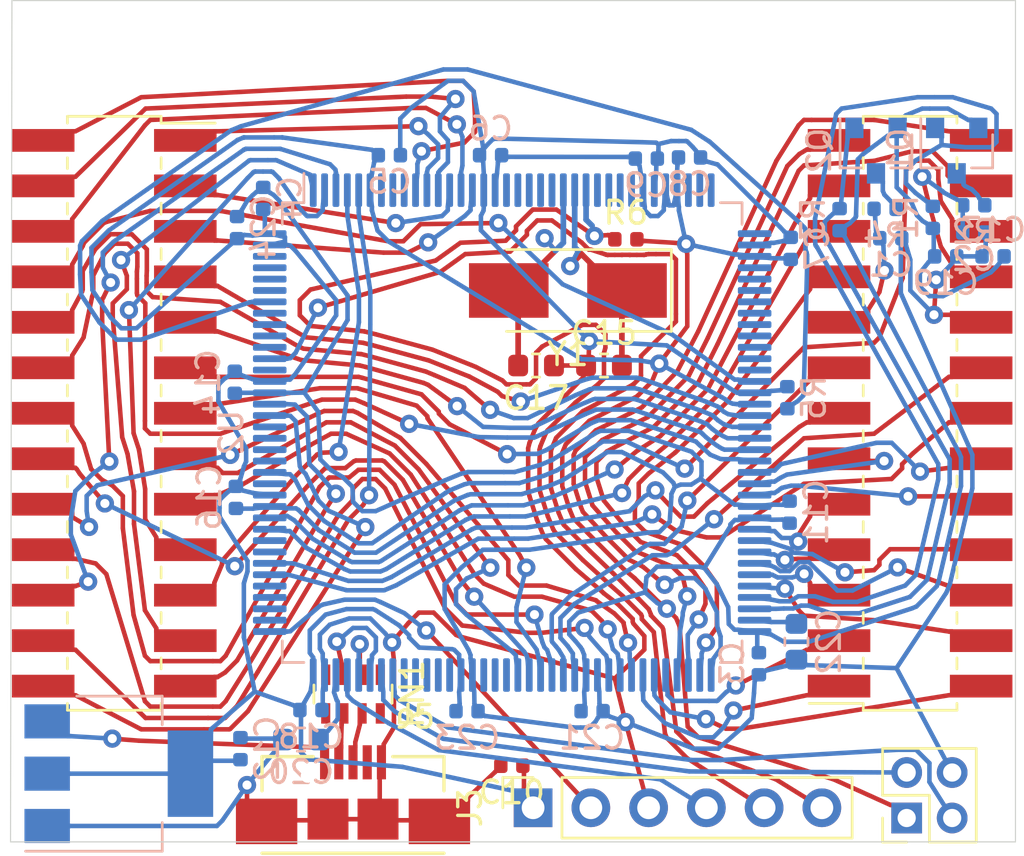
<source format=kicad_pcb>
(kicad_pcb (version 20171130) (host pcbnew "(5.1.2)-1")
  (layers (0 F.Cu signal) (31 B.Cu signal) (34 B.Paste user) (35 F.Paste user) (36 B.SilkS user hide) (37 F.SilkS user hide) (38 B.Mask user) (39 F.Mask user) (44 Edge.Cuts user))
  (net 0 "")
  (net 1 GND)
  (net 2 VCC)
  (net 3 VDD)
  (net 4 /A25)
  (net 5 /A24)
  (net 6 /A23)
  (net 7 /A22)
  (net 8 /A21)
  (net 9 /A20)
  (net 10 /A19)
  (net 11 /A18)
  (net 12 /A17)
  (net 13 /A16)
  (net 14 /A15)
  (net 15 /A14)
  (net 16 /A13)
  (net 17 /A12)
  (net 18 /A11)
  (net 19 /A10)
  (net 20 /A9)
  (net 21 /A8)
  (net 22 /A7)
  (net 23 /A6)
  (net 24 /A5)
  (net 25 /A4)
  (net 26 /A3)
  (net 27 /A2)
  (net 28 /A1)
  (net 29 /A0)
  (net 30 /~RST)
  (net 31 /~WE)
  (net 32 /~BYTE)
  (net 33 /~OE)
  (net 34 /~CS)
  (net 35 /~WP)
  (net 36 /RY~BY)
  (net 37 /D15)
  (net 38 /D14)
  (net 39 /D13)
  (net 40 /D12)
  (net 41 /D11)
  (net 42 /D10)
  (net 43 /D9)
  (net 44 /D8)
  (net 45 /D7)
  (net 46 /D6)
  (net 47 /D5)
  (net 48 /D4)
  (net 49 /D3)
  (net 50 /D2)
  (net 51 /D1)
  (net 52 /D0)
  (net 53 +3V3)
  (net 54 "Net-(C15-Pad2)")
  (net 55 "Net-(C17-Pad2)")
  (net 56 "Net-(C20-Pad2)")
  (net 57 "Net-(C22-Pad2)")
  (net 58 SWO)
  (net 59 NRST)
  (net 60 SWDIO)
  (net 61 SWCLK)
  (net 62 URX)
  (net 63 UTX)
  (net 64 "Net-(J5-Pad3)")
  (net 65 "Net-(J5-Pad2)")
  (net 66 +5V)
  (net 67 "Net-(Q1-Pad3)")
  (net 68 VDDE)
  (net 69 "Net-(Q2-Pad3)")
  (net 70 VCCE)
  (net 71 "Net-(R5-Pad1)")
  (net 72 USB_D-)
  (net 73 USB_D+)
  (module Connector_PinSocket_2.00mm:PinSocket_2x02_P2.00mm_Vertical (layer F.Cu) (at 114.85 139.45 180)
    (fp_text reference J4 (at -1 -2.5) (layer F.SilkS))
    (fp_text value UART)
    (pad 4 thru_hole oval (at -2 2 180) (size 1.35 1.35) (drill 0.8) (layers *.Cu *.Mask) (net 1 GND))
    (pad 3 thru_hole oval (at 0 2 180) (size 1.35 1.35) (drill 0.8) (layers *.Cu *.Mask) (net 62 URX))
    (pad 2 thru_hole oval (at -2 0 180) (size 1.35 1.35) (drill 0.8) (layers *.Cu *.Mask) (net 63 UTX))
    (pad 1 thru_hole rect (at 0 0 180) (size 1.35 1.35) (drill 0.8) (layers *.Cu *.Mask) (net 53 +3V3))
  )
  (module Crystal:Crystal_SMD_5032-2Pin_5.0x3.2mm_HandSoldering (layer F.Cu) (at 99.95 116.25 180)
    (fp_text reference Y1 (at 0 -2.8) (layer F.SilkS))
    (fp_text value Crystal)
    (pad 2 smd rect (at 2.6 0 180) (size 3.5 2.4) (layers F.Cu F.Paste F.Mask) (net 55 "Net-(C17-Pad2)"))
    (pad 1 smd rect (at -2.6 0 180) (size 3.5 2.4) (layers F.Cu F.Paste F.Mask) (net 54 "Net-(C15-Pad2)"))
  )
  (module Resistor_SMD:R_0402_1005Metric (layer B.Cu) (at 113.9 112.66)
    (fp_text reference R4 (at 0 1.17) (layer B.SilkS) (effects (justify mirror)))
    (fp_text value 0R)
    (pad 2 smd roundrect (at 0.485 0) (size 0.59 0.64) (layers B.Cu B.Paste B.Mask) (net 69 "Net-(Q2-Pad3)"))
    (pad 1 smd roundrect (at -0.485 0) (size 0.59 0.64) (layers B.Cu B.Paste B.Mask) (net 2 VCC))
  )
  (module Package_QFP:LQFP-144_20x20mm_P0.5mm (layer B.Cu) (at 97.5 122.5 270)
    (fp_text reference U2 (at 0 12.35 90) (layer B.SilkS) (effects (justify mirror)))
    (fp_text value STM32F429ZGTx)
    (pad 144 smd roundrect (at -8.75 10.6625 270) (size 0.3 1.475) (layers B.Cu B.Paste B.Mask) (net 53 +3V3))
    (pad 143 smd roundrect (at -8.25 10.6625 270) (size 0.3 1.475) (layers B.Cu B.Paste B.Mask) (net 53 +3V3))
    (pad 142 smd roundrect (at -7.75 10.6625 270) (size 0.3 1.475) (layers B.Cu B.Paste B.Mask))
    (pad 141 smd roundrect (at -7.25 10.6625 270) (size 0.3 1.475) (layers B.Cu B.Paste B.Mask))
    (pad 140 smd roundrect (at -6.75 10.6625 270) (size 0.3 1.475) (layers B.Cu B.Paste B.Mask))
    (pad 139 smd roundrect (at -6.25 10.6625 270) (size 0.3 1.475) (layers B.Cu B.Paste B.Mask))
    (pad 138 smd roundrect (at -5.75 10.6625 270) (size 0.3 1.475) (layers B.Cu B.Paste B.Mask) (net 71 "Net-(R5-Pad1)"))
    (pad 137 smd roundrect (at -5.25 10.6625 270) (size 0.3 1.475) (layers B.Cu B.Paste B.Mask))
    (pad 136 smd roundrect (at -4.75 10.6625 270) (size 0.3 1.475) (layers B.Cu B.Paste B.Mask))
    (pad 135 smd roundrect (at -4.25 10.6625 270) (size 0.3 1.475) (layers B.Cu B.Paste B.Mask))
    (pad 134 smd roundrect (at -3.75 10.6625 270) (size 0.3 1.475) (layers B.Cu B.Paste B.Mask))
    (pad 133 smd roundrect (at -3.25 10.6625 270) (size 0.3 1.475) (layers B.Cu B.Paste B.Mask) (net 58 SWO))
    (pad 132 smd roundrect (at -2.75 10.6625 270) (size 0.3 1.475) (layers B.Cu B.Paste B.Mask))
    (pad 131 smd roundrect (at -2.25 10.6625 270) (size 0.3 1.475) (layers B.Cu B.Paste B.Mask) (net 53 +3V3))
    (pad 130 smd roundrect (at -1.75 10.6625 270) (size 0.3 1.475) (layers B.Cu B.Paste B.Mask) (net 1 GND))
    (pad 129 smd roundrect (at -1.25 10.6625 270) (size 0.3 1.475) (layers B.Cu B.Paste B.Mask) (net 4 /A25))
    (pad 128 smd roundrect (at -0.75 10.6625 270) (size 0.3 1.475) (layers B.Cu B.Paste B.Mask) (net 5 /A24))
    (pad 127 smd roundrect (at -0.25 10.6625 270) (size 0.3 1.475) (layers B.Cu B.Paste B.Mask))
    (pad 126 smd roundrect (at 0.25 10.6625 270) (size 0.3 1.475) (layers B.Cu B.Paste B.Mask))
    (pad 125 smd roundrect (at 0.75 10.6625 270) (size 0.3 1.475) (layers B.Cu B.Paste B.Mask))
    (pad 124 smd roundrect (at 1.25 10.6625 270) (size 0.3 1.475) (layers B.Cu B.Paste B.Mask))
    (pad 123 smd roundrect (at 1.75 10.6625 270) (size 0.3 1.475) (layers B.Cu B.Paste B.Mask) (net 34 /~CS))
    (pad 122 smd roundrect (at 2.25 10.6625 270) (size 0.3 1.475) (layers B.Cu B.Paste B.Mask))
    (pad 121 smd roundrect (at 2.75 10.6625 270) (size 0.3 1.475) (layers B.Cu B.Paste B.Mask) (net 53 +3V3))
    (pad 120 smd roundrect (at 3.25 10.6625 270) (size 0.3 1.475) (layers B.Cu B.Paste B.Mask) (net 1 GND))
    (pad 119 smd roundrect (at 3.75 10.6625 270) (size 0.3 1.475) (layers B.Cu B.Paste B.Mask) (net 31 /~WE))
    (pad 118 smd roundrect (at 4.25 10.6625 270) (size 0.3 1.475) (layers B.Cu B.Paste B.Mask) (net 33 /~OE))
    (pad 117 smd roundrect (at 4.75 10.6625 270) (size 0.3 1.475) (layers B.Cu B.Paste B.Mask))
    (pad 116 smd roundrect (at 5.25 10.6625 270) (size 0.3 1.475) (layers B.Cu B.Paste B.Mask))
    (pad 115 smd roundrect (at 5.75 10.6625 270) (size 0.3 1.475) (layers B.Cu B.Paste B.Mask) (net 49 /D3))
    (pad 114 smd roundrect (at 6.25 10.6625 270) (size 0.3 1.475) (layers B.Cu B.Paste B.Mask) (net 50 /D2))
    (pad 113 smd roundrect (at 6.75 10.6625 270) (size 0.3 1.475) (layers B.Cu B.Paste B.Mask))
    (pad 112 smd roundrect (at 7.25 10.6625 270) (size 0.3 1.475) (layers B.Cu B.Paste B.Mask))
    (pad 111 smd roundrect (at 7.75 10.6625 270) (size 0.3 1.475) (layers B.Cu B.Paste B.Mask))
    (pad 110 smd roundrect (at 8.25 10.6625 270) (size 0.3 1.475) (layers B.Cu B.Paste B.Mask))
    (pad 109 smd roundrect (at 8.75 10.6625 270) (size 0.3 1.475) (layers B.Cu B.Paste B.Mask) (net 61 SWCLK))
    (pad 108 smd roundrect (at 10.6625 8.75 270) (size 1.475 0.3) (layers B.Cu B.Paste B.Mask) (net 53 +3V3))
    (pad 107 smd roundrect (at 10.6625 8.25 270) (size 1.475 0.3) (layers B.Cu B.Paste B.Mask) (net 1 GND))
    (pad 106 smd roundrect (at 10.6625 7.75 270) (size 1.475 0.3) (layers B.Cu B.Paste B.Mask) (net 56 "Net-(C20-Pad2)"))
    (pad 105 smd roundrect (at 10.6625 7.25 270) (size 1.475 0.3) (layers B.Cu B.Paste B.Mask) (net 60 SWDIO))
    (pad 104 smd roundrect (at 10.6625 6.75 270) (size 1.475 0.3) (layers B.Cu B.Paste B.Mask) (net 73 USB_D+))
    (pad 103 smd roundrect (at 10.6625 6.25 270) (size 1.475 0.3) (layers B.Cu B.Paste B.Mask) (net 72 USB_D-))
    (pad 102 smd roundrect (at 10.6625 5.75 270) (size 1.475 0.3) (layers B.Cu B.Paste B.Mask) (net 62 URX))
    (pad 101 smd roundrect (at 10.6625 5.25 270) (size 1.475 0.3) (layers B.Cu B.Paste B.Mask) (net 63 UTX))
    (pad 100 smd roundrect (at 10.6625 4.75 270) (size 1.475 0.3) (layers B.Cu B.Paste B.Mask))
    (pad 99 smd roundrect (at 10.6625 4.25 270) (size 1.475 0.3) (layers B.Cu B.Paste B.Mask))
    (pad 98 smd roundrect (at 10.6625 3.75 270) (size 1.475 0.3) (layers B.Cu B.Paste B.Mask))
    (pad 97 smd roundrect (at 10.6625 3.25 270) (size 1.475 0.3) (layers B.Cu B.Paste B.Mask))
    (pad 96 smd roundrect (at 10.6625 2.75 270) (size 1.475 0.3) (layers B.Cu B.Paste B.Mask))
    (pad 95 smd roundrect (at 10.6625 2.25 270) (size 1.475 0.3) (layers B.Cu B.Paste B.Mask) (net 53 +3V3))
    (pad 94 smd roundrect (at 10.6625 1.75 270) (size 1.475 0.3) (layers B.Cu B.Paste B.Mask) (net 1 GND))
    (pad 93 smd roundrect (at 10.6625 1.25 270) (size 1.475 0.3) (layers B.Cu B.Paste B.Mask))
    (pad 92 smd roundrect (at 10.6625 0.75 270) (size 1.475 0.3) (layers B.Cu B.Paste B.Mask))
    (pad 91 smd roundrect (at 10.6625 0.25 270) (size 1.475 0.3) (layers B.Cu B.Paste B.Mask))
    (pad 90 smd roundrect (at 10.6625 -0.25 270) (size 1.475 0.3) (layers B.Cu B.Paste B.Mask) (net 14 /A15))
    (pad 89 smd roundrect (at 10.6625 -0.75 270) (size 1.475 0.3) (layers B.Cu B.Paste B.Mask) (net 15 /A14))
    (pad 88 smd roundrect (at 10.6625 -1.25 270) (size 1.475 0.3) (layers B.Cu B.Paste B.Mask) (net 16 /A13))
    (pad 87 smd roundrect (at 10.6625 -1.75 270) (size 1.475 0.3) (layers B.Cu B.Paste B.Mask) (net 17 /A12))
    (pad 86 smd roundrect (at 10.6625 -2.25 270) (size 1.475 0.3) (layers B.Cu B.Paste B.Mask) (net 51 /D1))
    (pad 85 smd roundrect (at 10.6625 -2.75 270) (size 1.475 0.3) (layers B.Cu B.Paste B.Mask) (net 52 /D0))
    (pad 84 smd roundrect (at 10.6625 -3.25 270) (size 1.475 0.3) (layers B.Cu B.Paste B.Mask) (net 53 +3V3))
    (pad 83 smd roundrect (at 10.6625 -3.75 270) (size 1.475 0.3) (layers B.Cu B.Paste B.Mask) (net 1 GND))
    (pad 82 smd roundrect (at 10.6625 -4.25 270) (size 1.475 0.3) (layers B.Cu B.Paste B.Mask) (net 11 /A18))
    (pad 81 smd roundrect (at 10.6625 -4.75 270) (size 1.475 0.3) (layers B.Cu B.Paste B.Mask) (net 12 /A17))
    (pad 80 smd roundrect (at 10.6625 -5.25 270) (size 1.475 0.3) (layers B.Cu B.Paste B.Mask) (net 13 /A16))
    (pad 79 smd roundrect (at 10.6625 -5.75 270) (size 1.475 0.3) (layers B.Cu B.Paste B.Mask) (net 37 /D15))
    (pad 78 smd roundrect (at 10.6625 -6.25 270) (size 1.475 0.3) (layers B.Cu B.Paste B.Mask) (net 38 /D14))
    (pad 77 smd roundrect (at 10.6625 -6.75 270) (size 1.475 0.3) (layers B.Cu B.Paste B.Mask) (net 39 /D13))
    (pad 76 smd roundrect (at 10.6625 -7.25 270) (size 1.475 0.3) (layers B.Cu B.Paste B.Mask) (net 35 /~WP))
    (pad 75 smd roundrect (at 10.6625 -7.75 270) (size 1.475 0.3) (layers B.Cu B.Paste B.Mask) (net 30 /~RST))
    (pad 74 smd roundrect (at 10.6625 -8.25 270) (size 1.475 0.3) (layers B.Cu B.Paste B.Mask) (net 32 /~BYTE))
    (pad 73 smd roundrect (at 10.6625 -8.75 270) (size 1.475 0.3) (layers B.Cu B.Paste B.Mask) (net 36 /RY~BY))
    (pad 72 smd roundrect (at 8.75 -10.6625 270) (size 0.3 1.475) (layers B.Cu B.Paste B.Mask) (net 53 +3V3))
    (pad 71 smd roundrect (at 8.25 -10.6625 270) (size 0.3 1.475) (layers B.Cu B.Paste B.Mask) (net 57 "Net-(C22-Pad2)"))
    (pad 70 smd roundrect (at 7.75 -10.6625 270) (size 0.3 1.475) (layers B.Cu B.Paste B.Mask) (net 70 VCCE))
    (pad 69 smd roundrect (at 7.25 -10.6625 270) (size 0.3 1.475) (layers B.Cu B.Paste B.Mask) (net 68 VDDE))
    (pad 68 smd roundrect (at 6.75 -10.6625 270) (size 0.3 1.475) (layers B.Cu B.Paste B.Mask) (net 40 /D12))
    (pad 67 smd roundrect (at 6.25 -10.6625 270) (size 0.3 1.475) (layers B.Cu B.Paste B.Mask) (net 41 /D11))
    (pad 66 smd roundrect (at 5.75 -10.6625 270) (size 0.3 1.475) (layers B.Cu B.Paste B.Mask) (net 42 /D10))
    (pad 65 smd roundrect (at 5.25 -10.6625 270) (size 0.3 1.475) (layers B.Cu B.Paste B.Mask) (net 43 /D9))
    (pad 64 smd roundrect (at 4.75 -10.6625 270) (size 0.3 1.475) (layers B.Cu B.Paste B.Mask) (net 44 /D8))
    (pad 63 smd roundrect (at 4.25 -10.6625 270) (size 0.3 1.475) (layers B.Cu B.Paste B.Mask) (net 45 /D7))
    (pad 62 smd roundrect (at 3.75 -10.6625 270) (size 0.3 1.475) (layers B.Cu B.Paste B.Mask) (net 53 +3V3))
    (pad 61 smd roundrect (at 3.25 -10.6625 270) (size 0.3 1.475) (layers B.Cu B.Paste B.Mask) (net 1 GND))
    (pad 60 smd roundrect (at 2.75 -10.6625 270) (size 0.3 1.475) (layers B.Cu B.Paste B.Mask) (net 46 /D6))
    (pad 59 smd roundrect (at 2.25 -10.6625 270) (size 0.3 1.475) (layers B.Cu B.Paste B.Mask) (net 47 /D5))
    (pad 58 smd roundrect (at 1.75 -10.6625 270) (size 0.3 1.475) (layers B.Cu B.Paste B.Mask) (net 48 /D4))
    (pad 57 smd roundrect (at 1.25 -10.6625 270) (size 0.3 1.475) (layers B.Cu B.Paste B.Mask) (net 18 /A11))
    (pad 56 smd roundrect (at 0.75 -10.6625 270) (size 0.3 1.475) (layers B.Cu B.Paste B.Mask) (net 19 /A10))
    (pad 55 smd roundrect (at 0.25 -10.6625 270) (size 0.3 1.475) (layers B.Cu B.Paste B.Mask) (net 20 /A9))
    (pad 54 smd roundrect (at -0.25 -10.6625 270) (size 0.3 1.475) (layers B.Cu B.Paste B.Mask) (net 21 /A8))
    (pad 53 smd roundrect (at -0.75 -10.6625 270) (size 0.3 1.475) (layers B.Cu B.Paste B.Mask) (net 22 /A7))
    (pad 52 smd roundrect (at -1.25 -10.6625 270) (size 0.3 1.475) (layers B.Cu B.Paste B.Mask) (net 53 +3V3))
    (pad 51 smd roundrect (at -1.75 -10.6625 270) (size 0.3 1.475) (layers B.Cu B.Paste B.Mask) (net 1 GND))
    (pad 50 smd roundrect (at -2.25 -10.6625 270) (size 0.3 1.475) (layers B.Cu B.Paste B.Mask) (net 23 /A6))
    (pad 49 smd roundrect (at -2.75 -10.6625 270) (size 0.3 1.475) (layers B.Cu B.Paste B.Mask))
    (pad 48 smd roundrect (at -3.25 -10.6625 270) (size 0.3 1.475) (layers B.Cu B.Paste B.Mask))
    (pad 47 smd roundrect (at -3.75 -10.6625 270) (size 0.3 1.475) (layers B.Cu B.Paste B.Mask))
    (pad 46 smd roundrect (at -4.25 -10.6625 270) (size 0.3 1.475) (layers B.Cu B.Paste B.Mask))
    (pad 45 smd roundrect (at -4.75 -10.6625 270) (size 0.3 1.475) (layers B.Cu B.Paste B.Mask))
    (pad 44 smd roundrect (at -5.25 -10.6625 270) (size 0.3 1.475) (layers B.Cu B.Paste B.Mask))
    (pad 43 smd roundrect (at -5.75 -10.6625 270) (size 0.3 1.475) (layers B.Cu B.Paste B.Mask))
    (pad 42 smd roundrect (at -6.25 -10.6625 270) (size 0.3 1.475) (layers B.Cu B.Paste B.Mask))
    (pad 41 smd roundrect (at -6.75 -10.6625 270) (size 0.3 1.475) (layers B.Cu B.Paste B.Mask))
    (pad 40 smd roundrect (at -7.25 -10.6625 270) (size 0.3 1.475) (layers B.Cu B.Paste B.Mask))
    (pad 39 smd roundrect (at -7.75 -10.6625 270) (size 0.3 1.475) (layers B.Cu B.Paste B.Mask) (net 53 +3V3))
    (pad 38 smd roundrect (at -8.25 -10.6625 270) (size 0.3 1.475) (layers B.Cu B.Paste B.Mask) (net 1 GND))
    (pad 37 smd roundrect (at -8.75 -10.6625 270) (size 0.3 1.475) (layers B.Cu B.Paste B.Mask))
    (pad 36 smd roundrect (at -10.6625 -8.75 270) (size 1.475 0.3) (layers B.Cu B.Paste B.Mask))
    (pad 35 smd roundrect (at -10.6625 -8.25 270) (size 1.475 0.3) (layers B.Cu B.Paste B.Mask))
    (pad 34 smd roundrect (at -10.6625 -7.75 270) (size 1.475 0.3) (layers B.Cu B.Paste B.Mask))
    (pad 33 smd roundrect (at -10.6625 -7.25 270) (size 1.475 0.3) (layers B.Cu B.Paste B.Mask) (net 53 +3V3))
    (pad 32 smd roundrect (at -10.6625 -6.75 270) (size 1.475 0.3) (layers B.Cu B.Paste B.Mask) (net 53 +3V3))
    (pad 31 smd roundrect (at -10.6625 -6.25 270) (size 1.475 0.3) (layers B.Cu B.Paste B.Mask) (net 1 GND))
    (pad 30 smd roundrect (at -10.6625 -5.75 270) (size 1.475 0.3) (layers B.Cu B.Paste B.Mask) (net 53 +3V3))
    (pad 29 smd roundrect (at -10.6625 -5.25 270) (size 1.475 0.3) (layers B.Cu B.Paste B.Mask))
    (pad 28 smd roundrect (at -10.6625 -4.75 270) (size 1.475 0.3) (layers B.Cu B.Paste B.Mask))
    (pad 27 smd roundrect (at -10.6625 -4.25 270) (size 1.475 0.3) (layers B.Cu B.Paste B.Mask))
    (pad 26 smd roundrect (at -10.6625 -3.75 270) (size 1.475 0.3) (layers B.Cu B.Paste B.Mask))
    (pad 25 smd roundrect (at -10.6625 -3.25 270) (size 1.475 0.3) (layers B.Cu B.Paste B.Mask) (net 59 NRST))
    (pad 24 smd roundrect (at -10.6625 -2.75 270) (size 1.475 0.3) (layers B.Cu B.Paste B.Mask) (net 54 "Net-(C15-Pad2)"))
    (pad 23 smd roundrect (at -10.6625 -2.25 270) (size 1.475 0.3) (layers B.Cu B.Paste B.Mask) (net 55 "Net-(C17-Pad2)"))
    (pad 22 smd roundrect (at -10.6625 -1.75 270) (size 1.475 0.3) (layers B.Cu B.Paste B.Mask))
    (pad 21 smd roundrect (at -10.6625 -1.25 270) (size 1.475 0.3) (layers B.Cu B.Paste B.Mask))
    (pad 20 smd roundrect (at -10.6625 -0.75 270) (size 1.475 0.3) (layers B.Cu B.Paste B.Mask))
    (pad 19 smd roundrect (at -10.6625 -0.25 270) (size 1.475 0.3) (layers B.Cu B.Paste B.Mask))
    (pad 18 smd roundrect (at -10.6625 0.25 270) (size 1.475 0.3) (layers B.Cu B.Paste B.Mask))
    (pad 17 smd roundrect (at -10.6625 0.75 270) (size 1.475 0.3) (layers B.Cu B.Paste B.Mask) (net 53 +3V3))
    (pad 16 smd roundrect (at -10.6625 1.25 270) (size 1.475 0.3) (layers B.Cu B.Paste B.Mask) (net 1 GND))
    (pad 15 smd roundrect (at -10.6625 1.75 270) (size 1.475 0.3) (layers B.Cu B.Paste B.Mask) (net 24 /A5))
    (pad 14 smd roundrect (at -10.6625 2.25 270) (size 1.475 0.3) (layers B.Cu B.Paste B.Mask) (net 25 /A4))
    (pad 13 smd roundrect (at -10.6625 2.75 270) (size 1.475 0.3) (layers B.Cu B.Paste B.Mask) (net 26 /A3))
    (pad 12 smd roundrect (at -10.6625 3.25 270) (size 1.475 0.3) (layers B.Cu B.Paste B.Mask) (net 27 /A2))
    (pad 11 smd roundrect (at -10.6625 3.75 270) (size 1.475 0.3) (layers B.Cu B.Paste B.Mask) (net 28 /A1))
    (pad 10 smd roundrect (at -10.6625 4.25 270) (size 1.475 0.3) (layers B.Cu B.Paste B.Mask) (net 29 /A0))
    (pad 9 smd roundrect (at -10.6625 4.75 270) (size 1.475 0.3) (layers B.Cu B.Paste B.Mask))
    (pad 8 smd roundrect (at -10.6625 5.25 270) (size 1.475 0.3) (layers B.Cu B.Paste B.Mask))
    (pad 7 smd roundrect (at -10.6625 5.75 270) (size 1.475 0.3) (layers B.Cu B.Paste B.Mask))
    (pad 6 smd roundrect (at -10.6625 6.25 270) (size 1.475 0.3) (layers B.Cu B.Paste B.Mask) (net 53 +3V3))
    (pad 5 smd roundrect (at -10.6625 6.75 270) (size 1.475 0.3) (layers B.Cu B.Paste B.Mask) (net 7 /A22))
    (pad 4 smd roundrect (at -10.6625 7.25 270) (size 1.475 0.3) (layers B.Cu B.Paste B.Mask) (net 8 /A21))
    (pad 3 smd roundrect (at -10.6625 7.75 270) (size 1.475 0.3) (layers B.Cu B.Paste B.Mask) (net 9 /A20))
    (pad 2 smd roundrect (at -10.6625 8.25 270) (size 1.475 0.3) (layers B.Cu B.Paste B.Mask) (net 10 /A19))
    (pad 1 smd roundrect (at -10.6625 8.75 270) (size 1.475 0.3) (layers B.Cu B.Paste B.Mask) (net 6 /A23))
  )
  (module Package_TO_SOT_SMD:SOT-223-3_TabPin2 (layer B.Cu) (at 80.2 137.5)
    (fp_text reference U1 (at 0 4.5) (layer B.SilkS) (effects (justify mirror)))
    (fp_text value AMS1117-3.3)
    (pad 1 smd rect (at -3.15 2.3) (size 2 1.5) (layers B.Cu B.Paste B.Mask) (net 1 GND))
    (pad 3 smd rect (at -3.15 -2.3) (size 2 1.5) (layers B.Cu B.Paste B.Mask) (net 66 +5V))
    (pad 2 smd rect (at -3.15 0) (size 2 1.5) (layers B.Cu B.Paste B.Mask) (net 53 +3V3))
    (pad 2 smd rect (at 3.15 0) (size 2 3.8) (layers B.Cu B.Paste B.Mask) (net 53 +3V3))
  )
  (module Resistor_SMD:R_Array_Concave_4x0603 (layer F.Cu) (at 90.5 134 270)
    (fp_text reference RN1 (at 0 -2.6 90) (layer F.SilkS))
    (fp_text value 22R)
    (pad 5 smd rect (at 0.85 1.2 270) (size 0.9 0.4) (layers F.Cu F.Paste F.Mask))
    (pad 6 smd rect (at 0.85 0.4 270) (size 0.9 0.4) (layers F.Cu F.Paste F.Mask) (net 65 "Net-(J5-Pad2)"))
    (pad 7 smd rect (at 0.85 -0.4 270) (size 0.9 0.4) (layers F.Cu F.Paste F.Mask) (net 64 "Net-(J5-Pad3)"))
    (pad 8 smd rect (at 0.85 -1.2 270) (size 0.9 0.4) (layers F.Cu F.Paste F.Mask))
    (pad 4 smd rect (at -0.85 1.2 270) (size 0.9 0.4) (layers F.Cu F.Paste F.Mask))
    (pad 1 smd rect (at -0.85 -1.2 270) (size 0.9 0.4) (layers F.Cu F.Paste F.Mask))
    (pad 3 smd rect (at -0.85 0.4 270) (size 0.9 0.4) (layers F.Cu F.Paste F.Mask) (net 72 USB_D-))
    (pad 2 smd rect (at -0.85 -0.4 270) (size 0.9 0.4) (layers F.Cu F.Paste F.Mask) (net 73 USB_D+))
  )
  (module Resistor_SMD:R_0402_1005Metric (layer F.Cu) (at 102.5 114)
    (fp_text reference R6 (at 0 -1.17) (layer F.SilkS))
    (fp_text value 10K)
    (pad 2 smd roundrect (at 0.485 0) (size 0.59 0.64) (layers F.Cu F.Paste F.Mask) (net 53 +3V3))
    (pad 1 smd roundrect (at -0.485 0) (size 0.59 0.64) (layers F.Cu F.Paste F.Mask) (net 59 NRST))
  )
  (module Resistor_SMD:R_0402_1005Metric (layer B.Cu) (at 109.6 120.965 90)
    (fp_text reference R5 (at 0 1.17 90) (layer B.SilkS) (effects (justify mirror)))
    (fp_text value 10K)
    (pad 2 smd roundrect (at 0.485 0 90) (size 0.59 0.64) (layers B.Cu B.Paste B.Mask) (net 1 GND))
    (pad 1 smd roundrect (at -0.485 0 90) (size 0.59 0.64) (layers B.Cu B.Paste B.Mask) (net 71 "Net-(R5-Pad1)"))
  )
  (module Resistor_SMD:R_0402_1005Metric (layer B.Cu) (at 111.9 113.135 270)
    (fp_text reference R3 (at 0 1.17 90) (layer B.SilkS) (effects (justify mirror)))
    (fp_text value 10K)
    (pad 2 smd roundrect (at 0.485 0 270) (size 0.59 0.64) (layers B.Cu B.Paste B.Mask) (net 53 +3V3))
    (pad 1 smd roundrect (at -0.485 0 270) (size 0.59 0.64) (layers B.Cu B.Paste B.Mask) (net 70 VCCE))
  )
  (module Resistor_SMD:R_0402_1005Metric (layer B.Cu) (at 117.8 112.5)
    (fp_text reference R2 (at 0 1.17) (layer B.SilkS) (effects (justify mirror)))
    (fp_text value 0R)
    (pad 2 smd roundrect (at 0.485 0) (size 0.59 0.64) (layers B.Cu B.Paste B.Mask) (net 67 "Net-(Q1-Pad3)"))
    (pad 1 smd roundrect (at -0.485 0) (size 0.59 0.64) (layers B.Cu B.Paste B.Mask) (net 3 VDD))
  )
  (module Resistor_SMD:R_0402_1005Metric (layer B.Cu) (at 116 113.035 270)
    (fp_text reference R1 (at 0 1.17 90) (layer B.SilkS) (effects (justify mirror)))
    (fp_text value 10K)
    (pad 2 smd roundrect (at 0.485 0 270) (size 0.59 0.64) (layers B.Cu B.Paste B.Mask) (net 53 +3V3))
    (pad 1 smd roundrect (at -0.485 0 270) (size 0.59 0.64) (layers B.Cu B.Paste B.Mask) (net 68 VDDE))
  )
  (module Package_TO_SOT_SMD:SOT-23 (layer B.Cu) (at 113.5 110.1 270)
    (fp_text reference Q2 (at 0 2.5 270) (layer B.SilkS) (effects (justify mirror)))
    (fp_text value CJ2305)
    (pad 3 smd rect (at 1 0 270) (size 0.9 0.8) (layers B.Cu B.Paste B.Mask) (net 69 "Net-(Q2-Pad3)"))
    (pad 2 smd rect (at -1 -0.95 270) (size 0.9 0.8) (layers B.Cu B.Paste B.Mask) (net 53 +3V3))
    (pad 1 smd rect (at -1 0.95 270) (size 0.9 0.8) (layers B.Cu B.Paste B.Mask) (net 70 VCCE))
  )
  (module Package_TO_SOT_SMD:SOT-23 (layer B.Cu) (at 117.05 110.1 270)
    (fp_text reference Q1 (at 0 2.5 90) (layer B.SilkS) (effects (justify mirror)))
    (fp_text value CJ2305)
    (pad 3 smd rect (at 1 0 270) (size 0.9 0.8) (layers B.Cu B.Paste B.Mask) (net 67 "Net-(Q1-Pad3)"))
    (pad 2 smd rect (at -1 -0.95 270) (size 0.9 0.8) (layers B.Cu B.Paste B.Mask) (net 53 +3V3))
    (pad 1 smd rect (at -1 0.95 270) (size 0.9 0.8) (layers B.Cu B.Paste B.Mask) (net 68 VDDE))
  )
  (module parallel_eeprom_reader:MICROUSB_SIMPLE (layer F.Cu) (at 90.5 137 180)
    (fp_text reference J5 (at -2.75 2) (layer F.SilkS))
    (fp_text value USB_B_Micro)
    (pad "" np_thru_hole circle (at -2 -0.6 180) (size 0.6 0.6) (drill 0.6) (layers *.Cu *.Mask))
    (pad "" np_thru_hole circle (at 2 -0.6 180) (size 0.6 0.6) (drill 0.6) (layers *.Cu *.Mask))
    (pad 6 smd rect (at -3.8 -2.6 180) (size 2.7 2) (layers F.Cu F.Paste F.Mask) (net 1 GND))
    (pad 6 smd rect (at 3.8 -2.6 180) (size 2.7 2) (layers F.Cu F.Paste F.Mask) (net 1 GND))
    (pad 6 smd rect (at 1.1 -2.5 180) (size 1.8 1.8) (layers F.Cu F.Paste F.Mask) (net 1 GND))
    (pad 6 smd rect (at -1.1 -2.5 180) (size 1.8 1.8) (layers F.Cu F.Paste F.Mask) (net 1 GND))
    (pad 5 smd rect (at -1.25 0 180) (size 0.4 1.5) (layers F.Cu F.Paste F.Mask) (net 1 GND))
    (pad 4 smd rect (at -0.625 0 180) (size 0.4 1.5) (layers F.Cu F.Paste F.Mask))
    (pad 3 smd rect (at 0 0 180) (size 0.4 1.5) (layers F.Cu F.Paste F.Mask) (net 64 "Net-(J5-Pad3)"))
    (pad 2 smd rect (at 0.625 0 180) (size 0.4 1.5) (layers F.Cu F.Paste F.Mask) (net 65 "Net-(J5-Pad2)"))
    (pad 1 smd rect (at 1.25 0 180) (size 0.4 1.5) (layers F.Cu F.Paste F.Mask) (net 66 +5V))
  )
  (module Connector_PinSocket_2.54mm:PinSocket_1x06_P2.54mm_Vertical (layer F.Cu) (at 98.42 139 90)
    (fp_text reference J3 (at 0 -2.77 90) (layer F.SilkS))
    (fp_text value SWD)
    (pad 6 thru_hole oval (at 0 12.7 90) (size 1.7 1.7) (drill 1) (layers *.Cu *.Mask) (net 58 SWO))
    (pad 5 thru_hole oval (at 0 10.16 90) (size 1.7 1.7) (drill 1) (layers *.Cu *.Mask) (net 59 NRST))
    (pad 4 thru_hole oval (at 0 7.62 90) (size 1.7 1.7) (drill 1) (layers *.Cu *.Mask) (net 60 SWDIO))
    (pad 3 thru_hole oval (at 0 5.08 90) (size 1.7 1.7) (drill 1) (layers *.Cu *.Mask) (net 1 GND))
    (pad 2 thru_hole oval (at 0 2.54 90) (size 1.7 1.7) (drill 1) (layers *.Cu *.Mask) (net 61 SWCLK))
    (pad 1 thru_hole rect (at 0 0 90) (size 1.7 1.7) (drill 1) (layers *.Cu *.Mask) (net 53 +3V3))
  )
  (module Capacitor_SMD:C_0402_1005Metric (layer B.Cu) (at 85.4 113.485 90)
    (fp_text reference C24 (at 0 1.17 90) (layer B.SilkS) (effects (justify mirror)))
    (fp_text value 100nF)
    (pad 2 smd roundrect (at 0.485 0 90) (size 0.59 0.64) (layers B.Cu B.Paste B.Mask) (net 1 GND))
    (pad 1 smd roundrect (at -0.485 0 90) (size 0.59 0.64) (layers B.Cu B.Paste B.Mask) (net 53 +3V3))
  )
  (module Capacitor_SMD:C_0402_1005Metric (layer B.Cu) (at 95.515 134.75)
    (fp_text reference C23 (at 0 1.17) (layer B.SilkS) (effects (justify mirror)))
    (fp_text value 100nF)
    (pad 2 smd roundrect (at 0.485 0) (size 0.59 0.64) (layers B.Cu B.Paste B.Mask) (net 1 GND))
    (pad 1 smd roundrect (at -0.485 0) (size 0.59 0.64) (layers B.Cu B.Paste B.Mask) (net 53 +3V3))
  )
  (module Capacitor_SMD:C_0603_1608Metric (layer B.Cu) (at 110 131.7 90)
    (fp_text reference C22 (at 0 1.43 90) (layer B.SilkS) (effects (justify mirror)))
    (fp_text value Cvcap)
    (pad 2 smd roundrect (at 0.7875 0 90) (size 0.875 0.95) (layers B.Cu B.Paste B.Mask) (net 57 "Net-(C22-Pad2)"))
    (pad 1 smd roundrect (at -0.7875 0 90) (size 0.875 0.95) (layers B.Cu B.Paste B.Mask) (net 1 GND))
  )
  (module Capacitor_SMD:C_0402_1005Metric (layer B.Cu) (at 101.015 134.75)
    (fp_text reference C21 (at 0 1.17 180) (layer B.SilkS) (effects (justify mirror)))
    (fp_text value 100nF)
    (pad 2 smd roundrect (at 0.485 0) (size 0.59 0.64) (layers B.Cu B.Paste B.Mask) (net 1 GND))
    (pad 1 smd roundrect (at -0.485 0) (size 0.59 0.64) (layers B.Cu B.Paste B.Mask) (net 53 +3V3))
  )
  (module Capacitor_SMD:C_0603_1608Metric (layer B.Cu) (at 88.2125 136)
    (fp_text reference C20 (at 0 1.43) (layer B.SilkS) (effects (justify mirror)))
    (fp_text value Cvcap)
    (pad 2 smd roundrect (at 0.7875 0) (size 0.875 0.95) (layers B.Cu B.Paste B.Mask) (net 56 "Net-(C20-Pad2)"))
    (pad 1 smd roundrect (at -0.7875 0) (size 0.875 0.95) (layers B.Cu B.Paste B.Mask) (net 1 GND))
  )
  (module Capacitor_SMD:C_0402_1005Metric (layer B.Cu) (at 116.565 114.75)
    (fp_text reference C19 (at 0 1.17) (layer B.SilkS) (effects (justify mirror)))
    (fp_text value 100nF)
    (pad 2 smd roundrect (at 0.485 0) (size 0.59 0.64) (layers B.Cu B.Paste B.Mask) (net 1 GND))
    (pad 1 smd roundrect (at -0.485 0) (size 0.59 0.64) (layers B.Cu B.Paste B.Mask) (net 53 +3V3))
  )
  (module Capacitor_SMD:C_0402_1005Metric (layer B.Cu) (at 88.65 134.7)
    (fp_text reference C18 (at 0 1.17) (layer B.SilkS) (effects (justify mirror)))
    (fp_text value 100nF)
    (pad 2 smd roundrect (at 0.485 0) (size 0.59 0.64) (layers B.Cu B.Paste B.Mask) (net 1 GND))
    (pad 1 smd roundrect (at -0.485 0) (size 0.59 0.64) (layers B.Cu B.Paste B.Mask) (net 53 +3V3))
  )
  (module Capacitor_SMD:C_0603_1608Metric (layer F.Cu) (at 98.55 119.55 180)
    (fp_text reference C17 (at 0 -1.43) (layer F.SilkS))
    (fp_text value Cx)
    (pad 2 smd roundrect (at 0.7875 0 180) (size 0.875 0.95) (layers F.Cu F.Paste F.Mask) (net 55 "Net-(C17-Pad2)"))
    (pad 1 smd roundrect (at -0.7875 0 180) (size 0.875 0.95) (layers F.Cu F.Paste F.Mask) (net 1 GND))
  )
  (module Capacitor_SMD:C_0402_1005Metric (layer B.Cu) (at 85.35 125.35 270)
    (fp_text reference C16 (at 0 1.17 90) (layer B.SilkS) (effects (justify mirror)))
    (fp_text value 100nF)
    (pad 2 smd roundrect (at 0.485 0 270) (size 0.59 0.64) (layers B.Cu B.Paste B.Mask) (net 1 GND))
    (pad 1 smd roundrect (at -0.485 0 270) (size 0.59 0.64) (layers B.Cu B.Paste B.Mask) (net 53 +3V3))
  )
  (module Capacitor_SMD:C_0603_1608Metric (layer F.Cu) (at 101.538 119.55)
    (fp_text reference C15 (at 0 -1.43) (layer F.SilkS))
    (fp_text value Cx)
    (pad 2 smd roundrect (at 0.7875 0) (size 0.875 0.95) (layers F.Cu F.Paste F.Mask) (net 54 "Net-(C15-Pad2)"))
    (pad 1 smd roundrect (at -0.7875 0) (size 0.875 0.95) (layers F.Cu F.Paste F.Mask) (net 1 GND))
  )
  (module Capacitor_SMD:C_0402_1005Metric (layer B.Cu) (at 85.3 120.285 270)
    (fp_text reference C14 (at 0 1.17 90) (layer B.SilkS) (effects (justify mirror)))
    (fp_text value 100nF)
    (pad 2 smd roundrect (at 0.485 0 270) (size 0.59 0.64) (layers B.Cu B.Paste B.Mask) (net 1 GND))
    (pad 1 smd roundrect (at -0.485 0 270) (size 0.59 0.64) (layers B.Cu B.Paste B.Mask) (net 53 +3V3))
  )
  (module Capacitor_SMD:C_0402_1005Metric (layer B.Cu) (at 118.65 114.75 180)
    (fp_text reference C13 (at 0 1.17) (layer B.SilkS) (effects (justify mirror)))
    (fp_text value 100nF)
    (pad 2 smd roundrect (at 0.485 0 180) (size 0.59 0.64) (layers B.Cu B.Paste B.Mask) (net 1 GND))
    (pad 1 smd roundrect (at -0.485 0 180) (size 0.59 0.64) (layers B.Cu B.Paste B.Mask) (net 53 +3V3))
  )
  (module Capacitor_SMD:C_0402_1005Metric (layer B.Cu) (at 85.55 136.4 90)
    (fp_text reference C12 (at 0 1.17 90) (layer B.SilkS) (effects (justify mirror)))
    (fp_text value 100nF)
    (pad 2 smd roundrect (at 0.485 0 90) (size 0.59 0.64) (layers B.Cu B.Paste B.Mask) (net 1 GND))
    (pad 1 smd roundrect (at -0.485 0 90) (size 0.59 0.64) (layers B.Cu B.Paste B.Mask) (net 53 +3V3))
  )
  (module Capacitor_SMD:C_0402_1005Metric (layer B.Cu) (at 109.7 126 90)
    (fp_text reference C11 (at 0 1.17 90) (layer B.SilkS) (effects (justify mirror)))
    (fp_text value 100nF)
    (pad 2 smd roundrect (at 0.485 0 90) (size 0.59 0.64) (layers B.Cu B.Paste B.Mask) (net 1 GND))
    (pad 1 smd roundrect (at -0.485 0 90) (size 0.59 0.64) (layers B.Cu B.Paste B.Mask) (net 53 +3V3))
  )
  (module Capacitor_SMD:C_0402_1005Metric (layer F.Cu) (at 97.485 137.15 180)
    (fp_text reference C10 (at 0 -1.17) (layer F.SilkS))
    (fp_text value 100nF)
    (pad 2 smd roundrect (at 0.485 0 180) (size 0.59 0.64) (layers F.Cu F.Paste F.Mask) (net 1 GND))
    (pad 1 smd roundrect (at -0.485 0 180) (size 0.59 0.64) (layers F.Cu F.Paste F.Mask) (net 53 +3V3))
  )
  (module Capacitor_SMD:C_0402_1005Metric (layer B.Cu) (at 103.4 110.45)
    (fp_text reference C9 (at 0 1.17) (layer B.SilkS) (effects (justify mirror)))
    (fp_text value 100nF)
    (pad 2 smd roundrect (at 0.485 0) (size 0.59 0.64) (layers B.Cu B.Paste B.Mask) (net 1 GND))
    (pad 1 smd roundrect (at -0.485 0) (size 0.59 0.64) (layers B.Cu B.Paste B.Mask) (net 53 +3V3))
  )
  (module Capacitor_SMD:C_0402_1005Metric (layer B.Cu) (at 105.3 110.4)
    (fp_text reference C8 (at 0 1.17 180) (layer B.SilkS) (effects (justify mirror)))
    (fp_text value 100nF)
    (pad 2 smd roundrect (at 0.485 0) (size 0.59 0.64) (layers B.Cu B.Paste B.Mask) (net 1 GND))
    (pad 1 smd roundrect (at -0.485 0) (size 0.59 0.64) (layers B.Cu B.Paste B.Mask) (net 53 +3V3))
  )
  (module Capacitor_SMD:C_0402_1005Metric (layer B.Cu) (at 109.75 114.4 90)
    (fp_text reference C7 (at 0 1.17 90) (layer B.SilkS) (effects (justify mirror)))
    (fp_text value 100nF)
    (pad 2 smd roundrect (at 0.485 0 90) (size 0.59 0.64) (layers B.Cu B.Paste B.Mask) (net 1 GND))
    (pad 1 smd roundrect (at -0.485 0 90) (size 0.59 0.64) (layers B.Cu B.Paste B.Mask) (net 53 +3V3))
  )
  (module Capacitor_SMD:C_0402_1005Metric (layer B.Cu) (at 96.55 110.3 180)
    (fp_text reference C6 (at 0 1.17) (layer B.SilkS) (effects (justify mirror)))
    (fp_text value 100nF)
    (pad 2 smd roundrect (at 0.485 0 180) (size 0.59 0.64) (layers B.Cu B.Paste B.Mask) (net 1 GND))
    (pad 1 smd roundrect (at -0.485 0 180) (size 0.59 0.64) (layers B.Cu B.Paste B.Mask) (net 53 +3V3))
  )
  (module Capacitor_SMD:C_0402_1005Metric (layer B.Cu) (at 92.1 110.3)
    (fp_text reference C5 (at 0 1.17) (layer B.SilkS) (effects (justify mirror)))
    (fp_text value 100nF)
    (pad 2 smd roundrect (at 0.485 0) (size 0.59 0.64) (layers B.Cu B.Paste B.Mask) (net 1 GND))
    (pad 1 smd roundrect (at -0.485 0) (size 0.59 0.64) (layers B.Cu B.Paste B.Mask) (net 53 +3V3))
  )
  (module Capacitor_SMD:C_0402_1005Metric (layer B.Cu) (at 86.55 112.2 90)
    (fp_text reference C4 (at 0 1.17 90) (layer B.SilkS) (effects (justify mirror)))
    (fp_text value 100nF)
    (pad 2 smd roundrect (at 0.485 0 90) (size 0.59 0.64) (layers B.Cu B.Paste B.Mask) (net 1 GND))
    (pad 1 smd roundrect (at -0.485 0 90) (size 0.59 0.64) (layers B.Cu B.Paste B.Mask) (net 53 +3V3))
  )
  (module Capacitor_SMD:C_0402_1005Metric (layer B.Cu) (at 108.35 132.665 270)
    (fp_text reference C3 (at 0 1.17 90) (layer B.SilkS) (effects (justify mirror)))
    (fp_text value 100nF)
    (pad 2 smd roundrect (at 0.485 0 270) (size 0.59 0.64) (layers B.Cu B.Paste B.Mask) (net 1 GND))
    (pad 1 smd roundrect (at -0.485 0 270) (size 0.59 0.64) (layers B.Cu B.Paste B.Mask) (net 53 +3V3))
  )
  (module Capacitor_SMD:C_0402_1005Metric (layer B.Cu) (at 117.8 113.7)
    (fp_text reference C2 (at 0 1.17) (layer B.SilkS) (effects (justify mirror)))
    (fp_text value 100nF)
    (pad 2 smd roundrect (at 0.485 0) (size 0.59 0.64) (layers B.Cu B.Paste B.Mask) (net 1 GND))
    (pad 1 smd roundrect (at -0.485 0) (size 0.59 0.64) (layers B.Cu B.Paste B.Mask) (net 3 VDD))
  )
  (module Capacitor_SMD:C_0402_1005Metric (layer B.Cu) (at 114.15 113.95)
    (fp_text reference C1 (at 0 1.17) (layer B.SilkS) (effects (justify mirror)))
    (fp_text value 100nF)
    (pad 2 smd roundrect (at 0.485 0) (size 0.59 0.64) (layers B.Cu B.Paste B.Mask) (net 1 GND))
    (pad 1 smd roundrect (at -0.485 0) (size 0.59 0.64) (layers B.Cu B.Paste B.Mask) (net 2 VCC))
  )
  (module Connector_PinSocket_2.00mm:PinSocket_2x13_P2.00mm_Vertical_SMD (layer F.Cu) (at 115 121.65 180)
    (fp_text reference J2 hide)
    (fp_text value DAT)
    (pad 26 smd rect (at -3.125 12 180) (size 2.75 1) (layers F.Cu F.Paste F.Mask) (net 36 /RY~BY))
    (pad 25 smd rect (at 3.125 12 180) (size 2.75 1) (layers F.Cu F.Paste F.Mask) (net 35 /~WP))
    (pad 24 smd rect (at -3.125 10 180) (size 2.75 1) (layers F.Cu F.Paste F.Mask) (net 30 /~RST))
    (pad 23 smd rect (at 3.125 10 180) (size 2.75 1) (layers F.Cu F.Paste F.Mask) (net 31 /~WE))
    (pad 22 smd rect (at -3.125 8 180) (size 2.75 1) (layers F.Cu F.Paste F.Mask) (net 34 /~CS))
    (pad 21 smd rect (at 3.125 8 180) (size 2.75 1) (layers F.Cu F.Paste F.Mask) (net 33 /~OE))
    (pad 20 smd rect (at -3.125 6 180) (size 2.75 1) (layers F.Cu F.Paste F.Mask) (net 3 VDD))
    (pad 19 smd rect (at 3.125 6 180) (size 2.75 1) (layers F.Cu F.Paste F.Mask) (net 32 /~BYTE))
    (pad 18 smd rect (at -3.125 4 180) (size 2.75 1) (layers F.Cu F.Paste F.Mask) (net 1 GND))
    (pad 17 smd rect (at 3.125 4 180) (size 2.75 1) (layers F.Cu F.Paste F.Mask) (net 2 VCC))
    (pad 16 smd rect (at -3.125 2 180) (size 2.75 1) (layers F.Cu F.Paste F.Mask) (net 52 /D0))
    (pad 15 smd rect (at 3.125 2 180) (size 2.75 1) (layers F.Cu F.Paste F.Mask) (net 51 /D1))
    (pad 14 smd rect (at -3.125 0 180) (size 2.75 1) (layers F.Cu F.Paste F.Mask) (net 50 /D2))
    (pad 13 smd rect (at 3.125 0 180) (size 2.75 1) (layers F.Cu F.Paste F.Mask) (net 49 /D3))
    (pad 12 smd rect (at -3.125 -2 180) (size 2.75 1) (layers F.Cu F.Paste F.Mask) (net 48 /D4))
    (pad 11 smd rect (at 3.125 -2 180) (size 2.75 1) (layers F.Cu F.Paste F.Mask) (net 47 /D5))
    (pad 10 smd rect (at -3.125 -4 180) (size 2.75 1) (layers F.Cu F.Paste F.Mask) (net 46 /D6))
    (pad 9 smd rect (at 3.125 -4 180) (size 2.75 1) (layers F.Cu F.Paste F.Mask) (net 45 /D7))
    (pad 8 smd rect (at -3.125 -6 180) (size 2.75 1) (layers F.Cu F.Paste F.Mask) (net 44 /D8))
    (pad 7 smd rect (at 3.125 -6 180) (size 2.75 1) (layers F.Cu F.Paste F.Mask) (net 43 /D9))
    (pad 6 smd rect (at -3.125 -8 180) (size 2.75 1) (layers F.Cu F.Paste F.Mask) (net 42 /D10))
    (pad 5 smd rect (at 3.125 -8 180) (size 2.75 1) (layers F.Cu F.Paste F.Mask) (net 41 /D11))
    (pad 4 smd rect (at -3.125 -10 180) (size 2.75 1) (layers F.Cu F.Paste F.Mask) (net 40 /D12))
    (pad 3 smd rect (at 3.125 -10 180) (size 2.75 1) (layers F.Cu F.Paste F.Mask) (net 39 /D13))
    (pad 2 smd rect (at -3.125 -12 180) (size 2.75 1) (layers F.Cu F.Paste F.Mask) (net 38 /D14))
    (pad 1 smd rect (at 3.125 -12 180) (size 2.75 1) (layers F.Cu F.Paste F.Mask) (net 37 /D15))
  )
  (module Connector_PinSocket_2.00mm:PinSocket_2x13_P2.00mm_Vertical_SMD (layer F.Cu) (at 80 121.65)
    (fp_text reference J1 hide)
    (fp_text value ADDR)
    (pad 26 smd rect (at -3.125 12) (size 2.75 1) (layers F.Cu F.Paste F.Mask) (net 5 /A24))
    (pad 25 smd rect (at 3.125 12) (size 2.75 1) (layers F.Cu F.Paste F.Mask) (net 4 /A25))
    (pad 24 smd rect (at -3.125 10) (size 2.75 1) (layers F.Cu F.Paste F.Mask) (net 7 /A22))
    (pad 23 smd rect (at 3.125 10) (size 2.75 1) (layers F.Cu F.Paste F.Mask) (net 6 /A23))
    (pad 22 smd rect (at -3.125 8) (size 2.75 1) (layers F.Cu F.Paste F.Mask) (net 9 /A20))
    (pad 21 smd rect (at 3.125 8) (size 2.75 1) (layers F.Cu F.Paste F.Mask) (net 8 /A21))
    (pad 20 smd rect (at -3.125 6) (size 2.75 1) (layers F.Cu F.Paste F.Mask) (net 11 /A18))
    (pad 19 smd rect (at 3.125 6) (size 2.75 1) (layers F.Cu F.Paste F.Mask) (net 10 /A19))
    (pad 18 smd rect (at -3.125 4) (size 2.75 1) (layers F.Cu F.Paste F.Mask) (net 13 /A16))
    (pad 17 smd rect (at 3.125 4) (size 2.75 1) (layers F.Cu F.Paste F.Mask) (net 12 /A17))
    (pad 16 smd rect (at -3.125 2) (size 2.75 1) (layers F.Cu F.Paste F.Mask) (net 15 /A14))
    (pad 15 smd rect (at 3.125 2) (size 2.75 1) (layers F.Cu F.Paste F.Mask) (net 14 /A15))
    (pad 14 smd rect (at -3.125 0) (size 2.75 1) (layers F.Cu F.Paste F.Mask) (net 17 /A12))
    (pad 13 smd rect (at 3.125 0) (size 2.75 1) (layers F.Cu F.Paste F.Mask) (net 16 /A13))
    (pad 12 smd rect (at -3.125 -2) (size 2.75 1) (layers F.Cu F.Paste F.Mask) (net 19 /A10))
    (pad 11 smd rect (at 3.125 -2) (size 2.75 1) (layers F.Cu F.Paste F.Mask) (net 18 /A11))
    (pad 10 smd rect (at -3.125 -4) (size 2.75 1) (layers F.Cu F.Paste F.Mask) (net 21 /A8))
    (pad 9 smd rect (at 3.125 -4) (size 2.75 1) (layers F.Cu F.Paste F.Mask) (net 20 /A9))
    (pad 8 smd rect (at -3.125 -6) (size 2.75 1) (layers F.Cu F.Paste F.Mask) (net 23 /A6))
    (pad 7 smd rect (at 3.125 -6) (size 2.75 1) (layers F.Cu F.Paste F.Mask) (net 22 /A7))
    (pad 6 smd rect (at -3.125 -8) (size 2.75 1) (layers F.Cu F.Paste F.Mask) (net 25 /A4))
    (pad 5 smd rect (at 3.125 -8) (size 2.75 1) (layers F.Cu F.Paste F.Mask) (net 24 /A5))
    (pad 4 smd rect (at -3.125 -10) (size 2.75 1) (layers F.Cu F.Paste F.Mask) (net 27 /A2))
    (pad 3 smd rect (at 3.125 -10) (size 2.75 1) (layers F.Cu F.Paste F.Mask) (net 26 /A3))
    (pad 2 smd rect (at -3.125 -12) (size 2.75 1) (layers F.Cu F.Paste F.Mask) (net 29 /A0))
    (pad 1 smd rect (at 3.125 -12) (size 2.75 1) (layers F.Cu F.Paste F.Mask) (net 28 /A1))
  )
  (gr_line (start 75.438 140.5) (end 119.634 140.5) (layer Edge.Cuts) (width 0.05))
  (gr_line (start 119.634 103.5) (end 75.5 103.5) (layer Edge.Cuts) (width 0.05))
  (gr_line (start 119.634 140.5) (end 119.634 103.5) (layer Edge.Cuts) (width 0.05))
  (gr_line (start 75.5 103.5) (end 75.438 140.5) (layer Edge.Cuts) (width 0.05))
  (segment (start 100.8875 118.4741) (end 100.8693 119.0328) (width 0.2) (layer F.Cu) (net 1))
  (segment (start 100.8693 119.0328) (end 100.8693 119.0742) (width 0.2) (layer F.Cu) (net 1))
  (segment (start 100.8693 119.0742) (end 100.8693 119.1742) (width 0.2) (layer F.Cu) (net 1))
  (segment (start 100.8693 119.1742) (end 100.7505 119.55) (width 0.2) (layer F.Cu) (net 1))
  (segment (start 86.7 139.6) (end 87.95 139.55) (width 0.2) (layer F.Cu) (net 1))
  (segment (start 87.95 139.55) (end 88.05 139.55) (width 0.2) (layer F.Cu) (net 1))
  (segment (start 88.05 139.55) (end 88.5 139.55) (width 0.2) (layer F.Cu) (net 1))
  (segment (start 88.5 139.55) (end 88.6 139.55) (width 0.2) (layer F.Cu) (net 1))
  (segment (start 88.6 139.55) (end 89.4 139.5) (width 0.2) (layer F.Cu) (net 1))
  (segment (start 89.4 139.5) (end 90.2 139.5) (width 0.2) (layer F.Cu) (net 1))
  (segment (start 90.2 139.5) (end 90.3 139.5) (width 0.2) (layer F.Cu) (net 1))
  (segment (start 90.3 139.5) (end 90.7 139.5) (width 0.2) (layer F.Cu) (net 1))
  (segment (start 90.7 139.5) (end 90.8 139.5) (width 0.2) (layer F.Cu) (net 1))
  (segment (start 90.8 139.5) (end 91.6 139.5) (width 0.2) (layer F.Cu) (net 1))
  (segment (start 91.6 139.5) (end 92.4 139.55) (width 0.2) (layer F.Cu) (net 1))
  (segment (start 92.4 139.55) (end 92.5 139.55) (width 0.2) (layer F.Cu) (net 1))
  (segment (start 92.5 139.55) (end 92.95 139.55) (width 0.2) (layer F.Cu) (net 1))
  (segment (start 92.95 139.55) (end 93.05 139.55) (width 0.2) (layer F.Cu) (net 1))
  (segment (start 93.05 139.55) (end 94.3 139.6) (width 0.2) (layer F.Cu) (net 1))
  (segment (start 94.3 139.6) (end 95.55 138.7) (width 0.2) (layer F.Cu) (net 1))
  (segment (start 95.55 138.7) (end 95.55 138.6) (width 0.2) (layer F.Cu) (net 1))
  (segment (start 95.55 138.6) (end 95.55 138.5586) (width 0.2) (layer F.Cu) (net 1))
  (segment (start 95.55 138.5586) (end 95.6086 138.5) (width 0.2) (layer F.Cu) (net 1))
  (segment (start 95.6086 138.5) (end 96.7401 137.4347) (width 0.2) (layer F.Cu) (net 1))
  (segment (start 96.7401 137.4347) (end 96.7423 137.4326) (width 0.2) (layer F.Cu) (net 1))
  (segment (start 96.7423 137.4326) (end 96.7482 137.4268) (width 0.2) (layer F.Cu) (net 1))
  (segment (start 96.7482 137.4268) (end 97 137.15) (width 0.2) (layer F.Cu) (net 1))
  (segment (start 116.1487 115.7792) (end 116.0501 117.3199) (width 0.2) (layer F.Cu) (net 1))
  (segment (start 91.6 139.5) (end 91.675 138.7) (width 0.2) (layer F.Cu) (net 1))
  (segment (start 91.675 138.7) (end 91.675 138.6) (width 0.2) (layer F.Cu) (net 1))
  (segment (start 91.675 138.6) (end 91.675 137.75) (width 0.2) (layer F.Cu) (net 1))
  (segment (start 91.675 137.75) (end 91.675 137.65) (width 0.2) (layer F.Cu) (net 1))
  (segment (start 91.675 137.65) (end 91.75 137) (width 0.2) (layer F.Cu) (net 1))
  (segment (start 99.3375 119.55) (end 99.6758 119.55) (width 0.2) (layer F.Cu) (net 1))
  (segment (start 99.6758 119.55) (end 99.7758 119.55) (width 0.2) (layer F.Cu) (net 1))
  (segment (start 99.7758 119.55) (end 100.3122 119.55) (width 0.2) (layer F.Cu) (net 1))
  (segment (start 100.3122 119.55) (end 100.4122 119.55) (width 0.2) (layer F.Cu) (net 1))
  (segment (start 100.4122 119.55) (end 100.7505 119.55) (width 0.2) (layer F.Cu) (net 1))
  (segment (start 118.125 117.65) (end 116.85 117.3199) (width 0.2) (layer F.Cu) (net 1))
  (segment (start 116.85 117.3199) (end 116.75 117.3199) (width 0.2) (layer F.Cu) (net 1))
  (segment (start 116.75 117.3199) (end 116.0501 117.3199) (width 0.2) (layer F.Cu) (net 1))
  (segment (start 102.487 135.2313) (end 102.0108 133.3154) (width 0.2) (layer F.Cu) (net 1))
  (segment (start 102.0108 133.3154) (end 95.205 131.4696) (width 0.2) (layer F.Cu) (net 1))
  (segment (start 95.205 131.4696) (end 95.0277 131.3961) (width 0.2) (layer F.Cu) (net 1))
  (segment (start 95.0277 131.3961) (end 94.0461 130.4163) (width 0.2) (layer F.Cu) (net 1))
  (segment (start 94.0461 130.4163) (end 93.3959 130.4163) (width 0.2) (layer F.Cu) (net 1))
  (segment (start 93.3959 130.4163) (end 92.9362 130.876) (width 0.2) (layer F.Cu) (net 1))
  (segment (start 92.9362 130.876) (end 92.2154 131.7313) (width 0.2) (layer F.Cu) (net 1))
  (segment (start 91.75 137) (end 91.85 136.35) (width 0.2) (layer F.Cu) (net 1))
  (segment (start 91.85 136.35) (end 91.85 136.25) (width 0.2) (layer F.Cu) (net 1))
  (segment (start 91.85 136.25) (end 91.85 136.2086) (width 0.2) (layer F.Cu) (net 1))
  (segment (start 91.85 136.2086) (end 92.3001 135.4657) (width 0.2) (layer F.Cu) (net 1))
  (segment (start 92.3001 135.4657) (end 92.3001 135.1343) (width 0.2) (layer F.Cu) (net 1))
  (segment (start 92.3001 135.1343) (end 92.3001 132.5343) (width 0.2) (layer F.Cu) (net 1))
  (segment (start 92.3001 132.5343) (end 92.2154 131.7313) (width 0.2) (layer F.Cu) (net 1))
  (segment (start 86.7 139.6) (end 85.8388 138.7) (width 0.2) (layer F.Cu) (net 1))
  (segment (start 85.8388 138.7) (end 85.8388 138.6) (width 0.2) (layer F.Cu) (net 1))
  (segment (start 85.8388 138.6) (end 85.8388 137.9999) (width 0.2) (layer F.Cu) (net 1))
  (segment (start 103.5 139) (end 102.487 135.2313) (width 0.2) (layer F.Cu) (net 1))
  (segment (start 102.0108 133.3154) (end 102.8927 132.4624) (width 0.2) (layer F.Cu) (net 1))
  (segment (start 102.8927 132.4624) (end 103.3122 132.0429) (width 0.2) (layer F.Cu) (net 1))
  (segment (start 103.3122 132.0429) (end 103.3122 131.4495) (width 0.2) (layer F.Cu) (net 1))
  (segment (start 103.3122 131.4495) (end 102.8352 130.9034) (width 0.2) (layer F.Cu) (net 1))
  (segment (start 102.8352 130.9034) (end 102.8004 130.8193) (width 0.2) (layer F.Cu) (net 1))
  (segment (start 102.8004 130.8193) (end 102.8004 130.6958) (width 0.2) (layer F.Cu) (net 1))
  (segment (start 102.8004 130.6958) (end 102.1558 130.0512) (width 0.2) (layer F.Cu) (net 1))
  (segment (start 102.1558 130.0512) (end 101.5296 129.5682) (width 0.2) (layer F.Cu) (net 1))
  (segment (start 101.5296 129.5682) (end 101.4366 129.4787) (width 0.2) (layer F.Cu) (net 1))
  (segment (start 101.4366 129.4787) (end 100.3017 128.5065) (width 0.2) (layer F.Cu) (net 1))
  (segment (start 100.3017 128.5065) (end 98.9817 127.1865) (width 0.2) (layer F.Cu) (net 1))
  (segment (start 98.9817 127.1865) (end 98.8539 126.9734) (width 0.2) (layer F.Cu) (net 1))
  (segment (start 98.8539 126.9734) (end 98.5901 126.3371) (width 0.2) (layer F.Cu) (net 1))
  (segment (start 98.5901 126.3371) (end 98.2632 125.3027) (width 0.2) (layer F.Cu) (net 1))
  (segment (start 98.2632 125.3027) (end 98.2027 125.0616) (width 0.2) (layer F.Cu) (net 1))
  (segment (start 98.2027 125.0616) (end 98.2027 123.1854) (width 0.2) (layer F.Cu) (net 1))
  (segment (start 98.2027 123.1854) (end 98.2632 122.9443) (width 0.2) (layer F.Cu) (net 1))
  (segment (start 98.2632 122.9443) (end 98.527 122.308) (width 0.2) (layer F.Cu) (net 1))
  (segment (start 98.527 122.308) (end 98.6548 122.0949) (width 0.2) (layer F.Cu) (net 1))
  (segment (start 98.6548 122.0949) (end 100.6317 120.0672) (width 0.2) (layer F.Cu) (net 1))
  (segment (start 100.6317 120.0672) (end 100.6317 120.0258) (width 0.2) (layer F.Cu) (net 1))
  (segment (start 100.6317 120.0258) (end 100.6317 119.9258) (width 0.2) (layer F.Cu) (net 1))
  (segment (start 100.6317 119.9258) (end 100.7505 119.55) (width 0.2) (layer F.Cu) (net 1))
  (segment (start 105.785 110.4) (end 106.0794 110.5853) (width 0.2) (layer B.Cu) (net 1))
  (segment (start 106.0794 110.5853) (end 106.0836 110.5853) (width 0.2) (layer B.Cu) (net 1))
  (segment (start 106.0836 110.5853) (end 106.5223 110.7069) (width 0.2) (layer B.Cu) (net 1))
  (segment (start 106.5223 110.7069) (end 106.5283 110.7097) (width 0.2) (layer B.Cu) (net 1))
  (segment (start 106.5283 110.7097) (end 106.5337 110.7134) (width 0.2) (layer B.Cu) (net 1))
  (segment (start 106.5337 110.7134) (end 106.5391 110.7172) (width 0.2) (layer B.Cu) (net 1))
  (segment (start 106.5391 110.7172) (end 106.7735 110.9516) (width 0.2) (layer B.Cu) (net 1))
  (segment (start 106.7735 110.9516) (end 109.2828 113.4609) (width 0.2) (layer B.Cu) (net 1))
  (segment (start 109.2828 113.4609) (end 109.4653 113.6551) (width 0.2) (layer B.Cu) (net 1))
  (segment (start 109.4653 113.6551) (end 109.4674 113.6573) (width 0.2) (layer B.Cu) (net 1))
  (segment (start 109.4674 113.6573) (end 109.4732 113.6632) (width 0.2) (layer B.Cu) (net 1))
  (segment (start 109.4732 113.6632) (end 109.75 113.915) (width 0.2) (layer B.Cu) (net 1))
  (segment (start 85.4 113) (end 85.6106 112.71) (width 0.2) (layer B.Cu) (net 1))
  (segment (start 85.6106 112.71) (end 85.6106 112.7082) (width 0.2) (layer B.Cu) (net 1))
  (segment (start 85.6106 112.7082) (end 85.8492 112.2978) (width 0.2) (layer B.Cu) (net 1))
  (segment (start 85.8492 112.2978) (end 86.0836 112.0634) (width 0.2) (layer B.Cu) (net 1))
  (segment (start 86.0836 112.0634) (end 86.2438 111.9248) (width 0.2) (layer B.Cu) (net 1))
  (segment (start 86.2438 111.9248) (end 86.55 111.715) (width 0.2) (layer B.Cu) (net 1))
  (segment (start 117.05 114.75) (end 116.8402 115.0561) (width 0.2) (layer B.Cu) (net 1))
  (segment (start 116.8402 115.0561) (end 116.7016 115.2164) (width 0.2) (layer B.Cu) (net 1))
  (segment (start 116.7016 115.2164) (end 116.1487 115.7792) (width 0.2) (layer B.Cu) (net 1))
  (segment (start 96.25 111.8375) (end 96.25 112.5753) (width 0.2) (layer B.Cu) (net 1))
  (segment (start 96.25 112.5753) (end 96.25 112.6106) (width 0.2) (layer B.Cu) (net 1))
  (segment (start 96.25 112.6106) (end 96.2382 112.7398) (width 0.2) (layer B.Cu) (net 1))
  (segment (start 96.2382 112.7398) (end 96.1252 112.9662) (width 0.2) (layer B.Cu) (net 1))
  (segment (start 96.1252 112.9662) (end 96.1252 113.6008) (width 0.2) (layer B.Cu) (net 1))
  (segment (start 96.1252 113.6008) (end 100.8875 118.4741) (width 0.2) (layer B.Cu) (net 1))
  (segment (start 77.05 139.8) (end 77.95 139.8001) (width 0.2) (layer B.Cu) (net 1))
  (segment (start 77.95 139.8001) (end 78.05 139.8001) (width 0.2) (layer B.Cu) (net 1))
  (segment (start 78.05 139.8001) (end 84.5157 139.8001) (width 0.2) (layer B.Cu) (net 1))
  (segment (start 84.5157 139.8001) (end 84.7501 139.5657) (width 0.2) (layer B.Cu) (net 1))
  (segment (start 84.7501 139.5657) (end 85.8388 137.9999) (width 0.2) (layer B.Cu) (net 1))
  (segment (start 86.8375 120.75) (end 87.5753 120.75) (width 0.2) (layer B.Cu) (net 1))
  (segment (start 87.5753 120.75) (end 87.8177 120.75) (width 0.2) (layer B.Cu) (net 1))
  (segment (start 87.8177 120.75) (end 88.3582 120.7402) (width 0.2) (layer B.Cu) (net 1))
  (segment (start 89.135 134.7) (end 89.1684 134.4794) (width 0.2) (layer B.Cu) (net 1))
  (segment (start 89.1684 134.4794) (end 89.1684 134.3794) (width 0.2) (layer B.Cu) (net 1))
  (segment (start 89.1684 134.3794) (end 89.1684 133.8997) (width 0.2) (layer B.Cu) (net 1))
  (segment (start 89.1684 133.8997) (end 89.25 133.1625) (width 0.2) (layer B.Cu) (net 1))
  (segment (start 96.065 110.3) (end 96.2253 110.6194) (width 0.2) (layer B.Cu) (net 1))
  (segment (start 96.2253 110.6194) (end 96.25 111.0686) (width 0.2) (layer B.Cu) (net 1))
  (segment (start 96.25 111.0686) (end 96.25 111.0997) (width 0.2) (layer B.Cu) (net 1))
  (segment (start 96.25 111.0997) (end 96.25 111.8375) (width 0.2) (layer B.Cu) (net 1))
  (segment (start 109.7 125.515) (end 109.3805 125.6753) (width 0.2) (layer B.Cu) (net 1))
  (segment (start 109.3805 125.6753) (end 109.3741 125.6753) (width 0.2) (layer B.Cu) (net 1))
  (segment (start 109.3741 125.6753) (end 108.9341 125.6684) (width 0.2) (layer B.Cu) (net 1))
  (segment (start 108.9341 125.6684) (end 108.8997 125.6684) (width 0.2) (layer B.Cu) (net 1))
  (segment (start 108.8997 125.6684) (end 108.1625 125.75) (width 0.2) (layer B.Cu) (net 1))
  (segment (start 109.6 120.48) (end 109.2805 120.6403) (width 0.2) (layer B.Cu) (net 1))
  (segment (start 109.2805 120.6403) (end 108.8997 120.6684) (width 0.2) (layer B.Cu) (net 1))
  (segment (start 108.8997 120.6684) (end 108.1625 120.75) (width 0.2) (layer B.Cu) (net 1))
  (segment (start 103.885 110.45) (end 103.8381 110.6706) (width 0.2) (layer B.Cu) (net 1))
  (segment (start 103.8381 110.6706) (end 103.8381 110.7706) (width 0.2) (layer B.Cu) (net 1))
  (segment (start 103.8381 110.7706) (end 103.8315 111.1003) (width 0.2) (layer B.Cu) (net 1))
  (segment (start 103.8315 111.1003) (end 103.75 111.8375) (width 0.2) (layer B.Cu) (net 1))
  (segment (start 96 134.75) (end 96.2899 134.9606) (width 0.2) (layer B.Cu) (net 1))
  (segment (start 96.2899 134.9606) (end 96.2918 134.9606) (width 0.2) (layer B.Cu) (net 1))
  (segment (start 96.2918 134.9606) (end 100.1911 135.4684) (width 0.2) (layer B.Cu) (net 1))
  (segment (start 100.1911 135.4684) (end 100.2168 135.4707) (width 0.2) (layer B.Cu) (net 1))
  (segment (start 100.2168 135.4707) (end 100.5118 135.4707) (width 0.2) (layer B.Cu) (net 1))
  (segment (start 100.5118 135.4707) (end 100.8432 135.4707) (width 0.2) (layer B.Cu) (net 1))
  (segment (start 100.8432 135.4707) (end 100.8689 135.4684) (width 0.2) (layer B.Cu) (net 1))
  (segment (start 100.8689 135.4684) (end 100.8938 135.4617) (width 0.2) (layer B.Cu) (net 1))
  (segment (start 100.8938 135.4617) (end 100.9172 135.4508) (width 0.2) (layer B.Cu) (net 1))
  (segment (start 100.9172 135.4508) (end 100.9384 135.436) (width 0.2) (layer B.Cu) (net 1))
  (segment (start 100.9384 135.436) (end 101.1728 135.2016) (width 0.2) (layer B.Cu) (net 1))
  (segment (start 101.1728 135.2016) (end 101.2658 135.0454) (width 0.2) (layer B.Cu) (net 1))
  (segment (start 101.2658 135.0454) (end 101.2679 135.0433) (width 0.2) (layer B.Cu) (net 1))
  (segment (start 101.2679 135.0433) (end 101.5 134.75) (width 0.2) (layer B.Cu) (net 1))
  (segment (start 118.285 113.7) (end 118.3253 113.9206) (width 0.2) (layer B.Cu) (net 1))
  (segment (start 118.3253 113.9206) (end 118.3253 114.0206) (width 0.2) (layer B.Cu) (net 1))
  (segment (start 118.3253 114.0206) (end 118.3253 114.4305) (width 0.2) (layer B.Cu) (net 1))
  (segment (start 118.3253 114.4305) (end 118.165 114.75) (width 0.2) (layer B.Cu) (net 1))
  (segment (start 118.165 114.75) (end 117.9694 114.75) (width 0.2) (layer B.Cu) (net 1))
  (segment (start 117.9694 114.75) (end 117.8694 114.75) (width 0.2) (layer B.Cu) (net 1))
  (segment (start 117.8694 114.75) (end 117.3456 114.75) (width 0.2) (layer B.Cu) (net 1))
  (segment (start 117.3456 114.75) (end 117.2456 114.75) (width 0.2) (layer B.Cu) (net 1))
  (segment (start 117.2456 114.75) (end 117.05 114.75) (width 0.2) (layer B.Cu) (net 1))
  (segment (start 103.935 109.8293) (end 103.9324 110.0879) (width 0.2) (layer B.Cu) (net 1))
  (segment (start 103.9324 110.0879) (end 103.9324 110.1294) (width 0.2) (layer B.Cu) (net 1))
  (segment (start 103.9324 110.1294) (end 103.9324 110.2294) (width 0.2) (layer B.Cu) (net 1))
  (segment (start 103.9324 110.2294) (end 103.885 110.45) (width 0.2) (layer B.Cu) (net 1))
  (segment (start 85.55 135.915) (end 85.7706 135.9575) (width 0.2) (layer B.Cu) (net 1))
  (segment (start 85.7706 135.9575) (end 85.8706 135.9575) (width 0.2) (layer B.Cu) (net 1))
  (segment (start 85.8706 135.9575) (end 86.9867 135.9575) (width 0.2) (layer B.Cu) (net 1))
  (segment (start 86.9867 135.9575) (end 87.0867 135.9575) (width 0.2) (layer B.Cu) (net 1))
  (segment (start 87.0867 135.9575) (end 87.425 136) (width 0.2) (layer B.Cu) (net 1))
  (segment (start 101.5 134.75) (end 101.3396 134.4305) (width 0.2) (layer B.Cu) (net 1))
  (segment (start 101.3396 134.4305) (end 101.3315 133.8997) (width 0.2) (layer B.Cu) (net 1))
  (segment (start 101.3315 133.8997) (end 101.25 133.1625) (width 0.2) (layer B.Cu) (net 1))
  (segment (start 92.585 110.3) (end 92.5775 110.0794) (width 0.2) (layer B.Cu) (net 1))
  (segment (start 92.5775 110.0794) (end 92.5775 109.9794) (width 0.2) (layer B.Cu) (net 1))
  (segment (start 92.5775 109.9794) (end 92.5775 108.6918) (width 0.2) (layer B.Cu) (net 1))
  (segment (start 92.5775 108.6918) (end 93.0462 108.2231) (width 0.2) (layer B.Cu) (net 1))
  (segment (start 93.0462 108.2231) (end 94.6747 107.0298) (width 0.2) (layer B.Cu) (net 1))
  (segment (start 94.6747 107.0298) (end 95.3375 107.0298) (width 0.2) (layer B.Cu) (net 1))
  (segment (start 95.3375 107.0298) (end 95.8062 107.4985) (width 0.2) (layer B.Cu) (net 1))
  (segment (start 95.8062 107.4985) (end 96.2253 109.9741) (width 0.2) (layer B.Cu) (net 1))
  (segment (start 96.2253 109.9741) (end 96.2253 109.9805) (width 0.2) (layer B.Cu) (net 1))
  (segment (start 96.2253 109.9805) (end 96.065 110.3) (width 0.2) (layer B.Cu) (net 1))
  (segment (start 116.0501 117.3199) (end 115.0111 116.2504) (width 0.2) (layer B.Cu) (net 1))
  (segment (start 115.0111 116.2504) (end 115.0111 114.9005) (width 0.2) (layer B.Cu) (net 1))
  (segment (start 115.0111 114.9005) (end 114.8206 114.2668) (width 0.2) (layer B.Cu) (net 1))
  (segment (start 114.8206 114.2668) (end 114.8206 114.2649) (width 0.2) (layer B.Cu) (net 1))
  (segment (start 114.8206 114.2649) (end 114.635 113.95) (width 0.2) (layer B.Cu) (net 1))
  (segment (start 116.85 137.45) (end 114.4009 132.8576) (width 0.2) (layer B.Cu) (net 1))
  (segment (start 110 132.4875) (end 109.5324 132.7629) (width 0.2) (layer B.Cu) (net 1))
  (segment (start 109.5324 132.7629) (end 108.6649 132.9643) (width 0.2) (layer B.Cu) (net 1))
  (segment (start 108.6649 132.9643) (end 108.35 133.15) (width 0.2) (layer B.Cu) (net 1))
  (segment (start 95.75 133.1625) (end 95.6684 132.4253) (width 0.2) (layer B.Cu) (net 1))
  (segment (start 95.6684 132.4253) (end 95.6684 132.2825) (width 0.2) (layer B.Cu) (net 1))
  (segment (start 95.6684 132.2825) (end 95.5752 132.0518) (width 0.2) (layer B.Cu) (net 1))
  (segment (start 95.5752 132.0518) (end 94.5337 130.2597) (width 0.2) (layer B.Cu) (net 1))
  (segment (start 94.5337 130.2597) (end 94.5294 130.2493) (width 0.2) (layer B.Cu) (net 1))
  (segment (start 94.5294 130.2493) (end 94.5294 129.1809) (width 0.2) (layer B.Cu) (net 1))
  (segment (start 94.5294 129.1809) (end 94.5337 129.1705) (width 0.2) (layer B.Cu) (net 1))
  (segment (start 94.5337 129.1705) (end 95.285 128.4192) (width 0.2) (layer B.Cu) (net 1))
  (segment (start 95.285 128.4192) (end 96.2129 127.6526) (width 0.2) (layer B.Cu) (net 1))
  (segment (start 96.2129 127.6526) (end 97.7946 127.6508) (width 0.2) (layer B.Cu) (net 1))
  (segment (start 97.7946 127.6508) (end 98.2662 127.6508) (width 0.2) (layer B.Cu) (net 1))
  (segment (start 98.2662 127.6508) (end 103.4722 126.8959) (width 0.2) (layer B.Cu) (net 1))
  (segment (start 103.4722 126.8959) (end 103.9746 126.8707) (width 0.2) (layer B.Cu) (net 1))
  (segment (start 103.9746 126.8707) (end 104.4279 126.4174) (width 0.2) (layer B.Cu) (net 1))
  (segment (start 104.4279 126.4174) (end 104.5011 125.3299) (width 0.2) (layer B.Cu) (net 1))
  (segment (start 104.5011 125.3299) (end 104.501 125.1996) (width 0.2) (layer B.Cu) (net 1))
  (segment (start 104.501 125.1996) (end 104.653 124.8853) (width 0.2) (layer B.Cu) (net 1))
  (segment (start 96.065 110.3) (end 96.2748 109.9938) (width 0.2) (layer B.Cu) (net 1))
  (segment (start 96.2748 109.9938) (end 96.4134 109.8336) (width 0.2) (layer B.Cu) (net 1))
  (segment (start 96.4134 109.8336) (end 96.6478 109.5992) (width 0.2) (layer B.Cu) (net 1))
  (segment (start 96.6478 109.5992) (end 96.6595 109.5937) (width 0.2) (layer B.Cu) (net 1))
  (segment (start 96.6595 109.5937) (end 96.6712 109.5883) (width 0.2) (layer B.Cu) (net 1))
  (segment (start 96.6712 109.5883) (end 96.6836 109.5849) (width 0.2) (layer B.Cu) (net 1))
  (segment (start 96.6836 109.5849) (end 96.6961 109.5816) (width 0.2) (layer B.Cu) (net 1))
  (segment (start 96.6961 109.5816) (end 96.7089 109.5804) (width 0.2) (layer B.Cu) (net 1))
  (segment (start 96.7089 109.5804) (end 96.7218 109.5793) (width 0.2) (layer B.Cu) (net 1))
  (segment (start 96.7218 109.5793) (end 97.0532 109.5793) (width 0.2) (layer B.Cu) (net 1))
  (segment (start 97.0532 109.5793) (end 97.3482 109.5793) (width 0.2) (layer B.Cu) (net 1))
  (segment (start 97.3482 109.5793) (end 103.2282 109.7293) (width 0.2) (layer B.Cu) (net 1))
  (segment (start 103.2282 109.7293) (end 103.8292 109.7492) (width 0.2) (layer B.Cu) (net 1))
  (segment (start 103.8292 109.7492) (end 103.935 109.8293) (width 0.2) (layer B.Cu) (net 1))
  (segment (start 89.25 133.1625) (end 89.1684 132.4253) (width 0.2) (layer B.Cu) (net 1))
  (segment (start 89.1684 132.4253) (end 89.1684 132.2182) (width 0.2) (layer B.Cu) (net 1))
  (segment (start 89.1684 132.2182) (end 89.0432 131.9996) (width 0.2) (layer B.Cu) (net 1))
  (segment (start 89.0432 131.9996) (end 89.0432 131.3834) (width 0.2) (layer B.Cu) (net 1))
  (segment (start 89.0432 131.3834) (end 89.4788 130.9478) (width 0.2) (layer B.Cu) (net 1))
  (segment (start 89.4788 130.9478) (end 90.3287 130.675) (width 0.2) (layer B.Cu) (net 1))
  (segment (start 90.3287 130.675) (end 91.2621 130.675) (width 0.2) (layer B.Cu) (net 1))
  (segment (start 91.2621 130.675) (end 91.9221 131.335) (width 0.2) (layer B.Cu) (net 1))
  (segment (start 91.9221 131.335) (end 92.2154 131.7313) (width 0.2) (layer B.Cu) (net 1))
  (segment (start 102.487 135.2313) (end 101.7811 134.9848) (width 0.2) (layer B.Cu) (net 1))
  (segment (start 101.7811 134.9848) (end 101.5 134.75) (width 0.2) (layer B.Cu) (net 1))
  (segment (start 88.3582 120.7402) (end 90.2556 117.5541) (width 0.2) (layer B.Cu) (net 1))
  (segment (start 90.2556 117.5541) (end 90.2599 117.5437) (width 0.2) (layer B.Cu) (net 1))
  (segment (start 90.2599 117.5437) (end 90.2599 116.4753) (width 0.2) (layer B.Cu) (net 1))
  (segment (start 90.2599 116.4753) (end 90.2556 116.4649) (width 0.2) (layer B.Cu) (net 1))
  (segment (start 90.2556 116.4649) (end 87.236 112.2766) (width 0.2) (layer B.Cu) (net 1))
  (segment (start 87.236 112.2766) (end 87.0016 112.0422) (width 0.2) (layer B.Cu) (net 1))
  (segment (start 87.0016 112.0422) (end 86.8454 111.9492) (width 0.2) (layer B.Cu) (net 1))
  (segment (start 86.8454 111.9492) (end 86.8433 111.9471) (width 0.2) (layer B.Cu) (net 1))
  (segment (start 86.8433 111.9471) (end 86.55 111.715) (width 0.2) (layer B.Cu) (net 1))
  (segment (start 108.1625 120.75) (end 107.4247 120.75) (width 0.2) (layer B.Cu) (net 1))
  (segment (start 107.4247 120.75) (end 107.3915 120.75) (width 0.2) (layer B.Cu) (net 1))
  (segment (start 107.3915 120.75) (end 107.277 120.6817) (width 0.2) (layer B.Cu) (net 1))
  (segment (start 107.277 120.6817) (end 107.1034 120.5751) (width 0.2) (layer B.Cu) (net 1))
  (segment (start 107.1034 120.5751) (end 104.298 118.6652) (width 0.2) (layer B.Cu) (net 1))
  (segment (start 104.298 118.6652) (end 100.8875 118.4741) (width 0.2) (layer B.Cu) (net 1))
  (segment (start 86.8375 125.75) (end 86.1026 125.8444) (width 0.2) (layer B.Cu) (net 1))
  (segment (start 86.1026 125.8444) (end 85.6706 125.8444) (width 0.2) (layer B.Cu) (net 1))
  (segment (start 85.6706 125.8444) (end 85.5706 125.8444) (width 0.2) (layer B.Cu) (net 1))
  (segment (start 85.5706 125.8444) (end 85.35 125.835) (width 0.2) (layer B.Cu) (net 1))
  (segment (start 110 132.4875) (end 110.4741 132.7253) (width 0.2) (layer B.Cu) (net 1))
  (segment (start 110.4741 132.7253) (end 114.4009 132.8576) (width 0.2) (layer B.Cu) (net 1))
  (segment (start 114.635 113.95) (end 114.5923 114.1706) (width 0.2) (layer B.Cu) (net 1))
  (segment (start 114.5923 114.1706) (end 114.5923 114.2706) (width 0.2) (layer B.Cu) (net 1))
  (segment (start 114.5923 114.2706) (end 114.5923 116.3644) (width 0.2) (layer B.Cu) (net 1))
  (segment (start 114.5923 116.3644) (end 114.6356 116.4689) (width 0.2) (layer B.Cu) (net 1))
  (segment (start 114.6356 116.4689) (end 117.5827 123.1046) (width 0.2) (layer B.Cu) (net 1))
  (segment (start 117.5827 123.1046) (end 117.7393 123.4825) (width 0.2) (layer B.Cu) (net 1))
  (segment (start 117.7393 123.4825) (end 117.7393 124.9489) (width 0.2) (layer B.Cu) (net 1))
  (segment (start 117.7393 124.9489) (end 116.7506 129.1622) (width 0.2) (layer B.Cu) (net 1))
  (segment (start 116.7506 129.1622) (end 116.594 129.5401) (width 0.2) (layer B.Cu) (net 1))
  (segment (start 116.594 129.5401) (end 114.4009 132.8576) (width 0.2) (layer B.Cu) (net 1))
  (segment (start 87.425 136) (end 87.1138 136.4545) (width 0.2) (layer B.Cu) (net 1))
  (segment (start 87.1138 136.4545) (end 87.1132 136.4552) (width 0.2) (layer B.Cu) (net 1))
  (segment (start 87.1132 136.4552) (end 85.8388 137.9999) (width 0.2) (layer B.Cu) (net 1))
  (segment (start 104.653 124.8853) (end 104.9106 124.7868) (width 0.2) (layer B.Cu) (net 1))
  (segment (start 104.9106 124.7868) (end 105.3746 124.7869) (width 0.2) (layer B.Cu) (net 1))
  (segment (start 105.3746 124.7869) (end 105.785 124.5294) (width 0.2) (layer B.Cu) (net 1))
  (segment (start 108.1625 125.75) (end 107.4253 125.6684) (width 0.2) (layer B.Cu) (net 1))
  (segment (start 107.4253 125.6684) (end 107.2825 125.6684) (width 0.2) (layer B.Cu) (net 1))
  (segment (start 107.2825 125.6684) (end 105.785 124.5294) (width 0.2) (layer B.Cu) (net 1))
  (segment (start 105.785 110.4) (end 105.5752 110.0938) (width 0.2) (layer B.Cu) (net 1))
  (segment (start 105.5752 110.0938) (end 105.4366 109.9336) (width 0.2) (layer B.Cu) (net 1))
  (segment (start 105.4366 109.9336) (end 105.2022 109.6992) (width 0.2) (layer B.Cu) (net 1))
  (segment (start 105.2022 109.6992) (end 105.1905 109.6937) (width 0.2) (layer B.Cu) (net 1))
  (segment (start 105.1905 109.6937) (end 105.1788 109.6883) (width 0.2) (layer B.Cu) (net 1))
  (segment (start 105.1788 109.6883) (end 105.1663 109.6849) (width 0.2) (layer B.Cu) (net 1))
  (segment (start 105.1663 109.6849) (end 105.1539 109.6816) (width 0.2) (layer B.Cu) (net 1))
  (segment (start 105.1539 109.6816) (end 105.141 109.6804) (width 0.2) (layer B.Cu) (net 1))
  (segment (start 105.141 109.6804) (end 105.1282 109.6793) (width 0.2) (layer B.Cu) (net 1))
  (segment (start 105.1282 109.6793) (end 104.8332 109.6793) (width 0.2) (layer B.Cu) (net 1))
  (segment (start 104.8332 109.6793) (end 104.5018 109.6793) (width 0.2) (layer B.Cu) (net 1))
  (segment (start 104.5018 109.6793) (end 104.4761 109.6816) (width 0.2) (layer B.Cu) (net 1))
  (segment (start 104.4761 109.6816) (end 103.9627 109.8021) (width 0.2) (layer B.Cu) (net 1))
  (segment (start 103.9627 109.8021) (end 103.935 109.8293) (width 0.2) (layer B.Cu) (net 1))
  (segment (start 86.8375 120.75) (end 86.0997 120.75) (width 0.2) (layer B.Cu) (net 1))
  (segment (start 86.0997 120.75) (end 85.6206 120.75) (width 0.2) (layer B.Cu) (net 1))
  (segment (start 85.6206 120.75) (end 85.5206 120.75) (width 0.2) (layer B.Cu) (net 1))
  (segment (start 85.5206 120.75) (end 85.3 120.77) (width 0.2) (layer B.Cu) (net 1))
  (segment (start 86.8375 125.75) (end 87.5747 125.8315) (width 0.2) (layer B.Cu) (net 1))
  (segment (start 87.5747 125.8315) (end 87.992 125.8315) (width 0.2) (layer B.Cu) (net 1))
  (segment (start 87.992 125.8315) (end 88.0979 125.8974) (width 0.2) (layer B.Cu) (net 1))
  (segment (start 88.0979 125.8974) (end 88.9945 126.7917) (width 0.2) (layer B.Cu) (net 1))
  (segment (start 88.9945 126.7917) (end 90.5751 127.7813) (width 0.2) (layer B.Cu) (net 1))
  (segment (start 90.5751 127.7813) (end 91.5085 127.7813) (width 0.2) (layer B.Cu) (net 1))
  (segment (start 91.5085 127.7813) (end 94.865 125.5459) (width 0.2) (layer B.Cu) (net 1))
  (segment (start 94.865 125.5459) (end 94.9815 125.4761) (width 0.2) (layer B.Cu) (net 1))
  (segment (start 94.9815 125.4761) (end 95.5401 125.2445) (width 0.2) (layer B.Cu) (net 1))
  (segment (start 95.5401 125.2445) (end 95.6719 125.2114) (width 0.2) (layer B.Cu) (net 1))
  (segment (start 95.6719 125.2114) (end 97.2536 125.2107) (width 0.2) (layer B.Cu) (net 1))
  (segment (start 97.2536 125.2107) (end 97.9047 125.2107) (width 0.2) (layer B.Cu) (net 1))
  (segment (start 97.9047 125.2107) (end 99.0537 124.8726) (width 0.2) (layer B.Cu) (net 1))
  (segment (start 99.0537 124.8726) (end 99.69 124.6088) (width 0.2) (layer B.Cu) (net 1))
  (segment (start 99.69 124.6088) (end 99.9031 124.481) (width 0.2) (layer B.Cu) (net 1))
  (segment (start 99.9031 124.481) (end 101.6856 123.3562) (width 0.2) (layer B.Cu) (net 1))
  (segment (start 101.6856 123.3562) (end 102.3212 123.3562) (width 0.2) (layer B.Cu) (net 1))
  (segment (start 102.3212 123.3562) (end 104.1279 124.2488) (width 0.2) (layer B.Cu) (net 1))
  (segment (start 104.1279 124.2488) (end 104.5911 124.712) (width 0.2) (layer B.Cu) (net 1))
  (segment (start 104.5911 124.712) (end 104.653 124.8853) (width 0.2) (layer B.Cu) (net 1))
  (segment (start 95.75 133.1625) (end 95.8315 133.8997) (width 0.2) (layer B.Cu) (net 1))
  (segment (start 95.8315 133.8997) (end 95.8396 134.4305) (width 0.2) (layer B.Cu) (net 1))
  (segment (start 95.8396 134.4305) (end 96 134.75) (width 0.2) (layer B.Cu) (net 1))
  (segment (start 108.1625 114.25) (end 108.8974 114.1556) (width 0.2) (layer B.Cu) (net 1))
  (segment (start 108.8974 114.1556) (end 109.0116 114.1556) (width 0.2) (layer B.Cu) (net 1))
  (segment (start 109.0116 114.1556) (end 109.4264 114.0753) (width 0.2) (layer B.Cu) (net 1))
  (segment (start 109.4264 114.0753) (end 109.4305 114.0753) (width 0.2) (layer B.Cu) (net 1))
  (segment (start 109.4305 114.0753) (end 109.75 113.915) (width 0.2) (layer B.Cu) (net 1))
  (segment (start 105.785 124.5294) (end 105.8256 124.3912) (width 0.2) (layer B.Cu) (net 1))
  (segment (start 105.8256 124.3912) (end 105.8256 123.7764) (width 0.2) (layer B.Cu) (net 1))
  (segment (start 105.8256 123.7764) (end 105.3908 123.3416) (width 0.2) (layer B.Cu) (net 1))
  (segment (start 105.3908 123.3416) (end 102.6175 122.4216) (width 0.2) (layer B.Cu) (net 1))
  (segment (start 102.6175 122.4216) (end 101.3893 122.4216) (width 0.2) (layer B.Cu) (net 1))
  (segment (start 101.3893 122.4216) (end 101.2313 122.487) (width 0.2) (layer B.Cu) (net 1))
  (segment (start 101.2313 122.487) (end 99.283 123.6866) (width 0.2) (layer B.Cu) (net 1))
  (segment (start 99.283 123.6866) (end 99.239 123.713) (width 0.2) (layer B.Cu) (net 1))
  (segment (start 99.239 123.713) (end 98.7388 123.9204) (width 0.2) (layer B.Cu) (net 1))
  (segment (start 98.7388 123.9204) (end 97.6046 124.2347) (width 0.2) (layer B.Cu) (net 1))
  (segment (start 97.6046 124.2347) (end 97.133 124.2347) (width 0.2) (layer B.Cu) (net 1))
  (segment (start 97.133 124.2347) (end 95.5512 124.2349) (width 0.2) (layer B.Cu) (net 1))
  (segment (start 95.5512 124.2349) (end 95.2327 124.3148) (width 0.2) (layer B.Cu) (net 1))
  (segment (start 95.2327 124.3148) (end 94.5412 124.6015) (width 0.2) (layer B.Cu) (net 1))
  (segment (start 94.5412 124.6015) (end 91.4948 125.9539) (width 0.2) (layer B.Cu) (net 1))
  (segment (start 91.4948 125.9539) (end 90.9142 125.9539) (width 0.2) (layer B.Cu) (net 1))
  (segment (start 90.9142 125.9539) (end 90.5037 125.5434) (width 0.2) (layer B.Cu) (net 1))
  (segment (start 90.5037 125.5434) (end 90.475 124.8847) (width 0.2) (layer B.Cu) (net 1))
  (segment (start 90.475 124.8847) (end 90.0477 124.4574) (width 0.2) (layer B.Cu) (net 1))
  (segment (start 90.0477 124.4574) (end 89.534 124.1496) (width 0.2) (layer B.Cu) (net 1))
  (segment (start 89.534 124.1496) (end 89.0653 123.6809) (width 0.2) (layer B.Cu) (net 1))
  (segment (start 89.0653 123.6809) (end 88.9756 121.6209) (width 0.2) (layer B.Cu) (net 1))
  (segment (start 88.9756 121.6209) (end 88.975 121.6143) (width 0.2) (layer B.Cu) (net 1))
  (segment (start 88.975 121.6143) (end 88.9555 121.5671) (width 0.2) (layer B.Cu) (net 1))
  (segment (start 88.9555 121.5671) (end 88.3582 120.7402) (width 0.2) (layer B.Cu) (net 1))
  (segment (start 102.487 135.2313) (end 105.4861 136.4007) (width 0.2) (layer B.Cu) (net 1))
  (segment (start 105.4861 136.4007) (end 106.5545 136.4007) (width 0.2) (layer B.Cu) (net 1))
  (segment (start 106.5545 136.4007) (end 106.5649 136.3964) (width 0.2) (layer B.Cu) (net 1))
  (segment (start 106.5649 136.3964) (end 107.5643 135.5223) (width 0.2) (layer B.Cu) (net 1))
  (segment (start 107.5643 135.5223) (end 108.033 135.0536) (width 0.2) (layer B.Cu) (net 1))
  (segment (start 108.033 135.0536) (end 108.135 133.9535) (width 0.2) (layer B.Cu) (net 1))
  (segment (start 108.135 133.9535) (end 108.1646 133.4522) (width 0.2) (layer B.Cu) (net 1))
  (segment (start 108.1646 133.4522) (end 108.1646 133.4444) (width 0.2) (layer B.Cu) (net 1))
  (segment (start 108.1646 133.4444) (end 108.35 133.15) (width 0.2) (layer B.Cu) (net 1))
  (via (at 116.1487 115.7792) (size 0.8) (layers F.Cu B.Cu) (net 1))
  (via (at 100.8875 118.4741) (size 0.8) (layers F.Cu B.Cu) (net 1))
  (via (at 85.8388 137.9999) (size 0.8) (layers F.Cu B.Cu) (net 1))
  (via (at 102.487 135.2313) (size 0.8) (layers F.Cu B.Cu) (net 1))
  (via (at 116.0501 117.3199) (size 0.8) (layers F.Cu B.Cu) (net 1))
  (via (at 92.2154 131.7313) (size 0.8) (layers F.Cu B.Cu) (net 1))
  (segment (start 111.875 117.65) (end 113.15 117.25) (width 0.2) (layer F.Cu) (net 2))
  (segment (start 113.15 117.25) (end 113.15 117.15) (width 0.2) (layer F.Cu) (net 2))
  (segment (start 113.15 117.15) (end 113.15 117.1086) (width 0.2) (layer F.Cu) (net 2))
  (segment (start 113.15 117.1086) (end 113.6501 116.3157) (width 0.2) (layer F.Cu) (net 2))
  (segment (start 113.6501 116.3157) (end 113.8735 115.3717) (width 0.2) (layer F.Cu) (net 2))
  (segment (start 113.8735 115.3717) (end 113.8253 114.2694) (width 0.2) (layer B.Cu) (net 2))
  (segment (start 113.8253 114.2694) (end 113.665 113.95) (width 0.2) (layer B.Cu) (net 2))
  (segment (start 113.415 112.66) (end 113.4624 112.8806) (width 0.2) (layer B.Cu) (net 2))
  (segment (start 113.4624 112.8806) (end 113.4624 112.9806) (width 0.2) (layer B.Cu) (net 2))
  (segment (start 113.4624 112.9806) (end 113.4624 113.0221) (width 0.2) (layer B.Cu) (net 2))
  (segment (start 113.4624 113.0221) (end 113.5046 113.6305) (width 0.2) (layer B.Cu) (net 2))
  (segment (start 113.5046 113.6305) (end 113.665 113.95) (width 0.2) (layer B.Cu) (net 2))
  (via (at 113.8735 115.3717) (size 0.8) (layers F.Cu B.Cu) (net 2))
  (segment (start 118.125 115.65) (end 116.85 115.25) (width 0.2) (layer F.Cu) (net 3))
  (segment (start 116.85 115.25) (end 116.85 115.15) (width 0.2) (layer F.Cu) (net 3))
  (segment (start 116.85 115.15) (end 116.85 115.1086) (width 0.2) (layer F.Cu) (net 3))
  (segment (start 116.85 115.1086) (end 116.3499 114.3157) (width 0.2) (layer F.Cu) (net 3))
  (segment (start 116.3499 114.3157) (end 115.8498 112.5229) (width 0.2) (layer F.Cu) (net 3))
  (segment (start 115.8498 112.5229) (end 115.5327 111.2482) (width 0.2) (layer F.Cu) (net 3))
  (segment (start 117.315 113.7) (end 117.315 113.4794) (width 0.2) (layer B.Cu) (net 3))
  (segment (start 117.315 113.4794) (end 117.315 113.3794) (width 0.2) (layer B.Cu) (net 3))
  (segment (start 117.315 113.3794) (end 117.315 112.8206) (width 0.2) (layer B.Cu) (net 3))
  (segment (start 117.315 112.8206) (end 117.315 112.7206) (width 0.2) (layer B.Cu) (net 3))
  (segment (start 117.315 112.7206) (end 117.315 112.5) (width 0.2) (layer B.Cu) (net 3))
  (segment (start 115.5327 111.2482) (end 116.4115 111.8759) (width 0.2) (layer B.Cu) (net 3))
  (segment (start 116.4115 111.8759) (end 116.4318 111.893) (width 0.2) (layer B.Cu) (net 3))
  (segment (start 116.4318 111.893) (end 116.4859 111.9461) (width 0.2) (layer B.Cu) (net 3))
  (segment (start 116.4859 111.9461) (end 117.0446 112.2408) (width 0.2) (layer B.Cu) (net 3))
  (segment (start 117.0446 112.2408) (end 117.0467 112.2429) (width 0.2) (layer B.Cu) (net 3))
  (segment (start 117.0467 112.2429) (end 117.315 112.5) (width 0.2) (layer B.Cu) (net 3))
  (via (at 115.5327 111.2482) (size 0.8) (layers F.Cu B.Cu) (net 3))
  (segment (start 83.125 133.65) (end 84.4 133.25) (width 0.2) (layer F.Cu) (net 4))
  (segment (start 84.4 133.25) (end 84.5 133.25) (width 0.2) (layer F.Cu) (net 4))
  (segment (start 84.5 133.25) (end 84.5414 133.25) (width 0.2) (layer F.Cu) (net 4))
  (segment (start 84.5414 133.25) (end 84.8729 133.0502) (width 0.2) (layer F.Cu) (net 4))
  (segment (start 84.8729 133.0502) (end 85.4002 132.5229) (width 0.2) (layer F.Cu) (net 4))
  (segment (start 85.4002 132.5229) (end 89.3219 125.8267) (width 0.2) (layer F.Cu) (net 4))
  (segment (start 89.3219 125.8267) (end 89.7455 125.1869) (width 0.2) (layer F.Cu) (net 4))
  (segment (start 89.7455 125.1869) (end 88.9356 124.2374) (width 0.2) (layer B.Cu) (net 4))
  (segment (start 88.9356 124.2374) (end 88.5832 123.8849) (width 0.2) (layer B.Cu) (net 4))
  (segment (start 88.5832 123.8849) (end 88.5814 123.8805) (width 0.2) (layer B.Cu) (net 4))
  (segment (start 88.5814 123.8805) (end 88.4755 121.8021) (width 0.2) (layer B.Cu) (net 4))
  (segment (start 88.4755 121.8021) (end 88.4749 121.7955) (width 0.2) (layer B.Cu) (net 4))
  (segment (start 88.4749 121.7955) (end 87.9476 121.2682) (width 0.2) (layer B.Cu) (net 4))
  (segment (start 87.9476 121.2682) (end 87.6106 121.25) (width 0.2) (layer B.Cu) (net 4))
  (segment (start 87.6106 121.25) (end 87.5753 121.25) (width 0.2) (layer B.Cu) (net 4))
  (segment (start 87.5753 121.25) (end 86.8375 121.25) (width 0.2) (layer B.Cu) (net 4))
  (via (at 89.7455 125.1869) (size 0.8) (layers F.Cu B.Cu) (net 4))
  (segment (start 76.875 133.65) (end 78.15 134.05) (width 0.2) (layer F.Cu) (net 5))
  (segment (start 78.15 134.05) (end 78.25 134.05) (width 0.2) (layer F.Cu) (net 5))
  (segment (start 78.25 134.05) (end 78.2914 134.05) (width 0.2) (layer F.Cu) (net 5))
  (segment (start 78.2914 134.05) (end 81.1487 135.5308) (width 0.2) (layer F.Cu) (net 5))
  (segment (start 81.1487 135.5308) (end 81.1959 135.5503) (width 0.2) (layer F.Cu) (net 5))
  (segment (start 81.1959 135.5503) (end 83.9459 135.5503) (width 0.2) (layer F.Cu) (net 5))
  (segment (start 83.9459 135.5503) (end 85.0541 135.5503) (width 0.2) (layer F.Cu) (net 5))
  (segment (start 85.0541 135.5503) (end 85.1013 135.5308) (width 0.2) (layer F.Cu) (net 5))
  (segment (start 85.1013 135.5308) (end 85.8808 134.7513) (width 0.2) (layer F.Cu) (net 5))
  (segment (start 85.8808 134.7513) (end 91.0418 126.6546) (width 0.2) (layer F.Cu) (net 5))
  (segment (start 91.0418 126.6546) (end 89.4329 125.9417) (width 0.2) (layer B.Cu) (net 5))
  (segment (start 89.4329 125.9417) (end 88.9907 125.4995) (width 0.2) (layer B.Cu) (net 5))
  (segment (start 88.9907 125.4995) (end 88.4124 124.3147) (width 0.2) (layer B.Cu) (net 5))
  (segment (start 88.4124 124.3147) (end 88.2243 124.1247) (width 0.2) (layer B.Cu) (net 5))
  (segment (start 88.2243 124.1247) (end 88.158 123.9647) (width 0.2) (layer B.Cu) (net 5))
  (segment (start 88.158 123.9647) (end 87.9742 121.9962) (width 0.2) (layer B.Cu) (net 5))
  (segment (start 87.9742 121.9962) (end 87.7398 121.7618) (width 0.2) (layer B.Cu) (net 5))
  (segment (start 87.7398 121.7618) (end 87.6106 121.75) (width 0.2) (layer B.Cu) (net 5))
  (segment (start 87.6106 121.75) (end 87.5753 121.75) (width 0.2) (layer B.Cu) (net 5))
  (segment (start 87.5753 121.75) (end 86.8375 121.75) (width 0.2) (layer B.Cu) (net 5))
  (via (at 91.0418 126.6546) (size 0.8) (layers F.Cu B.Cu) (net 5))
  (segment (start 83.125 131.65) (end 81.85 131.25) (width 0.2) (layer F.Cu) (net 6))
  (segment (start 81.85 131.25) (end 81.85 131.15) (width 0.2) (layer F.Cu) (net 6))
  (segment (start 81.85 131.15) (end 81.85 131.1086) (width 0.2) (layer F.Cu) (net 6))
  (segment (start 81.85 131.1086) (end 81.3499 130.3157) (width 0.2) (layer F.Cu) (net 6))
  (segment (start 81.3499 130.3157) (end 80.8683 126.5152) (width 0.2) (layer F.Cu) (net 6))
  (segment (start 80.8683 126.5152) (end 80.8683 125.0855) (width 0.2) (layer F.Cu) (net 6))
  (segment (start 80.8683 125.0855) (end 80.584 123.441) (width 0.2) (layer F.Cu) (net 6))
  (segment (start 80.584 123.441) (end 80.3497 122.7041) (width 0.2) (layer F.Cu) (net 6))
  (segment (start 80.3497 122.7041) (end 79.9331 117.4072) (width 0.2) (layer F.Cu) (net 6))
  (segment (start 79.9331 117.4072) (end 79.9331 116.8172) (width 0.2) (layer F.Cu) (net 6))
  (segment (start 79.9331 116.8172) (end 80.5531 116.1952) (width 0.2) (layer F.Cu) (net 6))
  (segment (start 80.5531 116.1952) (end 80.5531 115.6052) (width 0.2) (layer F.Cu) (net 6))
  (segment (start 80.5531 115.6052) (end 80.2981 114.9101) (width 0.2) (layer F.Cu) (net 6))
  (segment (start 80.2981 114.9101) (end 85.9094 110.5539) (width 0.2) (layer B.Cu) (net 6))
  (segment (start 85.9094 110.5539) (end 85.9306 110.5391) (width 0.2) (layer B.Cu) (net 6))
  (segment (start 85.9306 110.5391) (end 85.9423 110.5336) (width 0.2) (layer B.Cu) (net 6))
  (segment (start 85.9423 110.5336) (end 85.954 110.5282) (width 0.2) (layer B.Cu) (net 6))
  (segment (start 85.954 110.5282) (end 85.9664 110.5248) (width 0.2) (layer B.Cu) (net 6))
  (segment (start 85.9664 110.5248) (end 85.9789 110.5215) (width 0.2) (layer B.Cu) (net 6))
  (segment (start 85.9789 110.5215) (end 85.9917 110.5203) (width 0.2) (layer B.Cu) (net 6))
  (segment (start 85.9917 110.5203) (end 86.0046 110.5192) (width 0.2) (layer B.Cu) (net 6))
  (segment (start 86.0046 110.5192) (end 86.7504 110.5192) (width 0.2) (layer B.Cu) (net 6))
  (segment (start 86.7504 110.5192) (end 87.0954 110.5192) (width 0.2) (layer B.Cu) (net 6))
  (segment (start 87.0954 110.5192) (end 87.1082 110.5203) (width 0.2) (layer B.Cu) (net 6))
  (segment (start 87.1082 110.5203) (end 87.1211 110.5215) (width 0.2) (layer B.Cu) (net 6))
  (segment (start 87.1211 110.5215) (end 87.1335 110.5248) (width 0.2) (layer B.Cu) (net 6))
  (segment (start 87.1335 110.5248) (end 87.146 110.5282) (width 0.2) (layer B.Cu) (net 6))
  (segment (start 87.146 110.5282) (end 88.6017 111.1556) (width 0.2) (layer B.Cu) (net 6))
  (segment (start 88.6017 111.1556) (end 88.6026 111.1556) (width 0.2) (layer B.Cu) (net 6))
  (segment (start 88.6026 111.1556) (end 88.75 111.8375) (width 0.2) (layer B.Cu) (net 6))
  (via (at 80.2981 114.9101) (size 0.8) (layers F.Cu B.Cu) (net 6))
  (segment (start 76.875 131.65) (end 78.15 132.05) (width 0.2) (layer F.Cu) (net 7))
  (segment (start 78.15 132.05) (end 78.25 132.05) (width 0.2) (layer F.Cu) (net 7))
  (segment (start 78.25 132.05) (end 78.2914 132.05) (width 0.2) (layer F.Cu) (net 7))
  (segment (start 78.2914 132.05) (end 81.3771 135.0502) (width 0.2) (layer F.Cu) (net 7))
  (segment (start 81.3771 135.0502) (end 84.1271 135.0502) (width 0.2) (layer F.Cu) (net 7))
  (segment (start 84.1271 135.0502) (end 84.8729 135.0502) (width 0.2) (layer F.Cu) (net 7))
  (segment (start 84.8729 135.0502) (end 85.4002 134.5229) (width 0.2) (layer F.Cu) (net 7))
  (segment (start 85.4002 134.5229) (end 86.3047 133.0346) (width 0.2) (layer F.Cu) (net 7))
  (segment (start 86.3047 133.0346) (end 90.291 126.3436) (width 0.2) (layer F.Cu) (net 7))
  (segment (start 90.291 126.3436) (end 90.9472 125.6847) (width 0.2) (layer F.Cu) (net 7))
  (segment (start 90.9472 125.6847) (end 91.2045 125.2531) (width 0.2) (layer F.Cu) (net 7))
  (segment (start 91.2045 125.2531) (end 91.2601 117.7427) (width 0.2) (layer B.Cu) (net 7))
  (segment (start 91.2601 117.7427) (end 91.2601 116.2763) (width 0.2) (layer B.Cu) (net 7))
  (segment (start 91.2601 116.2763) (end 90.7617 112.947) (width 0.2) (layer B.Cu) (net 7))
  (segment (start 90.7617 112.947) (end 90.75 112.8177) (width 0.2) (layer B.Cu) (net 7))
  (segment (start 90.75 112.8177) (end 90.75 112.5753) (width 0.2) (layer B.Cu) (net 7))
  (segment (start 90.75 112.5753) (end 90.75 111.8375) (width 0.2) (layer B.Cu) (net 7))
  (via (at 91.2045 125.2531) (size 0.8) (layers F.Cu B.Cu) (net 7))
  (segment (start 83.125 129.65) (end 84.4 129.25) (width 0.2) (layer F.Cu) (net 8))
  (segment (start 84.4 129.25) (end 84.4 129.15) (width 0.2) (layer F.Cu) (net 8))
  (segment (start 84.4 129.15) (end 84.4 129.1086) (width 0.2) (layer F.Cu) (net 8))
  (segment (start 84.4 129.1086) (end 84.7397 128.2907) (width 0.2) (layer F.Cu) (net 8))
  (segment (start 84.7397 128.2907) (end 84.7397 128.1435) (width 0.2) (layer F.Cu) (net 8))
  (segment (start 84.7397 128.1435) (end 88.0256 124.359) (width 0.2) (layer F.Cu) (net 8))
  (segment (start 88.0256 124.359) (end 88.9176 123.467) (width 0.2) (layer F.Cu) (net 8))
  (segment (start 88.9176 123.467) (end 89.1118 123.3866) (width 0.2) (layer F.Cu) (net 8))
  (segment (start 89.1118 123.3866) (end 89.8654 123.3495) (width 0.2) (layer F.Cu) (net 8))
  (segment (start 89.8654 123.3495) (end 90.76 117.6432) (width 0.2) (layer B.Cu) (net 8))
  (segment (start 90.76 117.6432) (end 90.76 116.3758) (width 0.2) (layer B.Cu) (net 8))
  (segment (start 90.76 116.3758) (end 90.2624 113.0197) (width 0.2) (layer B.Cu) (net 8))
  (segment (start 90.2624 113.0197) (end 90.25 112.8135) (width 0.2) (layer B.Cu) (net 8))
  (segment (start 90.25 112.8135) (end 90.25 112.5753) (width 0.2) (layer B.Cu) (net 8))
  (segment (start 90.25 112.5753) (end 90.25 111.8375) (width 0.2) (layer B.Cu) (net 8))
  (via (at 89.8654 123.3495) (size 0.8) (layers F.Cu B.Cu) (net 8))
  (segment (start 79.7839 123.7724) (end 79.4672 117.6002) (width 0.2) (layer F.Cu) (net 9))
  (segment (start 79.4672 117.6002) (end 79.4672 116.6242) (width 0.2) (layer F.Cu) (net 9))
  (segment (start 79.4672 116.6242) (end 79.5143 116.5737) (width 0.2) (layer F.Cu) (net 9))
  (segment (start 79.5143 116.5737) (end 79.8408 115.9002) (width 0.2) (layer F.Cu) (net 9))
  (segment (start 76.875 129.65) (end 78.15 129.25) (width 0.2) (layer F.Cu) (net 9))
  (segment (start 78.15 129.25) (end 78.25 129.25) (width 0.2) (layer F.Cu) (net 9))
  (segment (start 78.25 129.25) (end 78.2914 129.25) (width 0.2) (layer F.Cu) (net 9))
  (segment (start 78.2914 129.25) (end 78.8509 129.0554) (width 0.2) (layer F.Cu) (net 9))
  (segment (start 79.8408 115.9002) (end 79.498 115.2415) (width 0.2) (layer B.Cu) (net 9))
  (segment (start 79.498 115.2415) (end 79.498 114.5787) (width 0.2) (layer B.Cu) (net 9))
  (segment (start 79.498 114.5787) (end 79.9667 114.11) (width 0.2) (layer B.Cu) (net 9))
  (segment (start 79.9667 114.11) (end 85.681 110.0733) (width 0.2) (layer B.Cu) (net 9))
  (segment (start 85.681 110.0733) (end 85.7022 110.0585) (width 0.2) (layer B.Cu) (net 9))
  (segment (start 85.7022 110.0585) (end 85.7139 110.053) (width 0.2) (layer B.Cu) (net 9))
  (segment (start 85.7139 110.053) (end 85.7256 110.0476) (width 0.2) (layer B.Cu) (net 9))
  (segment (start 85.7256 110.0476) (end 85.7728 110.0281) (width 0.2) (layer B.Cu) (net 9))
  (segment (start 85.7728 110.0281) (end 85.7852 110.0247) (width 0.2) (layer B.Cu) (net 9))
  (segment (start 85.7852 110.0247) (end 85.7977 110.0214) (width 0.2) (layer B.Cu) (net 9))
  (segment (start 85.7977 110.0214) (end 85.8105 110.0202) (width 0.2) (layer B.Cu) (net 9))
  (segment (start 85.8105 110.0202) (end 85.8234 110.0191) (width 0.2) (layer B.Cu) (net 9))
  (segment (start 85.8234 110.0191) (end 86.9316 110.0191) (width 0.2) (layer B.Cu) (net 9))
  (segment (start 86.9316 110.0191) (end 87.2766 110.0191) (width 0.2) (layer B.Cu) (net 9))
  (segment (start 87.2766 110.0191) (end 87.2894 110.0202) (width 0.2) (layer B.Cu) (net 9))
  (segment (start 87.2894 110.0202) (end 87.3023 110.0214) (width 0.2) (layer B.Cu) (net 9))
  (segment (start 87.3023 110.0214) (end 89.4907 110.6996) (width 0.2) (layer B.Cu) (net 9))
  (segment (start 89.4907 110.6996) (end 89.7251 110.934) (width 0.2) (layer B.Cu) (net 9))
  (segment (start 89.7251 110.934) (end 89.75 111.0686) (width 0.2) (layer B.Cu) (net 9))
  (segment (start 89.75 111.0686) (end 89.75 111.0997) (width 0.2) (layer B.Cu) (net 9))
  (segment (start 89.75 111.0997) (end 89.75 111.8375) (width 0.2) (layer B.Cu) (net 9))
  (segment (start 78.8509 129.0554) (end 78.0895 126.9803) (width 0.2) (layer B.Cu) (net 9))
  (segment (start 78.0895 126.9803) (end 78.0895 126.3175) (width 0.2) (layer B.Cu) (net 9))
  (segment (start 78.0895 126.3175) (end 78.2864 125.0818) (width 0.2) (layer B.Cu) (net 9))
  (segment (start 78.2864 125.0818) (end 78.2907 125.0714) (width 0.2) (layer B.Cu) (net 9))
  (segment (start 78.2907 125.0714) (end 79.042 124.3201) (width 0.2) (layer B.Cu) (net 9))
  (segment (start 79.042 124.3201) (end 79.7839 123.7724) (width 0.2) (layer B.Cu) (net 9))
  (via (at 78.8509 129.0554) (size 0.8) (layers F.Cu B.Cu) (net 9))
  (via (at 79.7839 123.7724) (size 0.8) (layers F.Cu B.Cu) (net 9))
  (via (at 79.8408 115.9002) (size 0.8) (layers F.Cu B.Cu) (net 9))
  (segment (start 83.125 127.65) (end 81.85 127.25) (width 0.2) (layer F.Cu) (net 10))
  (segment (start 81.85 127.25) (end 81.85 127.15) (width 0.2) (layer F.Cu) (net 10))
  (segment (start 81.85 127.15) (end 81.85 127.1086) (width 0.2) (layer F.Cu) (net 10))
  (segment (start 81.85 127.1086) (end 81.3591 126.3119) (width 0.2) (layer F.Cu) (net 10))
  (segment (start 81.3591 126.3119) (end 81.3592 124.9878) (width 0.2) (layer F.Cu) (net 10))
  (segment (start 81.3592 124.9878) (end 81.0841 123.2382) (width 0.2) (layer F.Cu) (net 10))
  (segment (start 81.0841 123.2382) (end 80.8498 122.5229) (width 0.2) (layer F.Cu) (net 10))
  (segment (start 80.8498 122.5229) (end 80.6454 117.1122) (width 0.2) (layer F.Cu) (net 10))
  (segment (start 80.6454 117.1122) (end 85.864 111.3066) (width 0.2) (layer B.Cu) (net 10))
  (segment (start 85.864 111.3066) (end 86.0984 111.0722) (width 0.2) (layer B.Cu) (net 10))
  (segment (start 86.0984 111.0722) (end 86.1166 111.054) (width 0.2) (layer B.Cu) (net 10))
  (segment (start 86.1166 111.054) (end 86.1378 111.0392) (width 0.2) (layer B.Cu) (net 10))
  (segment (start 86.1378 111.0392) (end 86.1495 111.0337) (width 0.2) (layer B.Cu) (net 10))
  (segment (start 86.1495 111.0337) (end 86.1612 111.0283) (width 0.2) (layer B.Cu) (net 10))
  (segment (start 86.1612 111.0283) (end 86.1736 111.0249) (width 0.2) (layer B.Cu) (net 10))
  (segment (start 86.1736 111.0249) (end 86.1861 111.0216) (width 0.2) (layer B.Cu) (net 10))
  (segment (start 86.1861 111.0216) (end 86.1989 111.0204) (width 0.2) (layer B.Cu) (net 10))
  (segment (start 86.1989 111.0204) (end 86.2118 111.0193) (width 0.2) (layer B.Cu) (net 10))
  (segment (start 86.2118 111.0193) (end 86.5432 111.0193) (width 0.2) (layer B.Cu) (net 10))
  (segment (start 86.5432 111.0193) (end 86.8882 111.0193) (width 0.2) (layer B.Cu) (net 10))
  (segment (start 86.8882 111.0193) (end 86.901 111.0204) (width 0.2) (layer B.Cu) (net 10))
  (segment (start 86.901 111.0204) (end 86.9139 111.0216) (width 0.2) (layer B.Cu) (net 10))
  (segment (start 86.9139 111.0216) (end 86.9263 111.0249) (width 0.2) (layer B.Cu) (net 10))
  (segment (start 86.9263 111.0249) (end 86.9388 111.0283) (width 0.2) (layer B.Cu) (net 10))
  (segment (start 86.9388 111.0283) (end 86.9505 111.0337) (width 0.2) (layer B.Cu) (net 10))
  (segment (start 86.9505 111.0337) (end 86.9622 111.0392) (width 0.2) (layer B.Cu) (net 10))
  (segment (start 86.9622 111.0392) (end 86.9834 111.054) (width 0.2) (layer B.Cu) (net 10))
  (segment (start 86.9834 111.054) (end 87.2178 111.2884) (width 0.2) (layer B.Cu) (net 10))
  (segment (start 87.2178 111.2884) (end 87.236 111.3066) (width 0.2) (layer B.Cu) (net 10))
  (segment (start 87.236 111.3066) (end 87.2508 111.3278) (width 0.2) (layer B.Cu) (net 10))
  (segment (start 87.2508 111.3278) (end 88.2134 112.7087) (width 0.2) (layer B.Cu) (net 10))
  (segment (start 88.2134 112.7087) (end 88.2172 112.7141) (width 0.2) (layer B.Cu) (net 10))
  (segment (start 88.2172 112.7141) (end 88.2265 112.7234) (width 0.2) (layer B.Cu) (net 10))
  (segment (start 88.2265 112.7234) (end 88.4609 112.9578) (width 0.2) (layer B.Cu) (net 10))
  (segment (start 88.4609 112.9578) (end 88.4717 112.9653) (width 0.2) (layer B.Cu) (net 10))
  (segment (start 88.4717 112.9653) (end 88.4836 112.9708) (width 0.2) (layer B.Cu) (net 10))
  (segment (start 88.4836 112.9708) (end 88.4962 112.9742) (width 0.2) (layer B.Cu) (net 10))
  (segment (start 88.4962 112.9742) (end 88.5027 112.9748) (width 0.2) (layer B.Cu) (net 10))
  (segment (start 88.5027 112.9748) (end 88.5093 112.9754) (width 0.2) (layer B.Cu) (net 10))
  (segment (start 88.5093 112.9754) (end 88.5843 112.9754) (width 0.2) (layer B.Cu) (net 10))
  (segment (start 88.5843 112.9754) (end 88.9157 112.9754) (width 0.2) (layer B.Cu) (net 10))
  (segment (start 88.9157 112.9754) (end 89.1501 112.741) (width 0.2) (layer B.Cu) (net 10))
  (segment (start 89.1501 112.741) (end 89.1684 112.7175) (width 0.2) (layer B.Cu) (net 10))
  (segment (start 89.1684 112.7175) (end 89.1684 112.5747) (width 0.2) (layer B.Cu) (net 10))
  (segment (start 89.1684 112.5747) (end 89.25 111.8375) (width 0.2) (layer B.Cu) (net 10))
  (via (at 80.6454 117.1122) (size 0.8) (layers F.Cu B.Cu) (net 10))
  (segment (start 76.875 127.65) (end 78.15 128.05) (width 0.2) (layer F.Cu) (net 11))
  (segment (start 78.15 128.05) (end 78.25 128.05) (width 0.2) (layer F.Cu) (net 11))
  (segment (start 78.25 128.05) (end 78.2914 128.05) (width 0.2) (layer F.Cu) (net 11))
  (segment (start 78.2914 128.05) (end 79.1823 128.2553) (width 0.2) (layer F.Cu) (net 11))
  (segment (start 79.1823 128.2553) (end 79.651 128.724) (width 0.2) (layer F.Cu) (net 11))
  (segment (start 79.651 128.724) (end 81.3499 134.3157) (width 0.2) (layer F.Cu) (net 11))
  (segment (start 81.3499 134.3157) (end 81.5843 134.5501) (width 0.2) (layer F.Cu) (net 11))
  (segment (start 81.5843 134.5501) (end 84.3343 134.5501) (width 0.2) (layer F.Cu) (net 11))
  (segment (start 84.3343 134.5501) (end 84.6657 134.5501) (width 0.2) (layer F.Cu) (net 11))
  (segment (start 84.6657 134.5501) (end 84.9001 134.3157) (width 0.2) (layer F.Cu) (net 11))
  (segment (start 84.9001 134.3157) (end 85.8808 132.7513) (width 0.2) (layer F.Cu) (net 11))
  (segment (start 85.8808 132.7513) (end 89.8401 126.1568) (width 0.2) (layer F.Cu) (net 11))
  (segment (start 89.8401 126.1568) (end 90.475 125.4891) (width 0.2) (layer F.Cu) (net 11))
  (segment (start 90.475 125.4891) (end 90.4955 124.9594) (width 0.2) (layer F.Cu) (net 11))
  (segment (start 90.4955 124.9594) (end 90.9108 124.5441) (width 0.2) (layer F.Cu) (net 11))
  (segment (start 90.9108 124.5441) (end 91.4982 124.5441) (width 0.2) (layer F.Cu) (net 11))
  (segment (start 91.4982 124.5441) (end 91.9135 124.9594) (width 0.2) (layer F.Cu) (net 11))
  (segment (start 91.9135 124.9594) (end 94.5599 130.241) (width 0.2) (layer F.Cu) (net 11))
  (segment (start 94.5599 130.241) (end 95.3037 130.9848) (width 0.2) (layer F.Cu) (net 11))
  (segment (start 95.3037 130.9848) (end 98.1491 131.3043) (width 0.2) (layer F.Cu) (net 11))
  (segment (start 98.1491 131.3043) (end 98.8119 131.3043) (width 0.2) (layer F.Cu) (net 11))
  (segment (start 98.8119 131.3043) (end 100.6818 131.0893) (width 0.2) (layer F.Cu) (net 11))
  (segment (start 100.6818 131.0893) (end 100.8999 131.483) (width 0.2) (layer B.Cu) (net 11))
  (segment (start 100.8999 131.483) (end 101.5206 132.1916) (width 0.2) (layer B.Cu) (net 11))
  (segment (start 101.5206 132.1916) (end 101.6314 132.3044) (width 0.2) (layer B.Cu) (net 11))
  (segment (start 101.6314 132.3044) (end 101.6684 132.4253) (width 0.2) (layer B.Cu) (net 11))
  (segment (start 101.6684 132.4253) (end 101.75 133.1625) (width 0.2) (layer B.Cu) (net 11))
  (via (at 100.6818 131.0893) (size 0.8) (layers F.Cu B.Cu) (net 11))
  (segment (start 83.125 125.65) (end 84.4 125.25) (width 0.2) (layer F.Cu) (net 12))
  (segment (start 84.4 125.25) (end 84.5 125.25) (width 0.2) (layer F.Cu) (net 12))
  (segment (start 84.5 125.25) (end 84.5414 125.25) (width 0.2) (layer F.Cu) (net 12))
  (segment (start 84.5414 125.25) (end 85.6427 124.7779) (width 0.2) (layer F.Cu) (net 12))
  (segment (start 85.6427 124.7779) (end 88.6344 123.0431) (width 0.2) (layer F.Cu) (net 12))
  (segment (start 88.6344 123.0431) (end 89.534 122.5494) (width 0.2) (layer F.Cu) (net 12))
  (segment (start 89.534 122.5494) (end 90.1968 122.5494) (width 0.2) (layer F.Cu) (net 12))
  (segment (start 90.1968 122.5494) (end 92.1091 123.4184) (width 0.2) (layer F.Cu) (net 12))
  (segment (start 92.1091 123.4184) (end 93.0392 124.3485) (width 0.2) (layer F.Cu) (net 12))
  (segment (start 93.0392 124.3485) (end 95.8386 128.7311) (width 0.2) (layer F.Cu) (net 12))
  (segment (start 95.8386 128.7311) (end 96.2491 129.1416) (width 0.2) (layer F.Cu) (net 12))
  (segment (start 96.2491 129.1416) (end 97.5921 129.7157) (width 0.2) (layer F.Cu) (net 12))
  (segment (start 97.5921 129.7157) (end 98.8071 129.7157) (width 0.2) (layer F.Cu) (net 12))
  (segment (start 98.8071 129.7157) (end 100.9954 130.3322) (width 0.2) (layer F.Cu) (net 12))
  (segment (start 100.9954 130.3322) (end 101.4389 130.7757) (width 0.2) (layer F.Cu) (net 12))
  (segment (start 101.4389 130.7757) (end 101.7 131.1516) (width 0.2) (layer F.Cu) (net 12))
  (segment (start 101.7 131.1516) (end 101.931 132.0217) (width 0.2) (layer B.Cu) (net 12))
  (segment (start 101.931 132.0217) (end 102.1369 132.2291) (width 0.2) (layer B.Cu) (net 12))
  (segment (start 102.1369 132.2291) (end 102.1506 132.3008) (width 0.2) (layer B.Cu) (net 12))
  (segment (start 102.1506 132.3008) (end 102.1684 132.4223) (width 0.2) (layer B.Cu) (net 12))
  (segment (start 102.1684 132.4223) (end 102.1684 132.4253) (width 0.2) (layer B.Cu) (net 12))
  (segment (start 102.1684 132.4253) (end 102.25 133.1625) (width 0.2) (layer B.Cu) (net 12))
  (via (at 101.7 131.1516) (size 0.8) (layers F.Cu B.Cu) (net 12))
  (segment (start 85.0981 123.482) (end 89.0375 121.6296) (width 0.2) (layer F.Cu) (net 13))
  (segment (start 89.0375 121.6296) (end 89.2317 121.5492) (width 0.2) (layer F.Cu) (net 13))
  (segment (start 89.2317 121.5492) (end 90.4991 121.5492) (width 0.2) (layer F.Cu) (net 13))
  (segment (start 90.4991 121.5492) (end 90.6933 121.6296) (width 0.2) (layer F.Cu) (net 13))
  (segment (start 90.6933 121.6296) (end 92.5479 122.7144) (width 0.2) (layer F.Cu) (net 13))
  (segment (start 92.5479 122.7144) (end 92.584 122.7361) (width 0.2) (layer F.Cu) (net 13))
  (segment (start 92.584 122.7361) (end 93.7215 123.8736) (width 0.2) (layer F.Cu) (net 13))
  (segment (start 93.7215 123.8736) (end 97.3302 128.1132) (width 0.2) (layer F.Cu) (net 13))
  (segment (start 97.3302 128.1132) (end 97.3325 128.7654) (width 0.2) (layer F.Cu) (net 13))
  (segment (start 97.3325 128.7654) (end 97.7944 129.2273) (width 0.2) (layer F.Cu) (net 13))
  (segment (start 97.7944 129.2273) (end 99.0094 129.2273) (width 0.2) (layer F.Cu) (net 13))
  (segment (start 99.0094 129.2273) (end 101.1848 129.875) (width 0.2) (layer F.Cu) (net 13))
  (segment (start 101.1848 129.875) (end 101.2463 129.9312) (width 0.2) (layer F.Cu) (net 13))
  (segment (start 101.2463 129.9312) (end 101.99 130.4514) (width 0.2) (layer F.Cu) (net 13))
  (segment (start 101.99 130.4514) (end 102.4002 130.8616) (width 0.2) (layer F.Cu) (net 13))
  (segment (start 102.4002 130.8616) (end 102.4002 130.8989) (width 0.2) (layer F.Cu) (net 13))
  (segment (start 102.4002 130.8989) (end 102.596 131.7462) (width 0.2) (layer F.Cu) (net 13))
  (segment (start 76.875 125.65) (end 78.15 126.05) (width 0.2) (layer F.Cu) (net 13))
  (segment (start 78.15 126.05) (end 78.15 126.15) (width 0.2) (layer F.Cu) (net 13))
  (segment (start 78.15 126.15) (end 78.15 126.1914) (width 0.2) (layer F.Cu) (net 13))
  (segment (start 78.15 126.1914) (end 78.2086 126.25) (width 0.2) (layer F.Cu) (net 13))
  (segment (start 78.2086 126.25) (end 78.8896 126.6489) (width 0.2) (layer F.Cu) (net 13))
  (segment (start 102.596 131.7462) (end 102.6684 132.2161) (width 0.2) (layer B.Cu) (net 13))
  (segment (start 102.6684 132.2161) (end 102.6684 132.4253) (width 0.2) (layer B.Cu) (net 13))
  (segment (start 102.6684 132.4253) (end 102.75 133.1625) (width 0.2) (layer B.Cu) (net 13))
  (segment (start 78.8896 126.6489) (end 78.7865 125.9474) (width 0.2) (layer B.Cu) (net 13))
  (segment (start 78.7865 125.9474) (end 78.7865 125.2846) (width 0.2) (layer B.Cu) (net 13))
  (segment (start 78.7865 125.2846) (end 79.2552 124.8159) (width 0.2) (layer B.Cu) (net 13))
  (segment (start 79.2552 124.8159) (end 85.0981 123.482) (width 0.2) (layer B.Cu) (net 13))
  (via (at 78.8896 126.6489) (size 0.8) (layers F.Cu B.Cu) (net 13))
  (via (at 85.0981 123.482) (size 0.8) (layers F.Cu B.Cu) (net 13))
  (via (at 102.596 131.7462) (size 0.8) (layers F.Cu B.Cu) (net 13))
  (segment (start 83.125 123.65) (end 84.4 124.05) (width 0.2) (layer F.Cu) (net 14))
  (segment (start 84.4 124.05) (end 84.5 124.05) (width 0.2) (layer F.Cu) (net 14))
  (segment (start 84.5 124.05) (end 84.5414 124.05) (width 0.2) (layer F.Cu) (net 14))
  (segment (start 84.5414 124.05) (end 84.7693 124.2759) (width 0.2) (layer F.Cu) (net 14))
  (segment (start 84.7693 124.2759) (end 85.4269 124.2759) (width 0.2) (layer F.Cu) (net 14))
  (segment (start 85.4269 124.2759) (end 89.3208 122.0536) (width 0.2) (layer F.Cu) (net 14))
  (segment (start 89.3208 122.0536) (end 89.3312 122.0493) (width 0.2) (layer F.Cu) (net 14))
  (segment (start 89.3312 122.0493) (end 90.3996 122.0493) (width 0.2) (layer F.Cu) (net 14))
  (segment (start 90.3996 122.0493) (end 90.41 122.0536) (width 0.2) (layer F.Cu) (net 14))
  (segment (start 90.41 122.0536) (end 92.3408 123.0716) (width 0.2) (layer F.Cu) (net 14))
  (segment (start 92.3408 123.0716) (end 93.386 124.1168) (width 0.2) (layer F.Cu) (net 14))
  (segment (start 93.386 124.1168) (end 96.5394 128.4408) (width 0.2) (layer F.Cu) (net 14))
  (segment (start 96.5394 128.4408) (end 95.4982 128.915) (width 0.2) (layer B.Cu) (net 14))
  (segment (start 95.4982 128.915) (end 95.0295 129.3837) (width 0.2) (layer B.Cu) (net 14))
  (segment (start 95.0295 129.3837) (end 95.0295 130.0465) (width 0.2) (layer B.Cu) (net 14))
  (segment (start 95.0295 130.0465) (end 95.4982 130.5152) (width 0.2) (layer B.Cu) (net 14))
  (segment (start 95.4982 130.5152) (end 97.4716 132.1037) (width 0.2) (layer B.Cu) (net 14))
  (segment (start 97.4716 132.1037) (end 97.6603 132.2924) (width 0.2) (layer B.Cu) (net 14))
  (segment (start 97.6603 132.2924) (end 97.6684 132.4253) (width 0.2) (layer B.Cu) (net 14))
  (segment (start 97.6684 132.4253) (end 97.75 133.1625) (width 0.2) (layer B.Cu) (net 14))
  (via (at 96.5394 128.4408) (size 0.8) (layers F.Cu B.Cu) (net 14))
  (segment (start 85.299 128.3752) (end 88.6206 124.721) (width 0.2) (layer F.Cu) (net 15))
  (segment (start 88.6206 124.721) (end 89.2796 124.062) (width 0.2) (layer F.Cu) (net 15))
  (segment (start 89.2796 124.062) (end 90.1605 124.062) (width 0.2) (layer F.Cu) (net 15))
  (segment (start 90.1605 124.062) (end 90.5315 123.765) (width 0.2) (layer F.Cu) (net 15))
  (segment (start 90.5315 123.765) (end 90.6252 123.7262) (width 0.2) (layer F.Cu) (net 15))
  (segment (start 90.6252 123.7262) (end 91.7838 123.7262) (width 0.2) (layer F.Cu) (net 15))
  (segment (start 91.7838 123.7262) (end 91.8775 123.765) (width 0.2) (layer F.Cu) (net 15))
  (segment (start 91.8775 123.765) (end 92.6926 124.5801) (width 0.2) (layer F.Cu) (net 15))
  (segment (start 92.6926 124.5801) (end 95.2435 128.9854) (width 0.2) (layer F.Cu) (net 15))
  (segment (start 95.2435 128.9854) (end 95.8296 129.7151) (width 0.2) (layer F.Cu) (net 15))
  (segment (start 76.875 123.65) (end 78.15 124.05) (width 0.2) (layer F.Cu) (net 15))
  (segment (start 78.15 124.05) (end 78.25 124.05) (width 0.2) (layer F.Cu) (net 15))
  (segment (start 78.25 124.05) (end 78.2914 124.05) (width 0.2) (layer F.Cu) (net 15))
  (segment (start 78.2914 124.05) (end 78.35 124.1086) (width 0.2) (layer F.Cu) (net 15))
  (segment (start 78.35 124.1086) (end 78.488 124.317) (width 0.2) (layer F.Cu) (net 15))
  (segment (start 78.488 124.317) (end 79.5866 125.616) (width 0.2) (layer F.Cu) (net 15))
  (segment (start 95.8296 129.7151) (end 98.029 132.1397) (width 0.2) (layer B.Cu) (net 15))
  (segment (start 98.029 132.1397) (end 98.1334 132.3036) (width 0.2) (layer B.Cu) (net 15))
  (segment (start 98.1334 132.3036) (end 98.1684 132.4253) (width 0.2) (layer B.Cu) (net 15))
  (segment (start 98.1684 132.4253) (end 98.25 133.1625) (width 0.2) (layer B.Cu) (net 15))
  (segment (start 79.5866 125.616) (end 85.299 128.3752) (width 0.2) (layer B.Cu) (net 15))
  (via (at 79.5866 125.616) (size 0.8) (layers F.Cu B.Cu) (net 15))
  (via (at 85.299 128.3752) (size 0.8) (layers F.Cu B.Cu) (net 15))
  (via (at 95.8296 129.7151) (size 0.8) (layers F.Cu B.Cu) (net 15))
  (segment (start 83.125 121.65) (end 84.4 121.25) (width 0.2) (layer F.Cu) (net 16))
  (segment (start 84.4 121.25) (end 84.5 121.25) (width 0.2) (layer F.Cu) (net 16))
  (segment (start 84.5 121.25) (end 84.5414 121.25) (width 0.2) (layer F.Cu) (net 16))
  (segment (start 84.5414 121.25) (end 89.0509 120.549) (width 0.2) (layer F.Cu) (net 16))
  (segment (start 89.0509 120.549) (end 90.6799 120.549) (width 0.2) (layer F.Cu) (net 16))
  (segment (start 90.6799 120.549) (end 90.7297 120.5615) (width 0.2) (layer F.Cu) (net 16))
  (segment (start 90.7297 120.5615) (end 93.2999 121.3157) (width 0.2) (layer F.Cu) (net 16))
  (segment (start 93.2999 121.3157) (end 93.7686 121.7844) (width 0.2) (layer F.Cu) (net 16))
  (segment (start 93.7686 121.7844) (end 93.7784 121.869) (width 0.2) (layer F.Cu) (net 16))
  (segment (start 93.7784 121.869) (end 93.7827 121.8794) (width 0.2) (layer F.Cu) (net 16))
  (segment (start 93.7827 121.8794) (end 97.8353 127.8962) (width 0.2) (layer F.Cu) (net 16))
  (segment (start 97.8353 127.8962) (end 98.121 128.4388) (width 0.2) (layer F.Cu) (net 16))
  (segment (start 98.121 128.4388) (end 97.6894 130.1765) (width 0.2) (layer B.Cu) (net 16))
  (segment (start 97.6894 130.1765) (end 97.6894 130.8319) (width 0.2) (layer B.Cu) (net 16))
  (segment (start 97.6894 130.8319) (end 98.5752 132.0467) (width 0.2) (layer B.Cu) (net 16))
  (segment (start 98.5752 132.0467) (end 98.6381 132.3016) (width 0.2) (layer B.Cu) (net 16))
  (segment (start 98.6381 132.3016) (end 98.6684 132.4253) (width 0.2) (layer B.Cu) (net 16))
  (segment (start 98.6684 132.4253) (end 98.75 133.1625) (width 0.2) (layer B.Cu) (net 16))
  (via (at 98.121 128.4388) (size 0.8) (layers F.Cu B.Cu) (net 16))
  (segment (start 76.875 121.65) (end 78.15 122.05) (width 0.2) (layer F.Cu) (net 17))
  (segment (start 78.15 122.05) (end 78.15 122.15) (width 0.2) (layer F.Cu) (net 17))
  (segment (start 78.15 122.15) (end 78.15 122.1914) (width 0.2) (layer F.Cu) (net 17))
  (segment (start 78.15 122.1914) (end 78.6501 122.9843) (width 0.2) (layer F.Cu) (net 17))
  (segment (start 78.6501 122.9843) (end 78.9838 124.1038) (width 0.2) (layer F.Cu) (net 17))
  (segment (start 78.9838 124.1038) (end 79.4525 124.5725) (width 0.2) (layer F.Cu) (net 17))
  (segment (start 79.4525 124.5725) (end 79.9142 124.8251) (width 0.2) (layer F.Cu) (net 17))
  (segment (start 79.9142 124.8251) (end 80.3775 125.2884) (width 0.2) (layer F.Cu) (net 17))
  (segment (start 80.3775 125.2884) (end 80.3774 126.6986) (width 0.2) (layer F.Cu) (net 17))
  (segment (start 80.3774 126.6986) (end 80.8498 130.5229) (width 0.2) (layer F.Cu) (net 17))
  (segment (start 80.8498 130.5229) (end 81.3499 132.3157) (width 0.2) (layer F.Cu) (net 17))
  (segment (start 81.3499 132.3157) (end 81.5843 132.5501) (width 0.2) (layer F.Cu) (net 17))
  (segment (start 81.5843 132.5501) (end 84.3343 132.5501) (width 0.2) (layer F.Cu) (net 17))
  (segment (start 84.3343 132.5501) (end 84.6657 132.5501) (width 0.2) (layer F.Cu) (net 17))
  (segment (start 84.6657 132.5501) (end 84.9001 132.3157) (width 0.2) (layer F.Cu) (net 17))
  (segment (start 84.9001 132.3157) (end 89.033 124.8918) (width 0.2) (layer F.Cu) (net 17))
  (segment (start 89.033 124.8918) (end 89.4504 124.4744) (width 0.2) (layer F.Cu) (net 17))
  (segment (start 89.4504 124.4744) (end 90.3313 124.4744) (width 0.2) (layer F.Cu) (net 17))
  (segment (start 90.3313 124.4744) (end 90.7415 124.1352) (width 0.2) (layer F.Cu) (net 17))
  (segment (start 90.7415 124.1352) (end 91.6675 124.1352) (width 0.2) (layer F.Cu) (net 17))
  (segment (start 91.6675 124.1352) (end 92.3224 124.7901) (width 0.2) (layer F.Cu) (net 17))
  (segment (start 92.3224 124.7901) (end 95.0448 130.0402) (width 0.2) (layer F.Cu) (net 17))
  (segment (start 95.0448 130.0402) (end 95.5045 130.4999) (width 0.2) (layer F.Cu) (net 17))
  (segment (start 95.5045 130.4999) (end 98.4805 130.5042) (width 0.2) (layer F.Cu) (net 17))
  (segment (start 98.4805 130.5042) (end 98.8332 131.7326) (width 0.2) (layer B.Cu) (net 17))
  (segment (start 98.8332 131.7326) (end 98.921 131.9445) (width 0.2) (layer B.Cu) (net 17))
  (segment (start 98.921 131.9445) (end 99.0376 132.0632) (width 0.2) (layer B.Cu) (net 17))
  (segment (start 99.0376 132.0632) (end 99.1556 132.4267) (width 0.2) (layer B.Cu) (net 17))
  (segment (start 99.1556 132.4267) (end 99.1556 132.4276) (width 0.2) (layer B.Cu) (net 17))
  (segment (start 99.1556 132.4276) (end 99.25 133.1625) (width 0.2) (layer B.Cu) (net 17))
  (via (at 98.4805 130.5042) (size 0.8) (layers F.Cu B.Cu) (net 17))
  (segment (start 83.125 119.65) (end 84.4 120.0489) (width 0.2) (layer F.Cu) (net 18))
  (segment (start 84.4 120.0489) (end 84.5 120.0489) (width 0.2) (layer F.Cu) (net 18))
  (segment (start 84.5 120.0489) (end 90.7417 120.0489) (width 0.2) (layer F.Cu) (net 18))
  (segment (start 90.7417 120.0489) (end 90.8871 120.0854) (width 0.2) (layer F.Cu) (net 18))
  (segment (start 90.8871 120.0854) (end 93.5027 120.8156) (width 0.2) (layer F.Cu) (net 18))
  (segment (start 93.5027 120.8156) (end 93.5131 120.8199) (width 0.2) (layer F.Cu) (net 18))
  (segment (start 93.5131 120.8199) (end 94.2644 121.5712) (width 0.2) (layer F.Cu) (net 18))
  (segment (start 94.2644 121.5712) (end 94.2687 121.5816) (width 0.2) (layer F.Cu) (net 18))
  (segment (start 94.2687 121.5816) (end 94.2785 121.6662) (width 0.2) (layer F.Cu) (net 18))
  (segment (start 94.2785 121.6662) (end 94.7472 122.1349) (width 0.2) (layer F.Cu) (net 18))
  (segment (start 94.7472 122.1349) (end 97.2782 123.4467) (width 0.2) (layer F.Cu) (net 18))
  (segment (start 97.2782 123.4467) (end 98.6077 123.4328) (width 0.2) (layer B.Cu) (net 18))
  (segment (start 98.6077 123.4328) (end 98.9856 123.2762) (width 0.2) (layer B.Cu) (net 18))
  (segment (start 98.9856 123.2762) (end 100.9666 122.0909) (width 0.2) (layer B.Cu) (net 18))
  (segment (start 100.9666 122.0909) (end 101.2963 121.9543) (width 0.2) (layer B.Cu) (net 18))
  (segment (start 101.2963 121.9543) (end 102.7105 121.9543) (width 0.2) (layer B.Cu) (net 18))
  (segment (start 102.7105 121.9543) (end 105.5768 122.8927) (width 0.2) (layer B.Cu) (net 18))
  (segment (start 105.5768 122.8927) (end 105.75 123.0586) (width 0.2) (layer B.Cu) (net 18))
  (segment (start 105.75 123.0586) (end 106.2113 123.4719) (width 0.2) (layer B.Cu) (net 18))
  (segment (start 106.2113 123.4719) (end 106.6556 123.6559) (width 0.2) (layer B.Cu) (net 18))
  (segment (start 106.6556 123.6559) (end 106.7526 123.6684) (width 0.2) (layer B.Cu) (net 18))
  (segment (start 106.7526 123.6684) (end 107.4253 123.6684) (width 0.2) (layer B.Cu) (net 18))
  (segment (start 107.4253 123.6684) (end 108.1625 123.75) (width 0.2) (layer B.Cu) (net 18))
  (via (at 97.2782 123.4467) (size 0.8) (layers F.Cu B.Cu) (net 18))
  (segment (start 76.875 119.65) (end 78.15 119.25) (width 0.2) (layer F.Cu) (net 19))
  (segment (start 78.15 119.25) (end 78.15 119.15) (width 0.2) (layer F.Cu) (net 19))
  (segment (start 78.15 119.15) (end 78.15 119.1086) (width 0.2) (layer F.Cu) (net 19))
  (segment (start 78.15 119.1086) (end 78.6501 118.3157) (width 0.2) (layer F.Cu) (net 19))
  (segment (start 78.6501 118.3157) (end 79.0282 116.5149) (width 0.2) (layer F.Cu) (net 19))
  (segment (start 79.0282 116.5149) (end 79.0753 116.3919) (width 0.2) (layer F.Cu) (net 19))
  (segment (start 79.0753 116.3919) (end 79.0772 115.5926) (width 0.2) (layer F.Cu) (net 19))
  (segment (start 79.0772 115.5926) (end 79.0772 115.5839) (width 0.2) (layer F.Cu) (net 19))
  (segment (start 79.0772 115.5839) (end 79.1191 115.51) (width 0.2) (layer F.Cu) (net 19))
  (segment (start 79.1191 115.51) (end 79.5808 114.613) (width 0.2) (layer F.Cu) (net 19))
  (segment (start 79.5808 114.613) (end 80.001 114.1928) (width 0.2) (layer F.Cu) (net 19))
  (segment (start 80.001 114.1928) (end 80.5952 114.1928) (width 0.2) (layer F.Cu) (net 19))
  (segment (start 80.5952 114.1928) (end 81.0154 114.613) (width 0.2) (layer F.Cu) (net 19))
  (segment (start 81.0154 114.613) (end 81.0154 115.2072) (width 0.2) (layer F.Cu) (net 19))
  (segment (start 81.0154 115.2072) (end 80.9954 115.4246) (width 0.2) (layer F.Cu) (net 19))
  (segment (start 80.9954 115.4246) (end 80.9954 115.7374) (width 0.2) (layer F.Cu) (net 19))
  (segment (start 80.9954 115.7374) (end 80.9954 116.3626) (width 0.2) (layer F.Cu) (net 19))
  (segment (start 80.9954 116.3626) (end 81.01 116.4565) (width 0.2) (layer F.Cu) (net 19))
  (segment (start 81.01 116.4565) (end 81.3654 116.814) (width 0.2) (layer F.Cu) (net 19))
  (segment (start 81.3654 116.814) (end 81.3654 117.4104) (width 0.2) (layer F.Cu) (net 19))
  (segment (start 81.3654 117.4104) (end 81.3499 117.8843) (width 0.2) (layer F.Cu) (net 19))
  (segment (start 81.3499 117.8843) (end 81.3499 121.9843) (width 0.2) (layer F.Cu) (net 19))
  (segment (start 81.3499 121.9843) (end 81.3499 122.3157) (width 0.2) (layer F.Cu) (net 19))
  (segment (start 81.3499 122.3157) (end 81.5843 122.5501) (width 0.2) (layer F.Cu) (net 19))
  (segment (start 81.5843 122.5501) (end 84.3343 122.5501) (width 0.2) (layer F.Cu) (net 19))
  (segment (start 84.3343 122.5501) (end 84.6657 122.5501) (width 0.2) (layer F.Cu) (net 19))
  (segment (start 84.6657 122.5501) (end 89.1322 121.0491) (width 0.2) (layer F.Cu) (net 19))
  (segment (start 89.1322 121.0491) (end 90.5986 121.0491) (width 0.2) (layer F.Cu) (net 19))
  (segment (start 90.5986 121.0491) (end 90.9765 121.2057) (width 0.2) (layer F.Cu) (net 19))
  (segment (start 90.9765 121.2057) (end 92.9685 122.1158) (width 0.2) (layer F.Cu) (net 19))
  (segment (start 92.9685 122.1158) (end 96.0342 122.6978) (width 0.2) (layer B.Cu) (net 19))
  (segment (start 96.0342 122.6978) (end 97.2835 122.7181) (width 0.2) (layer B.Cu) (net 19))
  (segment (start 97.2835 122.7181) (end 98.4655 122.7181) (width 0.2) (layer B.Cu) (net 19))
  (segment (start 98.4655 122.7181) (end 98.5808 122.6703) (width 0.2) (layer B.Cu) (net 19))
  (segment (start 98.5808 122.6703) (end 100.7128 121.6898) (width 0.2) (layer B.Cu) (net 19))
  (segment (start 100.7128 121.6898) (end 101.1907 121.4916) (width 0.2) (layer B.Cu) (net 19))
  (segment (start 101.1907 121.4916) (end 101.2091 121.487) (width 0.2) (layer B.Cu) (net 19))
  (segment (start 101.2091 121.487) (end 102.7977 121.487) (width 0.2) (layer B.Cu) (net 19))
  (segment (start 102.7977 121.487) (end 102.8161 121.4916) (width 0.2) (layer B.Cu) (net 19))
  (segment (start 102.8161 121.4916) (end 105.6845 122.4472) (width 0.2) (layer B.Cu) (net 19))
  (segment (start 105.6845 122.4472) (end 105.8185 122.5027) (width 0.2) (layer B.Cu) (net 19))
  (segment (start 105.8185 122.5027) (end 105.8821 122.5656) (width 0.2) (layer B.Cu) (net 19))
  (segment (start 105.8821 122.5656) (end 106.0274 122.7032) (width 0.2) (layer B.Cu) (net 19))
  (segment (start 106.0274 122.7032) (end 106.2631 122.8943) (width 0.2) (layer B.Cu) (net 19))
  (segment (start 106.2631 122.8943) (end 106.4867 123.0597) (width 0.2) (layer B.Cu) (net 19))
  (segment (start 106.4867 123.0597) (end 106.7213 123.2029) (width 0.2) (layer B.Cu) (net 19))
  (segment (start 106.7213 123.2029) (end 106.8358 123.25) (width 0.2) (layer B.Cu) (net 19))
  (segment (start 106.8358 123.25) (end 107.4247 123.25) (width 0.2) (layer B.Cu) (net 19))
  (segment (start 107.4247 123.25) (end 108.1625 123.25) (width 0.2) (layer B.Cu) (net 19))
  (via (at 92.9685 122.1158) (size 0.8) (layers F.Cu B.Cu) (net 19))
  (segment (start 83.125 117.65) (end 84.4 118.05) (width 0.2) (layer F.Cu) (net 20))
  (segment (start 84.4 118.05) (end 84.5 118.05) (width 0.2) (layer F.Cu) (net 20))
  (segment (start 84.5 118.05) (end 84.5414 118.05) (width 0.2) (layer F.Cu) (net 20))
  (segment (start 84.5414 118.05) (end 88.2265 119.3099) (width 0.2) (layer F.Cu) (net 20))
  (segment (start 88.2265 119.3099) (end 90.8035 119.5488) (width 0.2) (layer F.Cu) (net 20))
  (segment (start 90.8035 119.5488) (end 91.0446 119.6093) (width 0.2) (layer F.Cu) (net 20))
  (segment (start 91.0446 119.6093) (end 93.6022 120.3155) (width 0.2) (layer F.Cu) (net 20))
  (segment (start 93.6022 120.3155) (end 93.7964 120.3959) (width 0.2) (layer F.Cu) (net 20))
  (segment (start 93.7964 120.3959) (end 95.0786 121.3348) (width 0.2) (layer F.Cu) (net 20))
  (segment (start 95.0786 121.3348) (end 96.2202 122.2488) (width 0.2) (layer B.Cu) (net 20))
  (segment (start 96.2202 122.2488) (end 97.3952 122.2896) (width 0.2) (layer B.Cu) (net 20))
  (segment (start 97.3952 122.2896) (end 98.3538 122.2896) (width 0.2) (layer B.Cu) (net 20))
  (segment (start 98.3538 122.2896) (end 100.5021 121.2713) (width 0.2) (layer B.Cu) (net 20))
  (segment (start 100.5021 121.2713) (end 101.0436 121.0468) (width 0.2) (layer B.Cu) (net 20))
  (segment (start 101.0436 121.0468) (end 101.1514 121.0197) (width 0.2) (layer B.Cu) (net 20))
  (segment (start 101.1514 121.0197) (end 102.8554 121.0197) (width 0.2) (layer B.Cu) (net 20))
  (segment (start 102.8554 121.0197) (end 102.9632 121.0468) (width 0.2) (layer B.Cu) (net 20))
  (segment (start 102.9632 121.0468) (end 105.7731 122.0017) (width 0.2) (layer B.Cu) (net 20))
  (segment (start 105.7731 122.0017) (end 106.0709 122.125) (width 0.2) (layer B.Cu) (net 20))
  (segment (start 106.0709 122.125) (end 106.1583 122.2117) (width 0.2) (layer B.Cu) (net 20))
  (segment (start 106.1583 122.2117) (end 106.294 122.3368) (width 0.2) (layer B.Cu) (net 20))
  (segment (start 106.294 122.3368) (end 106.5225 122.5061) (width 0.2) (layer B.Cu) (net 20))
  (segment (start 106.5225 122.5061) (end 106.7621 122.6476) (width 0.2) (layer B.Cu) (net 20))
  (segment (start 106.7621 122.6476) (end 106.9773 122.75) (width 0.2) (layer B.Cu) (net 20))
  (segment (start 106.9773 122.75) (end 107.4247 122.75) (width 0.2) (layer B.Cu) (net 20))
  (segment (start 107.4247 122.75) (end 108.1625 122.75) (width 0.2) (layer B.Cu) (net 20))
  (via (at 95.0786 121.3348) (size 0.8) (layers F.Cu B.Cu) (net 20))
  (segment (start 76.875 117.65) (end 78.15 117.25) (width 0.2) (layer F.Cu) (net 21))
  (segment (start 78.15 117.25) (end 78.15 117.15) (width 0.2) (layer F.Cu) (net 21))
  (segment (start 78.15 117.15) (end 78.15 117.1086) (width 0.2) (layer F.Cu) (net 21))
  (segment (start 78.15 117.1086) (end 78.5891 116.2905) (width 0.2) (layer F.Cu) (net 21))
  (segment (start 78.5891 116.2905) (end 78.6136 116.2006) (width 0.2) (layer F.Cu) (net 21))
  (segment (start 78.6136 116.2006) (end 78.6136 115.3919) (width 0.2) (layer F.Cu) (net 21))
  (segment (start 78.6136 115.3919) (end 79.1635 114.4401) (width 0.2) (layer F.Cu) (net 21))
  (segment (start 79.1635 114.4401) (end 79.8281 113.7755) (width 0.2) (layer F.Cu) (net 21))
  (segment (start 79.8281 113.7755) (end 80.7681 113.7755) (width 0.2) (layer F.Cu) (net 21))
  (segment (start 80.7681 113.7755) (end 81.4327 114.4401) (width 0.2) (layer F.Cu) (net 21))
  (segment (start 81.4327 114.4401) (end 81.4327 115.3801) (width 0.2) (layer F.Cu) (net 21))
  (segment (start 81.4327 115.3801) (end 81.4227 115.6016) (width 0.2) (layer F.Cu) (net 21))
  (segment (start 81.4227 115.6016) (end 81.4227 115.9144) (width 0.2) (layer F.Cu) (net 21))
  (segment (start 81.4227 115.9144) (end 81.4227 116.1856) (width 0.2) (layer F.Cu) (net 21))
  (segment (start 81.4227 116.1856) (end 81.43 116.2825) (width 0.2) (layer F.Cu) (net 21))
  (segment (start 81.43 116.2825) (end 81.6175 116.47) (width 0.2) (layer F.Cu) (net 21))
  (segment (start 81.6175 116.47) (end 81.6882 116.5407) (width 0.2) (layer F.Cu) (net 21))
  (segment (start 81.6882 116.5407) (end 84.6657 116.7499) (width 0.2) (layer F.Cu) (net 21))
  (segment (start 84.6657 116.7499) (end 88.1318 118.7294) (width 0.2) (layer F.Cu) (net 21))
  (segment (start 88.1318 118.7294) (end 88.326 118.8098) (width 0.2) (layer F.Cu) (net 21))
  (segment (start 88.326 118.8098) (end 90.8654 119.0487) (width 0.2) (layer F.Cu) (net 21))
  (segment (start 90.8654 119.0487) (end 91.202 119.1332) (width 0.2) (layer F.Cu) (net 21))
  (segment (start 91.202 119.1332) (end 93.7017 119.8154) (width 0.2) (layer F.Cu) (net 21))
  (segment (start 93.7017 119.8154) (end 94.0796 119.972) (width 0.2) (layer F.Cu) (net 21))
  (segment (start 94.0796 119.972) (end 95.41 120.5347) (width 0.2) (layer F.Cu) (net 21))
  (segment (start 95.41 120.5347) (end 96.5304 121.4999) (width 0.2) (layer F.Cu) (net 21))
  (segment (start 96.5304 121.4999) (end 97.5727 121.861) (width 0.2) (layer B.Cu) (net 21))
  (segment (start 97.5727 121.861) (end 98.1763 121.861) (width 0.2) (layer B.Cu) (net 21))
  (segment (start 98.1763 121.861) (end 100.2915 120.8527) (width 0.2) (layer B.Cu) (net 21))
  (segment (start 100.2915 120.8527) (end 100.8965 120.6019) (width 0.2) (layer B.Cu) (net 21))
  (segment (start 100.8965 120.6019) (end 101.0936 120.5524) (width 0.2) (layer B.Cu) (net 21))
  (segment (start 101.0936 120.5524) (end 102.9132 120.5524) (width 0.2) (layer B.Cu) (net 21))
  (segment (start 102.9132 120.5524) (end 103.1103 120.6019) (width 0.2) (layer B.Cu) (net 21))
  (segment (start 103.1103 120.6019) (end 105.8618 121.5562) (width 0.2) (layer B.Cu) (net 21))
  (segment (start 105.8618 121.5562) (end 106.3232 121.7474) (width 0.2) (layer B.Cu) (net 21))
  (segment (start 106.3232 121.7474) (end 106.4126 121.8355) (width 0.2) (layer B.Cu) (net 21))
  (segment (start 106.4126 121.8355) (end 106.5475 121.9575) (width 0.2) (layer B.Cu) (net 21))
  (segment (start 106.5475 121.9575) (end 106.7818 122.118) (width 0.2) (layer B.Cu) (net 21))
  (segment (start 106.7818 122.118) (end 106.856 122.1487) (width 0.2) (layer B.Cu) (net 21))
  (segment (start 106.856 122.1487) (end 107.0012 122.1974) (width 0.2) (layer B.Cu) (net 21))
  (segment (start 107.0012 122.1974) (end 107.1844 122.25) (width 0.2) (layer B.Cu) (net 21))
  (segment (start 107.1844 122.25) (end 107.4247 122.25) (width 0.2) (layer B.Cu) (net 21))
  (segment (start 107.4247 122.25) (end 108.1625 122.25) (width 0.2) (layer B.Cu) (net 21))
  (via (at 96.5304 121.4999) (size 0.8) (layers F.Cu B.Cu) (net 21))
  (segment (start 83.125 115.65) (end 84.4 116.05) (width 0.2) (layer F.Cu) (net 22))
  (segment (start 84.4 116.05) (end 84.5 116.05) (width 0.2) (layer F.Cu) (net 22))
  (segment (start 84.5 116.05) (end 84.5414 116.05) (width 0.2) (layer F.Cu) (net 22))
  (segment (start 84.5414 116.05) (end 88.4151 118.3054) (width 0.2) (layer F.Cu) (net 22))
  (segment (start 88.4151 118.3054) (end 88.4255 118.3097) (width 0.2) (layer F.Cu) (net 22))
  (segment (start 88.4255 118.3097) (end 90.9272 118.5486) (width 0.2) (layer F.Cu) (net 22))
  (segment (start 90.9272 118.5486) (end 91.3594 118.6571) (width 0.2) (layer F.Cu) (net 22))
  (segment (start 91.3594 118.6571) (end 93.8328 119.3278) (width 0.2) (layer F.Cu) (net 22))
  (segment (start 93.8328 119.3278) (end 95.6128 120.0346) (width 0.2) (layer F.Cu) (net 22))
  (segment (start 95.6128 120.0346) (end 95.6232 120.0389) (width 0.2) (layer F.Cu) (net 22))
  (segment (start 95.6232 120.0389) (end 96.8609 120.702) (width 0.2) (layer F.Cu) (net 22))
  (segment (start 96.8609 120.702) (end 97.0315 120.8703) (width 0.2) (layer F.Cu) (net 22))
  (segment (start 97.0315 120.8703) (end 97.0463 120.8835) (width 0.2) (layer F.Cu) (net 22))
  (segment (start 97.0463 120.8835) (end 97.0611 120.8966) (width 0.2) (layer F.Cu) (net 22))
  (segment (start 97.0611 120.8966) (end 97.8745 121.1324) (width 0.2) (layer F.Cu) (net 22))
  (segment (start 97.8745 121.1324) (end 100.7494 120.157) (width 0.2) (layer B.Cu) (net 22))
  (segment (start 100.7494 120.157) (end 101.0359 120.0851) (width 0.2) (layer B.Cu) (net 22))
  (segment (start 101.0359 120.0851) (end 102.9709 120.0851) (width 0.2) (layer B.Cu) (net 22))
  (segment (start 102.9709 120.0851) (end 103.2574 120.157) (width 0.2) (layer B.Cu) (net 22))
  (segment (start 103.2574 120.157) (end 105.1369 120.8233) (width 0.2) (layer B.Cu) (net 22))
  (segment (start 105.1369 120.8233) (end 106.0021 121.1314) (width 0.2) (layer B.Cu) (net 22))
  (segment (start 106.0021 121.1314) (end 106.5258 121.3485) (width 0.2) (layer B.Cu) (net 22))
  (segment (start 106.5258 121.3485) (end 106.599 121.3924) (width 0.2) (layer B.Cu) (net 22))
  (segment (start 106.599 121.3924) (end 106.665 121.4578) (width 0.2) (layer B.Cu) (net 22))
  (segment (start 106.665 121.4578) (end 106.8008 121.5783) (width 0.2) (layer B.Cu) (net 22))
  (segment (start 106.8008 121.5783) (end 107.0039 121.6909) (width 0.2) (layer B.Cu) (net 22))
  (segment (start 107.0039 121.6909) (end 107.3936 121.75) (width 0.2) (layer B.Cu) (net 22))
  (segment (start 107.3936 121.75) (end 107.4247 121.75) (width 0.2) (layer B.Cu) (net 22))
  (segment (start 107.4247 121.75) (end 108.1625 121.75) (width 0.2) (layer B.Cu) (net 22))
  (via (at 97.8745 121.1324) (size 0.8) (layers F.Cu B.Cu) (net 22))
  (segment (start 76.875 115.65) (end 78.15 115.25) (width 0.2) (layer F.Cu) (net 23))
  (segment (start 78.15 115.25) (end 78.15 115.15) (width 0.2) (layer F.Cu) (net 23))
  (segment (start 78.15 115.15) (end 78.15 115.1086) (width 0.2) (layer F.Cu) (net 23))
  (segment (start 78.15 115.1086) (end 78.612 114.2999) (width 0.2) (layer F.Cu) (net 23))
  (segment (start 78.612 114.2999) (end 78.675 114.1469) (width 0.2) (layer F.Cu) (net 23))
  (segment (start 78.675 114.1469) (end 79.5349 113.287) (width 0.2) (layer F.Cu) (net 23))
  (segment (start 79.5349 113.287) (end 79.6871 113.224) (width 0.2) (layer F.Cu) (net 23))
  (segment (start 79.6871 113.224) (end 81.5843 112.7499) (width 0.2) (layer F.Cu) (net 23))
  (segment (start 81.5843 112.7499) (end 81.9157 112.7499) (width 0.2) (layer F.Cu) (net 23))
  (segment (start 81.9157 112.7499) (end 84.6657 112.7499) (width 0.2) (layer F.Cu) (net 23))
  (segment (start 84.6657 112.7499) (end 92.0492 114.0858) (width 0.2) (layer F.Cu) (net 23))
  (segment (start 92.0492 114.0858) (end 92.712 114.0858) (width 0.2) (layer F.Cu) (net 23))
  (segment (start 92.712 114.0858) (end 93.4731 113.3332) (width 0.2) (layer F.Cu) (net 23))
  (segment (start 93.4731 113.3332) (end 96.8913 113.2835) (width 0.2) (layer F.Cu) (net 23))
  (segment (start 96.8913 113.2835) (end 99.7194 115.9774) (width 0.2) (layer B.Cu) (net 23))
  (segment (start 99.7194 115.9774) (end 104.5112 118.1694) (width 0.2) (layer B.Cu) (net 23))
  (segment (start 104.5112 118.1694) (end 107.2825 120.1684) (width 0.2) (layer B.Cu) (net 23))
  (segment (start 107.2825 120.1684) (end 107.4253 120.1684) (width 0.2) (layer B.Cu) (net 23))
  (segment (start 107.4253 120.1684) (end 108.1625 120.25) (width 0.2) (layer B.Cu) (net 23))
  (via (at 96.8913 113.2835) (size 0.8) (layers F.Cu B.Cu) (net 23))
  (segment (start 83.125 113.65) (end 84.4 114.05) (width 0.2) (layer F.Cu) (net 24))
  (segment (start 84.4 114.05) (end 84.5 114.05) (width 0.2) (layer F.Cu) (net 24))
  (segment (start 84.5 114.05) (end 84.5414 114.05) (width 0.2) (layer F.Cu) (net 24))
  (segment (start 84.5414 114.05) (end 91.8464 114.5859) (width 0.2) (layer F.Cu) (net 24))
  (segment (start 91.8464 114.5859) (end 92.9148 114.5859) (width 0.2) (layer F.Cu) (net 24))
  (segment (start 92.9148 114.5859) (end 92.9252 114.5816) (width 0.2) (layer F.Cu) (net 24))
  (segment (start 92.9252 114.5816) (end 93.8045 114.1333) (width 0.2) (layer F.Cu) (net 24))
  (segment (start 93.8045 114.1333) (end 95.4157 112.9754) (width 0.2) (layer B.Cu) (net 24))
  (segment (start 95.4157 112.9754) (end 95.6501 112.741) (width 0.2) (layer B.Cu) (net 24))
  (segment (start 95.6501 112.741) (end 95.6684 112.7175) (width 0.2) (layer B.Cu) (net 24))
  (segment (start 95.6684 112.7175) (end 95.6684 112.5747) (width 0.2) (layer B.Cu) (net 24))
  (segment (start 95.6684 112.5747) (end 95.75 111.8375) (width 0.2) (layer B.Cu) (net 24))
  (via (at 93.8045 114.1333) (size 0.8) (layers F.Cu B.Cu) (net 24))
  (segment (start 76.875 113.65) (end 78.15 113.25) (width 0.2) (layer F.Cu) (net 25))
  (segment (start 78.15 113.25) (end 78.15 113.15) (width 0.2) (layer F.Cu) (net 25))
  (segment (start 78.15 113.15) (end 78.15 113.1086) (width 0.2) (layer F.Cu) (net 25))
  (segment (start 78.15 113.1086) (end 81.3499 108.9843) (width 0.2) (layer F.Cu) (net 25))
  (segment (start 81.3499 108.9843) (end 81.5843 108.7499) (width 0.2) (layer F.Cu) (net 25))
  (segment (start 81.5843 108.7499) (end 93.0462 108.2231) (width 0.2) (layer F.Cu) (net 25))
  (segment (start 93.0462 108.2231) (end 93.709 108.2231) (width 0.2) (layer F.Cu) (net 25))
  (segment (start 93.709 108.2231) (end 95.0677 108.944) (width 0.2) (layer F.Cu) (net 25))
  (segment (start 95.0677 108.944) (end 95.2317 109.2979) (width 0.2) (layer B.Cu) (net 25))
  (segment (start 95.2317 109.2979) (end 95.3121 109.4921) (width 0.2) (layer B.Cu) (net 25))
  (segment (start 95.3121 109.4921) (end 95.3121 110.7595) (width 0.2) (layer B.Cu) (net 25))
  (segment (start 95.3121 110.7595) (end 95.25 111.0686) (width 0.2) (layer B.Cu) (net 25))
  (segment (start 95.25 111.0686) (end 95.25 111.0997) (width 0.2) (layer B.Cu) (net 25))
  (segment (start 95.25 111.0997) (end 95.25 111.8375) (width 0.2) (layer B.Cu) (net 25))
  (via (at 95.0677 108.944) (size 0.8) (layers F.Cu B.Cu) (net 25))
  (segment (start 83.125 111.65) (end 84.4 112.05) (width 0.2) (layer F.Cu) (net 26))
  (segment (start 84.4 112.05) (end 84.5 112.05) (width 0.2) (layer F.Cu) (net 26))
  (segment (start 84.5 112.05) (end 84.5414 112.05) (width 0.2) (layer F.Cu) (net 26))
  (segment (start 84.5414 112.05) (end 92.3806 113.2857) (width 0.2) (layer F.Cu) (net 26))
  (segment (start 92.3806 113.2857) (end 94.4157 112.9754) (width 0.2) (layer B.Cu) (net 26))
  (segment (start 94.4157 112.9754) (end 94.6501 112.741) (width 0.2) (layer B.Cu) (net 26))
  (segment (start 94.6501 112.741) (end 94.6684 112.7175) (width 0.2) (layer B.Cu) (net 26))
  (segment (start 94.6684 112.7175) (end 94.6684 112.5747) (width 0.2) (layer B.Cu) (net 26))
  (segment (start 94.6684 112.5747) (end 94.75 111.8375) (width 0.2) (layer B.Cu) (net 26))
  (via (at 92.3806 113.2857) (size 0.8) (layers F.Cu B.Cu) (net 26))
  (segment (start 76.875 111.65) (end 78.15 111.25) (width 0.2) (layer F.Cu) (net 27))
  (segment (start 78.15 111.25) (end 78.25 111.25) (width 0.2) (layer F.Cu) (net 27))
  (segment (start 78.25 111.25) (end 78.2914 111.25) (width 0.2) (layer F.Cu) (net 27))
  (segment (start 78.2914 111.25) (end 81.3771 108.2498) (width 0.2) (layer F.Cu) (net 27))
  (segment (start 81.3771 108.2498) (end 92.8434 107.723) (width 0.2) (layer F.Cu) (net 27))
  (segment (start 92.8434 107.723) (end 93.9118 107.723) (width 0.2) (layer F.Cu) (net 27))
  (segment (start 93.9118 107.723) (end 95.0061 107.8299) (width 0.2) (layer F.Cu) (net 27))
  (segment (start 95.0061 107.8299) (end 94.323 108.6355) (width 0.2) (layer B.Cu) (net 27))
  (segment (start 94.323 108.6355) (end 94.323 109.2525) (width 0.2) (layer B.Cu) (net 27))
  (segment (start 94.323 109.2525) (end 94.674 109.6444) (width 0.2) (layer B.Cu) (net 27))
  (segment (start 94.674 109.6444) (end 94.674 110.6072) (width 0.2) (layer B.Cu) (net 27))
  (segment (start 94.674 110.6072) (end 94.3281 110.9626) (width 0.2) (layer B.Cu) (net 27))
  (segment (start 94.3281 110.9626) (end 94.25 111.0644) (width 0.2) (layer B.Cu) (net 27))
  (segment (start 94.25 111.0644) (end 94.25 111.0997) (width 0.2) (layer B.Cu) (net 27))
  (segment (start 94.25 111.0997) (end 94.25 111.8375) (width 0.2) (layer B.Cu) (net 27))
  (via (at 95.0061 107.8299) (size 0.8) (layers F.Cu B.Cu) (net 27))
  (segment (start 83.125 109.65) (end 84.4 109.25) (width 0.2) (layer F.Cu) (net 28))
  (segment (start 84.4 109.25) (end 84.5 109.25) (width 0.2) (layer F.Cu) (net 28))
  (segment (start 84.5 109.25) (end 84.5414 109.25) (width 0.2) (layer F.Cu) (net 28))
  (segment (start 84.5414 109.25) (end 93.3776 109.0232) (width 0.2) (layer F.Cu) (net 28))
  (segment (start 93.3776 109.0232) (end 93.8146 109.3947) (width 0.2) (layer B.Cu) (net 28))
  (segment (start 93.8146 109.3947) (end 94.2429 109.823) (width 0.2) (layer B.Cu) (net 28))
  (segment (start 94.2429 109.823) (end 94.2429 110.4286) (width 0.2) (layer B.Cu) (net 28))
  (segment (start 94.2429 110.4286) (end 93.7937 110.8796) (width 0.2) (layer B.Cu) (net 28))
  (segment (start 93.7937 110.8796) (end 93.75 111.0644) (width 0.2) (layer B.Cu) (net 28))
  (segment (start 93.75 111.0644) (end 93.75 111.0997) (width 0.2) (layer B.Cu) (net 28))
  (segment (start 93.75 111.0997) (end 93.75 111.8375) (width 0.2) (layer B.Cu) (net 28))
  (via (at 93.3776 109.0232) (size 0.8) (layers F.Cu B.Cu) (net 28))
  (segment (start 76.875 109.65) (end 78.15 109.25) (width 0.2) (layer F.Cu) (net 29))
  (segment (start 78.15 109.25) (end 78.25 109.25) (width 0.2) (layer F.Cu) (net 29))
  (segment (start 78.25 109.25) (end 78.2914 109.25) (width 0.2) (layer F.Cu) (net 29))
  (segment (start 78.2914 109.25) (end 81.1487 107.7692) (width 0.2) (layer F.Cu) (net 29))
  (segment (start 81.1487 107.7692) (end 81.1959 107.7497) (width 0.2) (layer F.Cu) (net 29))
  (segment (start 81.1959 107.7497) (end 94.6747 107.0298) (width 0.2) (layer F.Cu) (net 29))
  (segment (start 94.6747 107.0298) (end 95.3375 107.0298) (width 0.2) (layer F.Cu) (net 29))
  (segment (start 95.3375 107.0298) (end 95.8062 107.4985) (width 0.2) (layer F.Cu) (net 29))
  (segment (start 95.8062 107.4985) (end 95.8678 108.6126) (width 0.2) (layer F.Cu) (net 29))
  (segment (start 95.8678 108.6126) (end 95.8678 109.2754) (width 0.2) (layer F.Cu) (net 29))
  (segment (start 95.8678 109.2754) (end 95.3991 109.7441) (width 0.2) (layer F.Cu) (net 29))
  (segment (start 95.3991 109.7441) (end 93.5118 110.1258) (width 0.2) (layer F.Cu) (net 29))
  (segment (start 93.5118 110.1258) (end 93.3315 110.684) (width 0.2) (layer B.Cu) (net 29))
  (segment (start 93.3315 110.684) (end 93.3315 111.1003) (width 0.2) (layer B.Cu) (net 29))
  (segment (start 93.3315 111.1003) (end 93.25 111.8375) (width 0.2) (layer B.Cu) (net 29))
  (via (at 93.5118 110.1258) (size 0.8) (layers F.Cu B.Cu) (net 29))
  (segment (start 118.125 111.65) (end 116.85 111.25) (width 0.2) (layer F.Cu) (net 30))
  (segment (start 116.85 111.25) (end 116.75 111.25) (width 0.2) (layer F.Cu) (net 30))
  (segment (start 116.75 111.25) (end 116.7086 111.25) (width 0.2) (layer F.Cu) (net 30))
  (segment (start 116.7086 111.25) (end 116.65 111.1914) (width 0.2) (layer F.Cu) (net 30))
  (segment (start 116.65 111.1914) (end 116.65 110.7854) (width 0.2) (layer F.Cu) (net 30))
  (segment (start 116.65 110.7854) (end 115.9955 110.1309) (width 0.2) (layer F.Cu) (net 30))
  (segment (start 115.9955 110.1309) (end 115.0699 110.1309) (width 0.2) (layer F.Cu) (net 30))
  (segment (start 115.0699 110.1309) (end 113.4157 110.5501) (width 0.2) (layer F.Cu) (net 30))
  (segment (start 113.4157 110.5501) (end 110.3343 110.7499) (width 0.2) (layer F.Cu) (net 30))
  (segment (start 110.3343 110.7499) (end 110.0999 110.9843) (width 0.2) (layer F.Cu) (net 30))
  (segment (start 110.0999 110.9843) (end 106.5287 118.6178) (width 0.2) (layer F.Cu) (net 30))
  (segment (start 106.5287 118.6178) (end 105.6865 120.2932) (width 0.2) (layer F.Cu) (net 30))
  (segment (start 105.6865 120.2932) (end 104.7945 121.1852) (width 0.2) (layer F.Cu) (net 30))
  (segment (start 104.7945 121.1852) (end 103.7279 122.2479) (width 0.2) (layer F.Cu) (net 30))
  (segment (start 103.7279 122.2479) (end 101.672 123.3234) (width 0.2) (layer F.Cu) (net 30))
  (segment (start 101.672 123.3234) (end 101.2033 123.7921) (width 0.2) (layer F.Cu) (net 30))
  (segment (start 101.2033 123.7921) (end 101.2033 124.4549) (width 0.2) (layer F.Cu) (net 30))
  (segment (start 101.2033 124.4549) (end 101.5302 125.4893) (width 0.2) (layer F.Cu) (net 30))
  (segment (start 101.5302 125.4893) (end 102.4402 126.5996) (width 0.2) (layer F.Cu) (net 30))
  (segment (start 102.4402 126.5996) (end 103.1512 127.3106) (width 0.2) (layer F.Cu) (net 30))
  (segment (start 103.1512 127.3106) (end 104.7387 127.892) (width 0.2) (layer F.Cu) (net 30))
  (segment (start 104.7387 127.892) (end 104.7491 127.8963) (width 0.2) (layer F.Cu) (net 30))
  (segment (start 104.7491 127.8963) (end 105.5004 128.6476) (width 0.2) (layer F.Cu) (net 30))
  (segment (start 105.5004 128.6476) (end 105.9993 129.37) (width 0.2) (layer F.Cu) (net 30))
  (segment (start 105.9993 129.37) (end 105.9993 130.0328) (width 0.2) (layer F.Cu) (net 30))
  (segment (start 105.9993 130.0328) (end 105.7016 130.7184) (width 0.2) (layer F.Cu) (net 30))
  (segment (start 105.7016 130.7184) (end 105.2216 131.4024) (width 0.2) (layer B.Cu) (net 30))
  (segment (start 105.2216 131.4024) (end 105.2216 132.0652) (width 0.2) (layer B.Cu) (net 30))
  (segment (start 105.2216 132.0652) (end 105.25 132.3936) (width 0.2) (layer B.Cu) (net 30))
  (segment (start 105.25 132.3936) (end 105.25 132.4247) (width 0.2) (layer B.Cu) (net 30))
  (segment (start 105.25 132.4247) (end 105.25 133.1625) (width 0.2) (layer B.Cu) (net 30))
  (via (at 105.7016 130.7184) (size 0.8) (layers F.Cu B.Cu) (net 30))
  (segment (start 111.875 111.65) (end 110.6 112.05) (width 0.2) (layer F.Cu) (net 31))
  (segment (start 110.6 112.05) (end 110.6 112.15) (width 0.2) (layer F.Cu) (net 31))
  (segment (start 110.6 112.15) (end 110.6 112.1914) (width 0.2) (layer F.Cu) (net 31))
  (segment (start 110.6 112.1914) (end 110.0999 112.9843) (width 0.2) (layer F.Cu) (net 31))
  (segment (start 110.0999 112.9843) (end 106.1104 120.5764) (width 0.2) (layer F.Cu) (net 31))
  (segment (start 106.1104 120.5764) (end 105.0777 121.6091) (width 0.2) (layer F.Cu) (net 31))
  (segment (start 105.0777 121.6091) (end 104.275 122.393) (width 0.2) (layer F.Cu) (net 31))
  (segment (start 104.275 122.393) (end 104.0118 122.6555) (width 0.2) (layer F.Cu) (net 31))
  (segment (start 104.0118 122.6555) (end 102.9724 123.3197) (width 0.2) (layer F.Cu) (net 31))
  (segment (start 102.9724 123.3197) (end 102.0034 124.1235) (width 0.2) (layer F.Cu) (net 31))
  (segment (start 102.0034 124.1235) (end 99.9154 125.0567) (width 0.2) (layer B.Cu) (net 31))
  (segment (start 99.9154 125.0567) (end 99.2111 125.3487) (width 0.2) (layer B.Cu) (net 31))
  (segment (start 99.2111 125.3487) (end 98.0017 125.6987) (width 0.2) (layer B.Cu) (net 31))
  (segment (start 98.0017 125.6987) (end 97.3139 125.6987) (width 0.2) (layer B.Cu) (net 31))
  (segment (start 97.3139 125.6987) (end 95.7322 125.6996) (width 0.2) (layer B.Cu) (net 31))
  (segment (start 95.7322 125.6996) (end 95.6937 125.7093) (width 0.2) (layer B.Cu) (net 31))
  (segment (start 95.6937 125.7093) (end 95.2016 125.9133) (width 0.2) (layer B.Cu) (net 31))
  (segment (start 95.2016 125.9133) (end 95.1676 125.9337) (width 0.2) (layer B.Cu) (net 31))
  (segment (start 95.1676 125.9337) (end 91.7223 128.1539) (width 0.2) (layer B.Cu) (net 31))
  (segment (start 91.7223 128.1539) (end 91.6237 128.1947) (width 0.2) (layer B.Cu) (net 31))
  (segment (start 91.6237 128.1947) (end 90.4599 128.1947) (width 0.2) (layer B.Cu) (net 31))
  (segment (start 90.4599 128.1947) (end 90.3613 128.1539) (width 0.2) (layer B.Cu) (net 31))
  (segment (start 90.3613 128.1539) (end 88.7369 127.1773) (width 0.2) (layer B.Cu) (net 31))
  (segment (start 88.7369 127.1773) (end 87.9095 126.3522) (width 0.2) (layer B.Cu) (net 31))
  (segment (start 87.9095 126.3522) (end 87.6091 126.1684) (width 0.2) (layer B.Cu) (net 31))
  (segment (start 87.6091 126.1684) (end 87.5747 126.1684) (width 0.2) (layer B.Cu) (net 31))
  (segment (start 87.5747 126.1684) (end 86.8375 126.25) (width 0.2) (layer B.Cu) (net 31))
  (via (at 102.0034 124.1235) (size 0.8) (layers F.Cu B.Cu) (net 31))
  (segment (start 111.875 115.65) (end 110.6 116.05) (width 0.2) (layer F.Cu) (net 32))
  (segment (start 110.6 116.05) (end 110.6 116.15) (width 0.2) (layer F.Cu) (net 32))
  (segment (start 110.6 116.15) (end 110.6 116.1914) (width 0.2) (layer F.Cu) (net 32))
  (segment (start 110.6 116.1914) (end 106.918 121.1839) (width 0.2) (layer F.Cu) (net 32))
  (segment (start 106.918 121.1839) (end 105.6852 122.4167) (width 0.2) (layer F.Cu) (net 32))
  (segment (start 105.6852 122.4167) (end 104.7567 123.2951) (width 0.2) (layer F.Cu) (net 32))
  (segment (start 104.7567 123.2951) (end 104.6917 123.3567) (width 0.2) (layer F.Cu) (net 32))
  (segment (start 104.6917 123.3567) (end 104.678 123.3694) (width 0.2) (layer F.Cu) (net 32))
  (segment (start 104.678 123.3694) (end 104.6642 123.3821) (width 0.2) (layer F.Cu) (net 32))
  (segment (start 104.6642 123.3821) (end 103.4959 124.3046) (width 0.2) (layer F.Cu) (net 32))
  (segment (start 103.4959 124.3046) (end 103.0653 124.7352) (width 0.2) (layer F.Cu) (net 32))
  (segment (start 103.0653 124.7352) (end 103.0653 125.4623) (width 0.2) (layer F.Cu) (net 32))
  (segment (start 103.0653 125.4623) (end 102.8971 125.7833) (width 0.2) (layer F.Cu) (net 32))
  (segment (start 102.8971 125.7833) (end 102.8971 126.4103) (width 0.2) (layer F.Cu) (net 32))
  (segment (start 102.8971 126.4103) (end 103.3405 126.8537) (width 0.2) (layer F.Cu) (net 32))
  (segment (start 103.3405 126.8537) (end 104.8382 127.3919) (width 0.2) (layer F.Cu) (net 32))
  (segment (start 104.8382 127.3919) (end 105.0324 127.4723) (width 0.2) (layer F.Cu) (net 32))
  (segment (start 105.0324 127.4723) (end 105.9244 128.3643) (width 0.2) (layer F.Cu) (net 32))
  (segment (start 105.9244 128.3643) (end 106.4951 129.1568) (width 0.2) (layer F.Cu) (net 32))
  (segment (start 106.4951 129.1568) (end 106.4994 129.1672) (width 0.2) (layer F.Cu) (net 32))
  (segment (start 106.4994 129.1672) (end 106.5017 130.387) (width 0.2) (layer F.Cu) (net 32))
  (segment (start 106.5017 130.387) (end 106.5017 131.0498) (width 0.2) (layer F.Cu) (net 32))
  (segment (start 106.5017 131.0498) (end 106.0217 131.7338) (width 0.2) (layer F.Cu) (net 32))
  (segment (start 106.0217 131.7338) (end 105.8315 132.2148) (width 0.2) (layer B.Cu) (net 32))
  (segment (start 105.8315 132.2148) (end 105.8315 132.4253) (width 0.2) (layer B.Cu) (net 32))
  (segment (start 105.8315 132.4253) (end 105.75 133.1625) (width 0.2) (layer B.Cu) (net 32))
  (via (at 106.0217 131.7338) (size 0.8) (layers F.Cu B.Cu) (net 32))
  (segment (start 102.3303 125.1579) (end 102.6226 124.5518) (width 0.2) (layer F.Cu) (net 33))
  (segment (start 102.6226 124.5518) (end 103.3125 123.8619) (width 0.2) (layer F.Cu) (net 33))
  (segment (start 103.3125 123.8619) (end 104.36 122.9922) (width 0.2) (layer F.Cu) (net 33))
  (segment (start 104.36 122.9922) (end 104.3883 122.968) (width 0.2) (layer F.Cu) (net 33))
  (segment (start 104.3883 122.968) (end 104.4164 122.9419) (width 0.2) (layer F.Cu) (net 33))
  (segment (start 104.4164 122.9419) (end 104.5543 122.8064) (width 0.2) (layer F.Cu) (net 33))
  (segment (start 104.5543 122.8064) (end 105.3751 122.0195) (width 0.2) (layer F.Cu) (net 33))
  (segment (start 105.3751 122.0195) (end 106.5208 120.8738) (width 0.2) (layer F.Cu) (net 33))
  (segment (start 106.5208 120.8738) (end 106.5472 120.8298) (width 0.2) (layer F.Cu) (net 33))
  (segment (start 106.5472 120.8298) (end 110.4 114.1086) (width 0.2) (layer F.Cu) (net 33))
  (segment (start 110.4 114.1086) (end 110.4586 114.05) (width 0.2) (layer F.Cu) (net 33))
  (segment (start 110.4586 114.05) (end 110.5 114.05) (width 0.2) (layer F.Cu) (net 33))
  (segment (start 110.5 114.05) (end 110.6 114.05) (width 0.2) (layer F.Cu) (net 33))
  (segment (start 110.6 114.05) (end 111.875 113.65) (width 0.2) (layer F.Cu) (net 33))
  (segment (start 86.8375 126.75) (end 87.5747 126.8315) (width 0.2) (layer B.Cu) (net 33))
  (segment (start 87.5747 126.8315) (end 87.7176 126.8315) (width 0.2) (layer B.Cu) (net 33))
  (segment (start 87.7176 126.8315) (end 88.465 127.5771) (width 0.2) (layer B.Cu) (net 33))
  (segment (start 88.465 127.5771) (end 88.4741 127.5825) (width 0.2) (layer B.Cu) (net 33))
  (segment (start 88.4741 127.5825) (end 90.1272 128.5043) (width 0.2) (layer B.Cu) (net 33))
  (segment (start 90.1272 128.5043) (end 90.3776 128.6081) (width 0.2) (layer B.Cu) (net 33))
  (segment (start 90.3776 128.6081) (end 91.706 128.6081) (width 0.2) (layer B.Cu) (net 33))
  (segment (start 91.706 128.6081) (end 91.9564 128.5043) (width 0.2) (layer B.Cu) (net 33))
  (segment (start 91.9564 128.5043) (end 95.4552 126.3372) (width 0.2) (layer B.Cu) (net 33))
  (segment (start 95.4552 126.3372) (end 95.8157 126.1879) (width 0.2) (layer B.Cu) (net 33))
  (segment (start 95.8157 126.1879) (end 97.3975 126.1868) (width 0.2) (layer B.Cu) (net 33))
  (segment (start 97.3975 126.1868) (end 98.0853 126.1868) (width 0.2) (layer B.Cu) (net 33))
  (segment (start 98.0853 126.1868) (end 102.3303 125.1579) (width 0.2) (layer B.Cu) (net 33))
  (via (at 102.3303 125.1579) (size 0.8) (layers F.Cu B.Cu) (net 33))
  (segment (start 105.0834 124.0838) (end 110.0999 118.9843) (width 0.2) (layer F.Cu) (net 34))
  (segment (start 110.0999 118.9843) (end 110.3343 118.7499) (width 0.2) (layer F.Cu) (net 34))
  (segment (start 110.3343 118.7499) (end 113.4157 118.5501) (width 0.2) (layer F.Cu) (net 34))
  (segment (start 113.4157 118.5501) (end 113.6501 118.3157) (width 0.2) (layer F.Cu) (net 34))
  (segment (start 113.6501 118.3157) (end 114.6736 115.7031) (width 0.2) (layer F.Cu) (net 34))
  (segment (start 114.6736 115.7031) (end 114.8241 110.9547) (width 0.2) (layer F.Cu) (net 34))
  (segment (start 114.8241 110.9547) (end 115.2392 110.5396) (width 0.2) (layer F.Cu) (net 34))
  (segment (start 115.2392 110.5396) (end 115.8262 110.5396) (width 0.2) (layer F.Cu) (net 34))
  (segment (start 115.8262 110.5396) (end 116.2413 110.9547) (width 0.2) (layer F.Cu) (net 34))
  (segment (start 116.2413 110.9547) (end 116.2413 111.3607) (width 0.2) (layer F.Cu) (net 34))
  (segment (start 116.2413 111.3607) (end 116.3499 112.3157) (width 0.2) (layer F.Cu) (net 34))
  (segment (start 116.3499 112.3157) (end 116.85 113.1086) (width 0.2) (layer F.Cu) (net 34))
  (segment (start 116.85 113.1086) (end 116.85 113.15) (width 0.2) (layer F.Cu) (net 34))
  (segment (start 116.85 113.15) (end 116.85 113.25) (width 0.2) (layer F.Cu) (net 34))
  (segment (start 116.85 113.25) (end 118.125 113.65) (width 0.2) (layer F.Cu) (net 34))
  (segment (start 86.8375 124.25) (end 87.5747 124.3315) (width 0.2) (layer B.Cu) (net 34))
  (segment (start 87.5747 124.3315) (end 87.7282 124.3315) (width 0.2) (layer B.Cu) (net 34))
  (segment (start 87.7282 124.3315) (end 87.9444 124.5477) (width 0.2) (layer B.Cu) (net 34))
  (segment (start 87.9444 124.5477) (end 88.5358 125.688) (width 0.2) (layer B.Cu) (net 34))
  (segment (start 88.5358 125.688) (end 89.2444 126.3966) (width 0.2) (layer B.Cu) (net 34))
  (segment (start 89.2444 126.3966) (end 90.7463 127.368) (width 0.2) (layer B.Cu) (net 34))
  (segment (start 90.7463 127.368) (end 91.3373 127.368) (width 0.2) (layer B.Cu) (net 34))
  (segment (start 91.3373 127.368) (end 94.5623 125.1582) (width 0.2) (layer B.Cu) (net 34))
  (segment (start 94.5623 125.1582) (end 94.7614 125.0388) (width 0.2) (layer B.Cu) (net 34))
  (segment (start 94.7614 125.0388) (end 95.3864 124.7797) (width 0.2) (layer B.Cu) (net 34))
  (segment (start 95.3864 124.7797) (end 95.6115 124.7232) (width 0.2) (layer B.Cu) (net 34))
  (segment (start 95.6115 124.7232) (end 97.1933 124.7227) (width 0.2) (layer B.Cu) (net 34))
  (segment (start 97.1933 124.7227) (end 97.8067 124.7227) (width 0.2) (layer B.Cu) (net 34))
  (segment (start 97.8067 124.7227) (end 98.8962 124.3965) (width 0.2) (layer B.Cu) (net 34))
  (segment (start 98.8962 124.3965) (end 99.4645 124.1609) (width 0.2) (layer B.Cu) (net 34))
  (segment (start 99.4645 124.1609) (end 99.5931 124.0838) (width 0.2) (layer B.Cu) (net 34))
  (segment (start 99.5931 124.0838) (end 101.492 122.8889) (width 0.2) (layer B.Cu) (net 34))
  (segment (start 101.492 122.8889) (end 102.5148 122.8889) (width 0.2) (layer B.Cu) (net 34))
  (segment (start 102.5148 122.8889) (end 105.0834 124.0838) (width 0.2) (layer B.Cu) (net 34))
  (via (at 105.0834 124.0838) (size 0.8) (layers F.Cu B.Cu) (net 34))
  (segment (start 111.875 109.65) (end 110.6 110.05) (width 0.2) (layer F.Cu) (net 35))
  (segment (start 110.6 110.05) (end 110.5 110.05) (width 0.2) (layer F.Cu) (net 35))
  (segment (start 110.5 110.05) (end 110.4586 110.05) (width 0.2) (layer F.Cu) (net 35))
  (segment (start 110.4586 110.05) (end 110.1271 110.2498) (width 0.2) (layer F.Cu) (net 35))
  (segment (start 110.1271 110.2498) (end 109.5998 110.7771) (width 0.2) (layer F.Cu) (net 35))
  (segment (start 109.5998 110.7771) (end 106.1047 118.3346) (width 0.2) (layer F.Cu) (net 35))
  (segment (start 106.1047 118.3346) (end 105.2625 120.0099) (width 0.2) (layer F.Cu) (net 35))
  (segment (start 105.2625 120.0099) (end 104.465 120.8196) (width 0.2) (layer F.Cu) (net 35))
  (segment (start 104.465 120.8196) (end 104.4514 120.8332) (width 0.2) (layer F.Cu) (net 35))
  (segment (start 104.4514 120.8332) (end 103.5441 121.7405) (width 0.2) (layer F.Cu) (net 35))
  (segment (start 103.5441 121.7405) (end 103.4631 121.8215) (width 0.2) (layer F.Cu) (net 35))
  (segment (start 103.4631 121.8215) (end 101.4588 122.8276) (width 0.2) (layer F.Cu) (net 35))
  (segment (start 101.4588 122.8276) (end 100.7075 123.5789) (width 0.2) (layer F.Cu) (net 35))
  (segment (start 100.7075 123.5789) (end 100.7032 123.5893) (width 0.2) (layer F.Cu) (net 35))
  (segment (start 100.7032 123.5893) (end 100.7032 124.6577) (width 0.2) (layer F.Cu) (net 35))
  (segment (start 100.7032 124.6577) (end 101.0301 125.6921) (width 0.2) (layer F.Cu) (net 35))
  (segment (start 101.0301 125.6921) (end 101.0344 125.7025) (width 0.2) (layer F.Cu) (net 35))
  (segment (start 101.0344 125.7025) (end 102.044 126.8512) (width 0.2) (layer F.Cu) (net 35))
  (segment (start 102.044 126.8512) (end 102.8996 127.7068) (width 0.2) (layer F.Cu) (net 35))
  (segment (start 102.8996 127.7068) (end 104.5359 128.3921) (width 0.2) (layer F.Cu) (net 35))
  (segment (start 104.5359 128.3921) (end 105.0046 128.8608) (width 0.2) (layer F.Cu) (net 35))
  (segment (start 105.0046 128.8608) (end 105.1992 129.7014) (width 0.2) (layer F.Cu) (net 35))
  (segment (start 105.1992 129.7014) (end 105.0013 130.4283) (width 0.2) (layer B.Cu) (net 35))
  (segment (start 105.0013 130.4283) (end 105.0014 130.5353) (width 0.2) (layer B.Cu) (net 35))
  (segment (start 105.0014 130.5353) (end 104.8787 131.2604) (width 0.2) (layer B.Cu) (net 35))
  (segment (start 104.8787 131.2604) (end 104.8444 132.4267) (width 0.2) (layer B.Cu) (net 35))
  (segment (start 104.8444 132.4267) (end 104.8444 132.4276) (width 0.2) (layer B.Cu) (net 35))
  (segment (start 104.8444 132.4276) (end 104.75 133.1625) (width 0.2) (layer B.Cu) (net 35))
  (via (at 105.1992 129.7014) (size 0.8) (layers F.Cu B.Cu) (net 35))
  (segment (start 118.125 109.65) (end 116.85 109.25) (width 0.2) (layer F.Cu) (net 36))
  (segment (start 116.85 109.25) (end 116.75 109.25) (width 0.2) (layer F.Cu) (net 36))
  (segment (start 116.75 109.25) (end 116.7086 109.25) (width 0.2) (layer F.Cu) (net 36))
  (segment (start 116.7086 109.25) (end 113.4157 108.7499) (width 0.2) (layer F.Cu) (net 36))
  (segment (start 113.4157 108.7499) (end 110.6657 108.7499) (width 0.2) (layer F.Cu) (net 36))
  (segment (start 110.6657 108.7499) (end 110.3343 108.7499) (width 0.2) (layer F.Cu) (net 36))
  (segment (start 110.3343 108.7499) (end 110.0999 108.9843) (width 0.2) (layer F.Cu) (net 36))
  (segment (start 110.0999 108.9843) (end 109.1192 110.5487) (width 0.2) (layer F.Cu) (net 36))
  (segment (start 109.1192 110.5487) (end 105.6808 118.0513) (width 0.2) (layer F.Cu) (net 36))
  (segment (start 105.6808 118.0513) (end 104.7667 119.7967) (width 0.2) (layer F.Cu) (net 36))
  (segment (start 104.7667 119.7967) (end 104.1321 120.4614) (width 0.2) (layer F.Cu) (net 36))
  (segment (start 104.1321 120.4614) (end 104.0507 120.5428) (width 0.2) (layer F.Cu) (net 36))
  (segment (start 104.0507 120.5428) (end 103.2808 121.3127) (width 0.2) (layer F.Cu) (net 36))
  (segment (start 103.2808 121.3127) (end 103.1994 121.3941) (width 0.2) (layer F.Cu) (net 36))
  (segment (start 103.1994 121.3941) (end 103.1837 121.4033) (width 0.2) (layer F.Cu) (net 36))
  (segment (start 103.1837 121.4033) (end 101.1755 122.4036) (width 0.2) (layer F.Cu) (net 36))
  (segment (start 101.1755 122.4036) (end 100.2835 123.2956) (width 0.2) (layer F.Cu) (net 36))
  (segment (start 100.2835 123.2956) (end 100.2031 123.4898) (width 0.2) (layer F.Cu) (net 36))
  (segment (start 100.2031 123.4898) (end 100.2031 124.7572) (width 0.2) (layer F.Cu) (net 36))
  (segment (start 100.2031 124.7572) (end 100.53 125.7916) (width 0.2) (layer F.Cu) (net 36))
  (segment (start 100.53 125.7916) (end 100.6104 125.9858) (width 0.2) (layer F.Cu) (net 36))
  (segment (start 100.6104 125.9858) (end 101.6567 127.1101) (width 0.2) (layer F.Cu) (net 36))
  (segment (start 101.6567 127.1101) (end 102.6407 128.0941) (width 0.2) (layer F.Cu) (net 36))
  (segment (start 102.6407 128.0941) (end 103.1732 128.3552) (width 0.2) (layer F.Cu) (net 36))
  (segment (start 103.1732 128.3552) (end 103.2579 128.406) (width 0.2) (layer F.Cu) (net 36))
  (segment (start 103.2579 128.406) (end 104.2045 129.1922) (width 0.2) (layer F.Cu) (net 36))
  (segment (start 104.2045 129.1922) (end 104.8678 128.9013) (width 0.2) (layer B.Cu) (net 36))
  (segment (start 104.8678 128.9013) (end 105.5306 128.9013) (width 0.2) (layer B.Cu) (net 36))
  (segment (start 105.5306 128.9013) (end 105.9993 129.37) (width 0.2) (layer B.Cu) (net 36))
  (segment (start 105.9993 129.37) (end 106.5017 130.387) (width 0.2) (layer B.Cu) (net 36))
  (segment (start 106.5017 130.387) (end 106.5245 131.0479) (width 0.2) (layer B.Cu) (net 36))
  (segment (start 106.5245 131.0479) (end 106.6657 131.467) (width 0.2) (layer B.Cu) (net 36))
  (segment (start 106.6657 131.467) (end 106.6657 132.0006) (width 0.2) (layer B.Cu) (net 36))
  (segment (start 106.6657 132.0006) (end 106.3566 132.432) (width 0.2) (layer B.Cu) (net 36))
  (segment (start 106.3566 132.432) (end 106.25 133.1625) (width 0.2) (layer B.Cu) (net 36))
  (via (at 104.2045 129.1922) (size 0.8) (layers F.Cu B.Cu) (net 36))
  (segment (start 111.875 133.65) (end 110.6 134.05) (width 0.2) (layer F.Cu) (net 37))
  (segment (start 110.6 134.05) (end 110.5 134.05) (width 0.2) (layer F.Cu) (net 37))
  (segment (start 110.5 134.05) (end 110.4586 134.05) (width 0.2) (layer F.Cu) (net 37))
  (segment (start 110.4586 134.05) (end 107.2329 134.7222) (width 0.2) (layer F.Cu) (net 37))
  (segment (start 107.2329 134.7222) (end 106.8204 135.4319) (width 0.2) (layer B.Cu) (net 37))
  (segment (start 106.8204 135.4319) (end 106.3517 135.9006) (width 0.2) (layer B.Cu) (net 37))
  (segment (start 106.3517 135.9006) (end 105.6889 135.9006) (width 0.2) (layer B.Cu) (net 37))
  (segment (start 105.6889 135.9006) (end 104.2237 135.2811) (width 0.2) (layer B.Cu) (net 37))
  (segment (start 104.2237 135.2811) (end 103.4442 134.5016) (width 0.2) (layer B.Cu) (net 37))
  (segment (start 103.4442 134.5016) (end 103.2682 134.2726) (width 0.2) (layer B.Cu) (net 37))
  (segment (start 103.2682 134.2726) (end 103.25 133.9356) (width 0.2) (layer B.Cu) (net 37))
  (segment (start 103.25 133.9356) (end 103.25 133.9003) (width 0.2) (layer B.Cu) (net 37))
  (segment (start 103.25 133.9003) (end 103.25 133.1625) (width 0.2) (layer B.Cu) (net 37))
  (via (at 107.2329 134.7222) (size 0.8) (layers F.Cu B.Cu) (net 37))
  (segment (start 118.125 133.65) (end 116.85 134.05) (width 0.2) (layer F.Cu) (net 38))
  (segment (start 116.85 134.05) (end 116.75 134.05) (width 0.2) (layer F.Cu) (net 38))
  (segment (start 116.75 134.05) (end 116.7086 134.05) (width 0.2) (layer F.Cu) (net 38))
  (segment (start 116.7086 134.05) (end 107.5643 135.5223) (width 0.2) (layer F.Cu) (net 38))
  (segment (start 107.5643 135.5223) (end 106.9015 135.5223) (width 0.2) (layer F.Cu) (net 38))
  (segment (start 106.9015 135.5223) (end 106.0203 135.1005) (width 0.2) (layer F.Cu) (net 38))
  (segment (start 106.0203 135.1005) (end 104.4521 134.8005) (width 0.2) (layer B.Cu) (net 38))
  (segment (start 104.4521 134.8005) (end 103.9248 134.2732) (width 0.2) (layer B.Cu) (net 38))
  (segment (start 103.9248 134.2732) (end 103.7618 134.0648) (width 0.2) (layer B.Cu) (net 38))
  (segment (start 103.7618 134.0648) (end 103.75 133.9356) (width 0.2) (layer B.Cu) (net 38))
  (segment (start 103.75 133.9356) (end 103.75 133.9003) (width 0.2) (layer B.Cu) (net 38))
  (segment (start 103.75 133.9003) (end 103.75 133.1625) (width 0.2) (layer B.Cu) (net 38))
  (via (at 106.0203 135.1005) (size 0.8) (layers F.Cu B.Cu) (net 38))
  (segment (start 111.875 131.65) (end 110.6 132.05) (width 0.2) (layer F.Cu) (net 39))
  (segment (start 110.6 132.05) (end 110.5 132.05) (width 0.2) (layer F.Cu) (net 39))
  (segment (start 110.5 132.05) (end 110.4586 132.05) (width 0.2) (layer F.Cu) (net 39))
  (segment (start 110.4586 132.05) (end 107.3349 133.6221) (width 0.2) (layer F.Cu) (net 39))
  (segment (start 107.3349 133.6221) (end 106.9015 133.9221) (width 0.2) (layer B.Cu) (net 39))
  (segment (start 106.9015 133.9221) (end 106.5391 134.2828) (width 0.2) (layer B.Cu) (net 39))
  (segment (start 106.5391 134.2828) (end 106.5283 134.2903) (width 0.2) (layer B.Cu) (net 39))
  (segment (start 106.5283 134.2903) (end 106.5164 134.2958) (width 0.2) (layer B.Cu) (net 39))
  (segment (start 106.5164 134.2958) (end 106.5038 134.2992) (width 0.2) (layer B.Cu) (net 39))
  (segment (start 106.5038 134.2992) (end 106.4907 134.3004) (width 0.2) (layer B.Cu) (net 39))
  (segment (start 106.4907 134.3004) (end 106.1593 134.3004) (width 0.2) (layer B.Cu) (net 39))
  (segment (start 106.1593 134.3004) (end 104.5843 134.3004) (width 0.2) (layer B.Cu) (net 39))
  (segment (start 104.5843 134.3004) (end 104.3499 134.066) (width 0.2) (layer B.Cu) (net 39))
  (segment (start 104.3499 134.066) (end 104.3315 134.0426) (width 0.2) (layer B.Cu) (net 39))
  (segment (start 104.3315 134.0426) (end 104.3315 133.8997) (width 0.2) (layer B.Cu) (net 39))
  (segment (start 104.3315 133.8997) (end 104.25 133.1625) (width 0.2) (layer B.Cu) (net 39))
  (via (at 107.3349 133.6221) (size 0.8) (layers F.Cu B.Cu) (net 39))
  (segment (start 118.125 131.65) (end 116.85 131.25) (width 0.2) (layer F.Cu) (net 40))
  (segment (start 116.85 131.25) (end 116.75 131.25) (width 0.2) (layer F.Cu) (net 40))
  (segment (start 116.75 131.25) (end 116.7086 131.25) (width 0.2) (layer F.Cu) (net 40))
  (segment (start 116.7086 131.25) (end 113.4157 130.7499) (width 0.2) (layer F.Cu) (net 40))
  (segment (start 113.4157 130.7499) (end 110.3343 130.5501) (width 0.2) (layer F.Cu) (net 40))
  (segment (start 110.3343 130.5501) (end 110.0999 130.3157) (width 0.2) (layer F.Cu) (net 40))
  (segment (start 110.0999 130.3157) (end 109.4961 129.3634) (width 0.2) (layer F.Cu) (net 40))
  (segment (start 109.4961 129.3634) (end 108.8997 129.3315) (width 0.2) (layer B.Cu) (net 40))
  (segment (start 108.8997 129.3315) (end 108.1625 129.25) (width 0.2) (layer B.Cu) (net 40))
  (via (at 109.4961 129.3634) (size 0.8) (layers F.Cu B.Cu) (net 40))
  (segment (start 111.875 129.65) (end 110.6 129.25) (width 0.2) (layer F.Cu) (net 41))
  (segment (start 110.6 129.25) (end 110.6 129.15) (width 0.2) (layer F.Cu) (net 41))
  (segment (start 110.6 129.15) (end 110.6 129.1086) (width 0.2) (layer F.Cu) (net 41))
  (segment (start 110.6 129.1086) (end 110.3399 128.7124) (width 0.2) (layer F.Cu) (net 41))
  (segment (start 110.3399 128.7124) (end 109.8147 128.8715) (width 0.2) (layer B.Cu) (net 41))
  (segment (start 109.8147 128.8715) (end 109.1743 128.8715) (width 0.2) (layer B.Cu) (net 41))
  (segment (start 109.1743 128.8715) (end 108.9314 128.75) (width 0.2) (layer B.Cu) (net 41))
  (segment (start 108.9314 128.75) (end 108.9003 128.75) (width 0.2) (layer B.Cu) (net 41))
  (segment (start 108.9003 128.75) (end 108.1625 128.75) (width 0.2) (layer B.Cu) (net 41))
  (via (at 110.3399 128.7124) (size 0.8) (layers F.Cu B.Cu) (net 41))
  (segment (start 118.125 129.65) (end 116.85 129.25) (width 0.2) (layer F.Cu) (net 42))
  (segment (start 116.85 129.25) (end 116.75 129.25) (width 0.2) (layer F.Cu) (net 42))
  (segment (start 116.75 129.25) (end 116.7086 129.25) (width 0.2) (layer F.Cu) (net 42))
  (segment (start 116.7086 129.25) (end 114.4502 128.429) (width 0.2) (layer F.Cu) (net 42))
  (segment (start 114.4502 128.429) (end 112.4664 129.4445) (width 0.2) (layer B.Cu) (net 42))
  (segment (start 112.4664 129.4445) (end 111.8036 129.4445) (width 0.2) (layer B.Cu) (net 42))
  (segment (start 111.8036 129.4445) (end 110.5534 128.1969) (width 0.2) (layer B.Cu) (net 42))
  (segment (start 110.5534 128.1969) (end 110.1264 128.1969) (width 0.2) (layer B.Cu) (net 42))
  (segment (start 110.1264 128.1969) (end 109.6983 128.5903) (width 0.2) (layer B.Cu) (net 42))
  (segment (start 109.6983 128.5903) (end 109.2907 128.5903) (width 0.2) (layer B.Cu) (net 42))
  (segment (start 109.2907 128.5903) (end 109.0674 128.4362) (width 0.2) (layer B.Cu) (net 42))
  (segment (start 109.0674 128.4362) (end 108.8929 128.3566) (width 0.2) (layer B.Cu) (net 42))
  (segment (start 108.8929 128.3566) (end 108.1625 128.25) (width 0.2) (layer B.Cu) (net 42))
  (via (at 114.4502 128.429) (size 0.8) (layers F.Cu B.Cu) (net 42))
  (segment (start 111.875 127.65) (end 110.6 128.05) (width 0.2) (layer F.Cu) (net 43))
  (segment (start 110.6 128.05) (end 110.5 128.05) (width 0.2) (layer F.Cu) (net 43))
  (segment (start 110.5 128.05) (end 110.0655 128.05) (width 0.2) (layer F.Cu) (net 43))
  (segment (start 110.0655 128.05) (end 109.4945 128.0984) (width 0.2) (layer F.Cu) (net 43))
  (segment (start 109.4945 128.0984) (end 109.0169 127.8568) (width 0.2) (layer B.Cu) (net 43))
  (segment (start 109.0169 127.8568) (end 108.8929 127.8566) (width 0.2) (layer B.Cu) (net 43))
  (segment (start 108.8929 127.8566) (end 108.1625 127.75) (width 0.2) (layer B.Cu) (net 43))
  (via (at 109.4945 128.0984) (size 0.8) (layers F.Cu B.Cu) (net 43))
  (segment (start 118.125 127.65) (end 116.85 127.6289) (width 0.2) (layer F.Cu) (net 44))
  (segment (start 116.85 127.6289) (end 116.75 127.6289) (width 0.2) (layer F.Cu) (net 44))
  (segment (start 116.75 127.6289) (end 114.1188 127.6289) (width 0.2) (layer F.Cu) (net 44))
  (segment (start 114.1188 127.6289) (end 113.6501 128.0976) (width 0.2) (layer F.Cu) (net 44))
  (segment (start 113.6501 128.0976) (end 113.6501 128.3157) (width 0.2) (layer F.Cu) (net 44))
  (segment (start 113.6501 128.3157) (end 113.4157 128.5501) (width 0.2) (layer F.Cu) (net 44))
  (segment (start 113.4157 128.5501) (end 112.135 128.6444) (width 0.2) (layer F.Cu) (net 44))
  (segment (start 112.135 128.6444) (end 110.7001 127.8428) (width 0.2) (layer B.Cu) (net 44))
  (segment (start 110.7001 127.8428) (end 109.8745 127.7814) (width 0.2) (layer B.Cu) (net 44))
  (segment (start 109.8745 127.7814) (end 109.6983 127.6065) (width 0.2) (layer B.Cu) (net 44))
  (segment (start 109.6983 127.6065) (end 108.8983 127.3444) (width 0.2) (layer B.Cu) (net 44))
  (segment (start 108.8983 127.3444) (end 108.8974 127.3444) (width 0.2) (layer B.Cu) (net 44))
  (segment (start 108.8974 127.3444) (end 108.1625 127.25) (width 0.2) (layer B.Cu) (net 44))
  (via (at 112.135 128.6444) (size 0.8) (layers F.Cu B.Cu) (net 44))
  (segment (start 111.875 125.65) (end 110.6 126.05) (width 0.2) (layer F.Cu) (net 45))
  (segment (start 110.6 126.05) (end 110.6 126.15) (width 0.2) (layer F.Cu) (net 45))
  (segment (start 110.6 126.15) (end 110.6 126.1914) (width 0.2) (layer F.Cu) (net 45))
  (segment (start 110.6 126.1914) (end 110.0999 126.9843) (width 0.2) (layer F.Cu) (net 45))
  (segment (start 110.0999 126.9843) (end 110.0783 127.2895) (width 0.2) (layer F.Cu) (net 45))
  (segment (start 110.0783 127.2895) (end 109.8931 127.1361) (width 0.2) (layer B.Cu) (net 45))
  (segment (start 109.8931 127.1361) (end 109.3539 127.1353) (width 0.2) (layer B.Cu) (net 45))
  (segment (start 109.3539 127.1353) (end 109.2503 127.0413) (width 0.2) (layer B.Cu) (net 45))
  (segment (start 109.2503 127.0413) (end 109.0392 126.8315) (width 0.2) (layer B.Cu) (net 45))
  (segment (start 109.0392 126.8315) (end 108.8997 126.8315) (width 0.2) (layer B.Cu) (net 45))
  (segment (start 108.8997 126.8315) (end 108.1625 126.75) (width 0.2) (layer B.Cu) (net 45))
  (via (at 110.0783 127.2895) (size 0.8) (layers F.Cu B.Cu) (net 45))
  (segment (start 118.125 125.65) (end 116.85 125.3042) (width 0.2) (layer F.Cu) (net 46))
  (segment (start 116.85 125.3042) (end 116.75 125.3042) (width 0.2) (layer F.Cu) (net 46))
  (segment (start 116.75 125.3042) (end 114.9125 125.3042) (width 0.2) (layer F.Cu) (net 46))
  (segment (start 114.9125 125.3042) (end 110.1004 124.8339) (width 0.2) (layer B.Cu) (net 46))
  (segment (start 110.1004 124.8339) (end 109.7692 124.8339) (width 0.2) (layer B.Cu) (net 46))
  (segment (start 109.7692 124.8339) (end 109.4947 124.8989) (width 0.2) (layer B.Cu) (net 46))
  (segment (start 109.4947 124.8989) (end 109.4042 124.9217) (width 0.2) (layer B.Cu) (net 46))
  (segment (start 109.4042 124.9217) (end 109.3921 124.9248) (width 0.2) (layer B.Cu) (net 46))
  (segment (start 109.3921 124.9248) (end 109.3802 124.9281) (width 0.2) (layer B.Cu) (net 46))
  (segment (start 109.3802 124.9281) (end 109.3683 124.933) (width 0.2) (layer B.Cu) (net 46))
  (segment (start 109.3683 124.933) (end 109.3566 124.938) (width 0.2) (layer B.Cu) (net 46))
  (segment (start 109.3566 124.938) (end 109.3454 124.9445) (width 0.2) (layer B.Cu) (net 46))
  (segment (start 109.3454 124.9445) (end 109.3341 124.9511) (width 0.2) (layer B.Cu) (net 46))
  (segment (start 109.3341 124.9511) (end 109.2825 124.9831) (width 0.2) (layer B.Cu) (net 46))
  (segment (start 109.2825 124.9831) (end 109.1956 125.0539) (width 0.2) (layer B.Cu) (net 46))
  (segment (start 109.1956 125.0539) (end 109.0372 125.1556) (width 0.2) (layer B.Cu) (net 46))
  (segment (start 109.0372 125.1556) (end 108.8974 125.1556) (width 0.2) (layer B.Cu) (net 46))
  (segment (start 108.8974 125.1556) (end 108.1625 125.25) (width 0.2) (layer B.Cu) (net 46))
  (via (at 114.9125 125.3042) (size 0.8) (layers F.Cu B.Cu) (net 46))
  (segment (start 111.875 123.65) (end 113.15 123.7479) (width 0.2) (layer F.Cu) (net 47))
  (segment (start 113.15 123.7479) (end 113.25 123.7479) (width 0.2) (layer F.Cu) (net 47))
  (segment (start 113.25 123.7479) (end 113.8576 123.7479) (width 0.2) (layer F.Cu) (net 47))
  (segment (start 113.8576 123.7479) (end 109.5842 124.3465) (width 0.2) (layer B.Cu) (net 47))
  (segment (start 109.5842 124.3465) (end 109.3206 124.4784) (width 0.2) (layer B.Cu) (net 47))
  (segment (start 109.3206 124.4784) (end 109.2397 124.5247) (width 0.2) (layer B.Cu) (net 47))
  (segment (start 109.2397 124.5247) (end 109.0372 124.6556) (width 0.2) (layer B.Cu) (net 47))
  (segment (start 109.0372 124.6556) (end 108.8974 124.6556) (width 0.2) (layer B.Cu) (net 47))
  (segment (start 108.8974 124.6556) (end 108.1625 124.75) (width 0.2) (layer B.Cu) (net 47))
  (via (at 113.8576 123.7479) (size 0.8) (layers F.Cu B.Cu) (net 47))
  (segment (start 118.125 123.65) (end 116.85 124.05) (width 0.2) (layer F.Cu) (net 48))
  (segment (start 116.85 124.05) (end 116.75 124.05) (width 0.2) (layer F.Cu) (net 48))
  (segment (start 116.75 124.05) (end 116.7086 124.05) (width 0.2) (layer F.Cu) (net 48))
  (segment (start 116.7086 124.05) (end 115.4389 124.2157) (width 0.2) (layer F.Cu) (net 48))
  (segment (start 115.4389 124.2157) (end 114.6577 123.4165) (width 0.2) (layer B.Cu) (net 48))
  (segment (start 114.6577 123.4165) (end 114.189 122.9478) (width 0.2) (layer B.Cu) (net 48))
  (segment (start 114.189 122.9478) (end 113.5262 122.9478) (width 0.2) (layer B.Cu) (net 48))
  (segment (start 113.5262 122.9478) (end 109.3435 123.8823) (width 0.2) (layer B.Cu) (net 48))
  (segment (start 109.3435 123.8823) (end 109.3192 123.8924) (width 0.2) (layer B.Cu) (net 48))
  (segment (start 109.3192 123.8924) (end 109.0425 124.1684) (width 0.2) (layer B.Cu) (net 48))
  (segment (start 109.0425 124.1684) (end 108.8997 124.1684) (width 0.2) (layer B.Cu) (net 48))
  (segment (start 108.8997 124.1684) (end 108.1625 124.25) (width 0.2) (layer B.Cu) (net 48))
  (via (at 115.4389 124.2157) (size 0.8) (layers F.Cu B.Cu) (net 48))
  (segment (start 111.875 121.65) (end 110.6 122.05) (width 0.2) (layer F.Cu) (net 49))
  (segment (start 110.6 122.05) (end 110.5 122.05) (width 0.2) (layer F.Cu) (net 49))
  (segment (start 110.5 122.05) (end 110.4586 122.05) (width 0.2) (layer F.Cu) (net 49))
  (segment (start 110.4586 122.05) (end 110.1271 122.2498) (width 0.2) (layer F.Cu) (net 49))
  (segment (start 110.1271 122.2498) (end 106.0861 125.6045) (width 0.2) (layer F.Cu) (net 49))
  (segment (start 106.0861 125.6045) (end 105.4939 126.195) (width 0.2) (layer F.Cu) (net 49))
  (segment (start 105.4939 126.195) (end 104.9097 126.195) (width 0.2) (layer F.Cu) (net 49))
  (segment (start 104.9097 126.195) (end 104.4967 125.782) (width 0.2) (layer F.Cu) (net 49))
  (segment (start 104.4967 125.782) (end 103.8003 125.0396) (width 0.2) (layer F.Cu) (net 49))
  (segment (start 103.8003 125.0396) (end 103.323 125.2976) (width 0.2) (layer B.Cu) (net 49))
  (segment (start 103.323 125.2976) (end 102.6613 125.9571) (width 0.2) (layer B.Cu) (net 49))
  (segment (start 102.6613 125.9571) (end 98.1456 126.6748) (width 0.2) (layer B.Cu) (net 49))
  (segment (start 98.1456 126.6748) (end 97.4945 126.6748) (width 0.2) (layer B.Cu) (net 49))
  (segment (start 97.4945 126.6748) (end 95.9128 126.6761) (width 0.2) (layer B.Cu) (net 49))
  (segment (start 95.9128 126.6761) (end 95.7317 126.7511) (width 0.2) (layer B.Cu) (net 49))
  (segment (start 95.7317 126.7511) (end 92.1906 128.8548) (width 0.2) (layer B.Cu) (net 49))
  (segment (start 92.1906 128.8548) (end 91.7882 129.0215) (width 0.2) (layer B.Cu) (net 49))
  (segment (start 91.7882 129.0215) (end 90.2954 129.0215) (width 0.2) (layer B.Cu) (net 49))
  (segment (start 90.2954 129.0215) (end 87.9482 128.2748) (width 0.2) (layer B.Cu) (net 49))
  (segment (start 87.9482 128.2748) (end 87.8156 128.25) (width 0.2) (layer B.Cu) (net 49))
  (segment (start 87.8156 128.25) (end 87.5753 128.25) (width 0.2) (layer B.Cu) (net 49))
  (segment (start 87.5753 128.25) (end 86.8375 128.25) (width 0.2) (layer B.Cu) (net 49))
  (via (at 103.8003 125.0396) (size 0.8) (layers F.Cu B.Cu) (net 49))
  (segment (start 118.125 121.65) (end 116.85 122.05) (width 0.2) (layer F.Cu) (net 50))
  (segment (start 116.85 122.05) (end 116.75 122.05) (width 0.2) (layer F.Cu) (net 50))
  (segment (start 116.75 122.05) (end 116.7086 122.05) (width 0.2) (layer F.Cu) (net 50))
  (segment (start 116.7086 122.05) (end 115.1114 123.425) (width 0.2) (layer F.Cu) (net 50))
  (segment (start 115.1114 123.425) (end 114.6482 123.8882) (width 0.2) (layer F.Cu) (net 50))
  (segment (start 114.6482 123.8882) (end 114.6483 124.0754) (width 0.2) (layer F.Cu) (net 50))
  (segment (start 114.6483 124.0754) (end 114.1851 124.5386) (width 0.2) (layer F.Cu) (net 50))
  (segment (start 114.1851 124.5386) (end 110.3343 124.7499) (width 0.2) (layer F.Cu) (net 50))
  (segment (start 110.3343 124.7499) (end 106.7096 127.1097) (width 0.2) (layer F.Cu) (net 50))
  (segment (start 106.7096 127.1097) (end 106.0468 127.1097) (width 0.2) (layer F.Cu) (net 50))
  (segment (start 106.0468 127.1097) (end 104.6676 126.7901) (width 0.2) (layer F.Cu) (net 50))
  (segment (start 104.6676 126.7901) (end 104.6572 126.7858) (width 0.2) (layer F.Cu) (net 50))
  (segment (start 104.6572 126.7858) (end 103.654 126.0968) (width 0.2) (layer F.Cu) (net 50))
  (segment (start 103.654 126.0968) (end 102.8749 126.4538) (width 0.2) (layer B.Cu) (net 50))
  (segment (start 102.8749 126.4538) (end 102.8645 126.4581) (width 0.2) (layer B.Cu) (net 50))
  (segment (start 102.8645 126.4581) (end 98.2059 127.1628) (width 0.2) (layer B.Cu) (net 50))
  (segment (start 98.2059 127.1628) (end 97.5925 127.1628) (width 0.2) (layer B.Cu) (net 50))
  (segment (start 97.5925 127.1628) (end 96.0107 127.1643) (width 0.2) (layer B.Cu) (net 50))
  (segment (start 96.0107 127.1643) (end 92.3972 129.217) (width 0.2) (layer B.Cu) (net 50))
  (segment (start 92.3972 129.217) (end 91.8997 129.4233) (width 0.2) (layer B.Cu) (net 50))
  (segment (start 91.8997 129.4233) (end 91.8538 129.4348) (width 0.2) (layer B.Cu) (net 50))
  (segment (start 91.8538 129.4348) (end 90.2298 129.4348) (width 0.2) (layer B.Cu) (net 50))
  (segment (start 90.2298 129.4348) (end 90.1839 129.4233) (width 0.2) (layer B.Cu) (net 50))
  (segment (start 90.1839 129.4233) (end 87.741 128.7749) (width 0.2) (layer B.Cu) (net 50))
  (segment (start 87.741 128.7749) (end 87.6064 128.75) (width 0.2) (layer B.Cu) (net 50))
  (segment (start 87.6064 128.75) (end 87.5753 128.75) (width 0.2) (layer B.Cu) (net 50))
  (segment (start 87.5753 128.75) (end 86.8375 128.75) (width 0.2) (layer B.Cu) (net 50))
  (via (at 103.654 126.0968) (size 0.8) (layers F.Cu B.Cu) (net 50))
  (segment (start 111.875 119.65) (end 110.6 120.05) (width 0.2) (layer F.Cu) (net 51))
  (segment (start 110.6 120.05) (end 110.6 120.15) (width 0.2) (layer F.Cu) (net 51))
  (segment (start 110.6 120.15) (end 110.6 120.1914) (width 0.2) (layer F.Cu) (net 51))
  (segment (start 110.6 120.1914) (end 110.5414 120.25) (width 0.2) (layer F.Cu) (net 51))
  (segment (start 110.5414 120.25) (end 105.2018 125.4899) (width 0.2) (layer F.Cu) (net 51))
  (segment (start 105.2018 125.4899) (end 104.9522 126.6306) (width 0.2) (layer B.Cu) (net 51))
  (segment (start 104.9522 126.6306) (end 104.9482 126.6402) (width 0.2) (layer B.Cu) (net 51))
  (segment (start 104.9482 126.6402) (end 104.1974 127.391) (width 0.2) (layer B.Cu) (net 51))
  (segment (start 104.1974 127.391) (end 104.1878 127.395) (width 0.2) (layer B.Cu) (net 51))
  (segment (start 104.1878 127.395) (end 103.5714 127.395) (width 0.2) (layer B.Cu) (net 51))
  (segment (start 103.5714 127.395) (end 103.3784 127.475) (width 0.2) (layer B.Cu) (net 51))
  (segment (start 103.3784 127.475) (end 100.0566 129.6727) (width 0.2) (layer B.Cu) (net 51))
  (segment (start 100.0566 129.6727) (end 99.2652 130.4641) (width 0.2) (layer B.Cu) (net 51))
  (segment (start 99.2652 130.4641) (end 99.2392 130.5268) (width 0.2) (layer B.Cu) (net 51))
  (segment (start 99.2392 130.5268) (end 99.2392 131.6518) (width 0.2) (layer B.Cu) (net 51))
  (segment (start 99.2392 131.6518) (end 99.2652 131.7145) (width 0.2) (layer B.Cu) (net 51))
  (segment (start 99.2652 131.7145) (end 99.4268 131.902) (width 0.2) (layer B.Cu) (net 51))
  (segment (start 99.4268 131.902) (end 99.5511 132.0576) (width 0.2) (layer B.Cu) (net 51))
  (segment (start 99.5511 132.0576) (end 99.75 132.3894) (width 0.2) (layer B.Cu) (net 51))
  (segment (start 99.75 132.3894) (end 99.75 132.4247) (width 0.2) (layer B.Cu) (net 51))
  (segment (start 99.75 132.4247) (end 99.75 133.1625) (width 0.2) (layer B.Cu) (net 51))
  (via (at 105.2018 125.4899) (size 0.8) (layers F.Cu B.Cu) (net 51))
  (segment (start 118.125 119.65) (end 116.85 120.05) (width 0.2) (layer F.Cu) (net 52))
  (segment (start 116.85 120.05) (end 116.75 120.05) (width 0.2) (layer F.Cu) (net 52))
  (segment (start 116.75 120.05) (end 116.7086 120.05) (width 0.2) (layer F.Cu) (net 52))
  (segment (start 116.7086 120.05) (end 113.4157 122.5501) (width 0.2) (layer F.Cu) (net 52))
  (segment (start 113.4157 122.5501) (end 110.3343 122.7499) (width 0.2) (layer F.Cu) (net 52))
  (segment (start 110.3343 122.7499) (end 106.3782 126.3096) (width 0.2) (layer F.Cu) (net 52))
  (segment (start 106.3782 126.3096) (end 104.4801 127.814) (width 0.2) (layer B.Cu) (net 52))
  (segment (start 104.4801 127.814) (end 104.2871 127.894) (width 0.2) (layer B.Cu) (net 52))
  (segment (start 104.2871 127.894) (end 103.6707 127.894) (width 0.2) (layer B.Cu) (net 52))
  (segment (start 103.6707 127.894) (end 103.6611 127.898) (width 0.2) (layer B.Cu) (net 52))
  (segment (start 103.6611 127.898) (end 100.2436 130.0314) (width 0.2) (layer B.Cu) (net 52))
  (segment (start 100.2436 130.0314) (end 99.6239 130.6511) (width 0.2) (layer B.Cu) (net 52))
  (segment (start 99.6239 130.6511) (end 99.6239 131.5275) (width 0.2) (layer B.Cu) (net 52))
  (segment (start 99.6239 131.5275) (end 99.9444 131.8903) (width 0.2) (layer B.Cu) (net 52))
  (segment (start 99.9444 131.8903) (end 100.1684 132.2152) (width 0.2) (layer B.Cu) (net 52))
  (segment (start 100.1684 132.2152) (end 100.1684 132.4253) (width 0.2) (layer B.Cu) (net 52))
  (segment (start 100.1684 132.4253) (end 100.25 133.1625) (width 0.2) (layer B.Cu) (net 52))
  (via (at 106.3782 126.3096) (size 0.8) (layers F.Cu B.Cu) (net 52))
  (segment (start 114.85 139.45) (end 114.275 138.875) (width 0.2) (layer F.Cu) (net 53))
  (segment (start 114.275 138.875) (end 114.175 138.875) (width 0.2) (layer F.Cu) (net 53))
  (segment (start 114.175 138.875) (end 114.1336 138.875) (width 0.2) (layer F.Cu) (net 53))
  (segment (start 114.1336 138.875) (end 111.6378 137.7499) (width 0.2) (layer F.Cu) (net 53))
  (segment (start 111.6378 137.7499) (end 105.6889 135.9006) (width 0.2) (layer F.Cu) (net 53))
  (segment (start 105.6889 135.9006) (end 105.2202 135.4319) (width 0.2) (layer F.Cu) (net 53))
  (segment (start 105.2202 135.4319) (end 104.8609 131.0201) (width 0.2) (layer F.Cu) (net 53))
  (segment (start 104.8609 131.0201) (end 104.7097 130.6552) (width 0.2) (layer F.Cu) (net 53))
  (segment (start 104.7097 130.6552) (end 104.3011 130.2452) (width 0.2) (layer F.Cu) (net 53))
  (segment (start 98.42 139) (end 98.0174 138.25) (width 0.2) (layer F.Cu) (net 53))
  (segment (start 98.0174 138.25) (end 98.0174 138.15) (width 0.2) (layer F.Cu) (net 53))
  (segment (start 98.0174 138.15) (end 98.0174 137.4706) (width 0.2) (layer F.Cu) (net 53))
  (segment (start 98.0174 137.4706) (end 98.0174 137.3706) (width 0.2) (layer F.Cu) (net 53))
  (segment (start 98.0174 137.3706) (end 97.97 137.15) (width 0.2) (layer F.Cu) (net 53))
  (segment (start 102.985 114) (end 103.1806 114.0725) (width 0.2) (layer F.Cu) (net 53))
  (segment (start 103.1806 114.0725) (end 103.2806 114.0725) (width 0.2) (layer F.Cu) (net 53))
  (segment (start 103.2806 114.0725) (end 103.322 114.0725) (width 0.2) (layer F.Cu) (net 53))
  (segment (start 103.322 114.0725) (end 104.5729 114.1498) (width 0.2) (layer F.Cu) (net 53))
  (segment (start 104.5729 114.1498) (end 105.1496 114.2006) (width 0.2) (layer F.Cu) (net 53))
  (segment (start 103.9666 119.4653) (end 103.6477 120.253) (width 0.2) (layer F.Cu) (net 53))
  (segment (start 103.6477 120.253) (end 103.5764 120.3244) (width 0.2) (layer F.Cu) (net 53))
  (segment (start 103.5764 120.3244) (end 103.0488 120.8519) (width 0.2) (layer F.Cu) (net 53))
  (segment (start 103.0488 120.8519) (end 102.9738 120.9177) (width 0.2) (layer F.Cu) (net 53))
  (segment (start 102.9738 120.9177) (end 100.8923 121.9797) (width 0.2) (layer F.Cu) (net 53))
  (segment (start 100.8923 121.9797) (end 99.8596 123.0124) (width 0.2) (layer F.Cu) (net 53))
  (segment (start 99.8596 123.0124) (end 99.703 123.3903) (width 0.2) (layer F.Cu) (net 53))
  (segment (start 99.703 123.3903) (end 99.703 124.8567) (width 0.2) (layer F.Cu) (net 53))
  (segment (start 99.703 124.8567) (end 100.0299 125.8911) (width 0.2) (layer F.Cu) (net 53))
  (segment (start 100.0299 125.8911) (end 100.1865 126.269) (width 0.2) (layer F.Cu) (net 53))
  (segment (start 100.1865 126.269) (end 101.2713 127.3715) (width 0.2) (layer F.Cu) (net 53))
  (segment (start 101.2713 127.3715) (end 102.3793 128.4795) (width 0.2) (layer F.Cu) (net 53))
  (segment (start 102.3793 128.4795) (end 102.8834 128.8997) (width 0.2) (layer F.Cu) (net 53))
  (segment (start 102.8834 128.8997) (end 103.9039 129.9178) (width 0.2) (layer F.Cu) (net 53))
  (segment (start 103.9039 129.9178) (end 104.3011 130.2452) (width 0.2) (layer F.Cu) (net 53))
  (segment (start 103.9666 119.4653) (end 105.2002 117.8229) (width 0.2) (layer F.Cu) (net 53))
  (segment (start 105.2002 117.8229) (end 105.2002 117.0771) (width 0.2) (layer F.Cu) (net 53))
  (segment (start 105.2002 117.0771) (end 105.2002 114.6771) (width 0.2) (layer F.Cu) (net 53))
  (segment (start 105.2002 114.6771) (end 105.1496 114.2006) (width 0.2) (layer F.Cu) (net 53))
  (segment (start 109.7 126.485) (end 109.3805 126.3246) (width 0.2) (layer B.Cu) (net 53))
  (segment (start 109.3805 126.3246) (end 109.3741 126.3246) (width 0.2) (layer B.Cu) (net 53))
  (segment (start 109.3741 126.3246) (end 108.9341 126.3315) (width 0.2) (layer B.Cu) (net 53))
  (segment (start 108.9341 126.3315) (end 108.8997 126.3315) (width 0.2) (layer B.Cu) (net 53))
  (segment (start 108.8997 126.3315) (end 108.1625 126.25) (width 0.2) (layer B.Cu) (net 53))
  (segment (start 85.35 124.865) (end 85.6649 125.0506) (width 0.2) (layer B.Cu) (net 53))
  (segment (start 85.6649 125.0506) (end 86.1017 125.1556) (width 0.2) (layer B.Cu) (net 53))
  (segment (start 86.1017 125.1556) (end 86.1026 125.1556) (width 0.2) (layer B.Cu) (net 53))
  (segment (start 86.1026 125.1556) (end 86.8375 125.25) (width 0.2) (layer B.Cu) (net 53))
  (segment (start 104.815 110.4) (end 104.7676 110.6206) (width 0.2) (layer B.Cu) (net 53))
  (segment (start 104.7676 110.6206) (end 104.7676 110.7206) (width 0.2) (layer B.Cu) (net 53))
  (segment (start 104.7676 110.7206) (end 104.7676 110.7621) (width 0.2) (layer B.Cu) (net 53))
  (segment (start 104.7676 110.7621) (end 104.7502 111.0627) (width 0.2) (layer B.Cu) (net 53))
  (segment (start 104.7502 111.0627) (end 104.75 111.0997) (width 0.2) (layer B.Cu) (net 53))
  (segment (start 104.75 111.0997) (end 104.75 111.8375) (width 0.2) (layer B.Cu) (net 53))
  (segment (start 85.4 113.97) (end 85.7194 113.8096) (width 0.2) (layer B.Cu) (net 53))
  (segment (start 85.7194 113.8096) (end 85.7259 113.8096) (width 0.2) (layer B.Cu) (net 53))
  (segment (start 85.7259 113.8096) (end 86.0659 113.8315) (width 0.2) (layer B.Cu) (net 53))
  (segment (start 86.0659 113.8315) (end 86.1003 113.8315) (width 0.2) (layer B.Cu) (net 53))
  (segment (start 86.1003 113.8315) (end 86.8375 113.75) (width 0.2) (layer B.Cu) (net 53))
  (segment (start 102.915 110.45) (end 103.1006 110.7649) (width 0.2) (layer B.Cu) (net 53))
  (segment (start 103.1006 110.7649) (end 103.1556 111.1026) (width 0.2) (layer B.Cu) (net 53))
  (segment (start 103.1556 111.1026) (end 103.25 111.8375) (width 0.2) (layer B.Cu) (net 53))
  (segment (start 104.25 111.8375) (end 104.3997 112.5065) (width 0.2) (layer B.Cu) (net 53))
  (segment (start 104.3997 112.5065) (end 104.6003 112.5065) (width 0.2) (layer B.Cu) (net 53))
  (segment (start 104.6003 112.5065) (end 104.75 111.8375) (width 0.2) (layer B.Cu) (net 53))
  (segment (start 88.165 134.7) (end 88.3506 134.385) (width 0.2) (layer B.Cu) (net 53))
  (segment (start 88.3506 134.385) (end 88.3506 134.3832) (width 0.2) (layer B.Cu) (net 53))
  (segment (start 88.3506 134.3832) (end 88.6309 133.8875) (width 0.2) (layer B.Cu) (net 53))
  (segment (start 88.6309 133.8875) (end 88.632 133.8864) (width 0.2) (layer B.Cu) (net 53))
  (segment (start 88.632 133.8864) (end 88.75 133.1625) (width 0.2) (layer B.Cu) (net 53))
  (segment (start 109.75 114.885) (end 109.5294 114.8381) (width 0.2) (layer B.Cu) (net 53))
  (segment (start 109.5294 114.8381) (end 109.4294 114.8381) (width 0.2) (layer B.Cu) (net 53))
  (segment (start 109.4294 114.8381) (end 108.8997 114.8315) (width 0.2) (layer B.Cu) (net 53))
  (segment (start 108.8997 114.8315) (end 108.1625 114.75) (width 0.2) (layer B.Cu) (net 53))
  (segment (start 108.1625 131.25) (end 108.2775 131.3003) (width 0.2) (layer B.Cu) (net 53))
  (segment (start 108.2775 131.3003) (end 108.2775 131.4003) (width 0.2) (layer B.Cu) (net 53))
  (segment (start 108.2775 131.4003) (end 108.2775 131.8844) (width 0.2) (layer B.Cu) (net 53))
  (segment (start 108.2775 131.8844) (end 108.2775 131.9844) (width 0.2) (layer B.Cu) (net 53))
  (segment (start 108.2775 131.9844) (end 108.35 132.18) (width 0.2) (layer B.Cu) (net 53))
  (segment (start 100.53 134.75) (end 100.6903 134.4305) (width 0.2) (layer B.Cu) (net 53))
  (segment (start 100.6903 134.4305) (end 100.6903 134.4241) (width 0.2) (layer B.Cu) (net 53))
  (segment (start 100.6903 134.4241) (end 100.6684 133.9341) (width 0.2) (layer B.Cu) (net 53))
  (segment (start 100.6684 133.9341) (end 100.6684 133.8997) (width 0.2) (layer B.Cu) (net 53))
  (segment (start 100.6684 133.8997) (end 100.75 133.1625) (width 0.2) (layer B.Cu) (net 53))
  (segment (start 103.9666 119.4653) (end 103.0652 119.3226) (width 0.2) (layer B.Cu) (net 53))
  (segment (start 103.0652 119.3226) (end 100.5561 119.2742) (width 0.2) (layer B.Cu) (net 53))
  (segment (start 100.5561 119.2742) (end 92.0492 114.0858) (width 0.2) (layer B.Cu) (net 53))
  (segment (start 92.0492 114.0858) (end 91.5805 113.6171) (width 0.2) (layer B.Cu) (net 53))
  (segment (start 91.5805 113.6171) (end 91.3315 112.7282) (width 0.2) (layer B.Cu) (net 53))
  (segment (start 91.3315 112.7282) (end 91.3315 112.5747) (width 0.2) (layer B.Cu) (net 53))
  (segment (start 91.3315 112.5747) (end 91.25 111.8375) (width 0.2) (layer B.Cu) (net 53))
  (segment (start 104.3011 130.2452) (end 103.8731 129.9923) (width 0.2) (layer B.Cu) (net 53))
  (segment (start 103.8731 129.9923) (end 103.3383 129.5237) (width 0.2) (layer B.Cu) (net 53))
  (segment (start 119.135 114.75) (end 118.9252 115.0561) (width 0.2) (layer B.Cu) (net 53))
  (segment (start 118.9252 115.0561) (end 118.7866 115.2164) (width 0.2) (layer B.Cu) (net 53))
  (segment (start 118.7866 115.2164) (end 118.5522 115.4508) (width 0.2) (layer B.Cu) (net 53))
  (segment (start 118.5522 115.4508) (end 116.4464 116.498) (width 0.2) (layer B.Cu) (net 53))
  (segment (start 116.4464 116.498) (end 115.851 116.498) (width 0.2) (layer B.Cu) (net 53))
  (segment (start 115.851 116.498) (end 115.4299 116.0769) (width 0.2) (layer B.Cu) (net 53))
  (segment (start 115.4299 116.0769) (end 115.4299 115.4815) (width 0.2) (layer B.Cu) (net 53))
  (segment (start 115.4299 115.4815) (end 115.8064 115.0124) (width 0.2) (layer B.Cu) (net 53))
  (segment (start 115.8064 115.0124) (end 115.8117 115.0071) (width 0.2) (layer B.Cu) (net 53))
  (segment (start 115.8117 115.0071) (end 116.08 114.75) (width 0.2) (layer B.Cu) (net 53))
  (segment (start 116.08 114.75) (end 116.04 114.5294) (width 0.2) (layer B.Cu) (net 53))
  (segment (start 116.04 114.5294) (end 116.04 114.4294) (width 0.2) (layer B.Cu) (net 53))
  (segment (start 116.04 114.4294) (end 116.04 113.8156) (width 0.2) (layer B.Cu) (net 53))
  (segment (start 116.04 113.8156) (end 116.04 113.7156) (width 0.2) (layer B.Cu) (net 53))
  (segment (start 116.04 113.7156) (end 116 113.52) (width 0.2) (layer B.Cu) (net 53))
  (segment (start 77.05 137.5) (end 77.95 137.5) (width 0.2) (layer B.Cu) (net 53))
  (segment (start 77.95 137.5) (end 78.05 137.5) (width 0.2) (layer B.Cu) (net 53))
  (segment (start 78.05 137.5) (end 82.35 137.5) (width 0.2) (layer B.Cu) (net 53))
  (segment (start 82.35 137.5) (end 82.45 137.5) (width 0.2) (layer B.Cu) (net 53))
  (segment (start 82.45 137.5) (end 83.35 137.5) (width 0.2) (layer B.Cu) (net 53))
  (segment (start 97.035 110.3) (end 97.2306 110.3725) (width 0.2) (layer B.Cu) (net 53))
  (segment (start 97.2306 110.3725) (end 97.3306 110.3725) (width 0.2) (layer B.Cu) (net 53))
  (segment (start 97.3306 110.3725) (end 97.372 110.3725) (width 0.2) (layer B.Cu) (net 53))
  (segment (start 97.372 110.3725) (end 102.578 110.3775) (width 0.2) (layer B.Cu) (net 53))
  (segment (start 102.578 110.3775) (end 102.6194 110.3775) (width 0.2) (layer B.Cu) (net 53))
  (segment (start 102.6194 110.3775) (end 102.7194 110.3775) (width 0.2) (layer B.Cu) (net 53))
  (segment (start 102.7194 110.3775) (end 102.915 110.45) (width 0.2) (layer B.Cu) (net 53))
  (segment (start 108.1625 114.75) (end 107.4253 114.6684) (width 0.2) (layer B.Cu) (net 53))
  (segment (start 107.4253 114.6684) (end 107.2825 114.6684) (width 0.2) (layer B.Cu) (net 53))
  (segment (start 107.2825 114.6684) (end 105.1496 114.2006) (width 0.2) (layer B.Cu) (net 53))
  (segment (start 103.25 111.8375) (end 103.3315 112.5747) (width 0.2) (layer B.Cu) (net 53))
  (segment (start 103.3315 112.5747) (end 103.3315 112.7176) (width 0.2) (layer B.Cu) (net 53))
  (segment (start 103.3315 112.7176) (end 103.3499 112.741) (width 0.2) (layer B.Cu) (net 53))
  (segment (start 103.3499 112.741) (end 103.5843 112.9754) (width 0.2) (layer B.Cu) (net 53))
  (segment (start 103.5843 112.9754) (end 103.9157 112.9754) (width 0.2) (layer B.Cu) (net 53))
  (segment (start 103.9157 112.9754) (end 104.1501 112.741) (width 0.2) (layer B.Cu) (net 53))
  (segment (start 104.1501 112.741) (end 104.1684 112.7175) (width 0.2) (layer B.Cu) (net 53))
  (segment (start 104.1684 112.7175) (end 104.1684 112.5747) (width 0.2) (layer B.Cu) (net 53))
  (segment (start 104.1684 112.5747) (end 104.25 111.8375) (width 0.2) (layer B.Cu) (net 53))
  (segment (start 95.03 134.75) (end 95.1903 134.4305) (width 0.2) (layer B.Cu) (net 53))
  (segment (start 95.1903 134.4305) (end 95.1903 134.4241) (width 0.2) (layer B.Cu) (net 53))
  (segment (start 95.1903 134.4241) (end 95.1684 133.9341) (width 0.2) (layer B.Cu) (net 53))
  (segment (start 95.1684 133.9341) (end 95.1684 133.8997) (width 0.2) (layer B.Cu) (net 53))
  (segment (start 95.1684 133.8997) (end 95.25 133.1625) (width 0.2) (layer B.Cu) (net 53))
  (segment (start 85.3 119.8) (end 85.6149 119.9856) (width 0.2) (layer B.Cu) (net 53))
  (segment (start 85.6149 119.9856) (end 85.6168 119.9856) (width 0.2) (layer B.Cu) (net 53))
  (segment (start 85.6168 119.9856) (end 86.1017 120.1556) (width 0.2) (layer B.Cu) (net 53))
  (segment (start 86.1017 120.1556) (end 86.1026 120.1556) (width 0.2) (layer B.Cu) (net 53))
  (segment (start 86.1026 120.1556) (end 86.8375 120.25) (width 0.2) (layer B.Cu) (net 53))
  (segment (start 91.615 110.3) (end 91.4293 110.6149) (width 0.2) (layer B.Cu) (net 53))
  (segment (start 91.4293 110.6149) (end 91.4293 110.6167) (width 0.2) (layer B.Cu) (net 53))
  (segment (start 91.4293 110.6167) (end 91.3315 111.0982) (width 0.2) (layer B.Cu) (net 53))
  (segment (start 91.3315 111.0982) (end 91.3315 111.1003) (width 0.2) (layer B.Cu) (net 53))
  (segment (start 91.3315 111.1003) (end 91.25 111.8375) (width 0.2) (layer B.Cu) (net 53))
  (segment (start 86.1775 133.8943) (end 84.3086 135.5) (width 0.2) (layer B.Cu) (net 53))
  (segment (start 84.3086 135.5) (end 84.25 135.5586) (width 0.2) (layer B.Cu) (net 53))
  (segment (start 84.25 135.5586) (end 84.25 135.6) (width 0.2) (layer B.Cu) (net 53))
  (segment (start 84.25 135.6) (end 84.25 135.7) (width 0.2) (layer B.Cu) (net 53))
  (segment (start 84.25 135.7) (end 83.35 137.5) (width 0.2) (layer B.Cu) (net 53))
  (segment (start 88.75 133.1625) (end 88.75 132.4247) (width 0.2) (layer B.Cu) (net 53))
  (segment (start 88.75 132.4247) (end 88.75 132.3936) (width 0.2) (layer B.Cu) (net 53))
  (segment (start 88.75 132.3936) (end 88.5995 132.1833) (width 0.2) (layer B.Cu) (net 53))
  (segment (start 88.5995 132.1833) (end 88.5995 131.1997) (width 0.2) (layer B.Cu) (net 53))
  (segment (start 88.5995 131.1997) (end 89.2951 130.5041) (width 0.2) (layer B.Cu) (net 53))
  (segment (start 89.2951 130.5041) (end 90.2135 130.2616) (width 0.2) (layer B.Cu) (net 53))
  (segment (start 90.2135 130.2616) (end 91.3773 130.2616) (width 0.2) (layer B.Cu) (net 53))
  (segment (start 91.3773 130.2616) (end 91.4759 130.3024) (width 0.2) (layer B.Cu) (net 53))
  (segment (start 91.4759 130.3024) (end 92.5272 130.9785) (width 0.2) (layer B.Cu) (net 53))
  (segment (start 92.5272 130.9785) (end 92.9682 131.4195) (width 0.2) (layer B.Cu) (net 53))
  (segment (start 92.9682 131.4195) (end 92.9682 131.5129) (width 0.2) (layer B.Cu) (net 53))
  (segment (start 92.9682 131.5129) (end 93.4092 131.9539) (width 0.2) (layer B.Cu) (net 53))
  (segment (start 93.4092 131.9539) (end 94.8663 132.0246) (width 0.2) (layer B.Cu) (net 53))
  (segment (start 94.8663 132.0246) (end 94.9522 132.0557) (width 0.2) (layer B.Cu) (net 53))
  (segment (start 94.9522 132.0557) (end 95.1684 132.2719) (width 0.2) (layer B.Cu) (net 53))
  (segment (start 95.1684 132.2719) (end 95.1684 132.4253) (width 0.2) (layer B.Cu) (net 53))
  (segment (start 95.1684 132.4253) (end 95.25 133.1625) (width 0.2) (layer B.Cu) (net 53))
  (segment (start 103.3383 129.5237) (end 103.4054 128.8612) (width 0.2) (layer B.Cu) (net 53))
  (segment (start 103.4054 128.8612) (end 103.8735 128.3931) (width 0.2) (layer B.Cu) (net 53))
  (segment (start 103.8735 128.3931) (end 104.5355 128.3931) (width 0.2) (layer B.Cu) (net 53))
  (segment (start 104.5355 128.3931) (end 105.7334 128.4012) (width 0.2) (layer B.Cu) (net 53))
  (segment (start 105.7334 128.4012) (end 105.9541 128.4592) (width 0.2) (layer B.Cu) (net 53))
  (segment (start 85.35 124.865) (end 85.0438 125.0748) (width 0.2) (layer B.Cu) (net 53))
  (segment (start 85.0438 125.0748) (end 84.8836 125.2134) (width 0.2) (layer B.Cu) (net 53))
  (segment (start 84.8836 125.2134) (end 84.6492 125.4478) (width 0.2) (layer B.Cu) (net 53))
  (segment (start 84.6492 125.4478) (end 84.6437 125.4595) (width 0.2) (layer B.Cu) (net 53))
  (segment (start 84.6437 125.4595) (end 84.6383 125.4712) (width 0.2) (layer B.Cu) (net 53))
  (segment (start 84.6383 125.4712) (end 84.6349 125.4836) (width 0.2) (layer B.Cu) (net 53))
  (segment (start 84.6349 125.4836) (end 84.6316 125.4961) (width 0.2) (layer B.Cu) (net 53))
  (segment (start 84.6316 125.4961) (end 84.6304 125.5089) (width 0.2) (layer B.Cu) (net 53))
  (segment (start 84.6304 125.5089) (end 84.6293 125.5218) (width 0.2) (layer B.Cu) (net 53))
  (segment (start 84.6293 125.5218) (end 84.6293 125.8168) (width 0.2) (layer B.Cu) (net 53))
  (segment (start 84.6293 125.8168) (end 84.6293 126.1482) (width 0.2) (layer B.Cu) (net 53))
  (segment (start 84.6293 126.1482) (end 84.6304 126.161) (width 0.2) (layer B.Cu) (net 53))
  (segment (start 84.6304 126.161) (end 84.6316 126.1739) (width 0.2) (layer B.Cu) (net 53))
  (segment (start 84.6316 126.1739) (end 84.6349 126.1863) (width 0.2) (layer B.Cu) (net 53))
  (segment (start 84.6349 126.1863) (end 84.6383 126.1988) (width 0.2) (layer B.Cu) (net 53))
  (segment (start 84.6383 126.1988) (end 84.6437 126.2105) (width 0.2) (layer B.Cu) (net 53))
  (segment (start 84.6437 126.2105) (end 84.6492 126.2222) (width 0.2) (layer B.Cu) (net 53))
  (segment (start 84.6492 126.2222) (end 85.8595 128.143) (width 0.2) (layer B.Cu) (net 53))
  (segment (start 85.8595 128.143) (end 85.8595 128.6074) (width 0.2) (layer B.Cu) (net 53))
  (segment (start 85.8595 128.6074) (end 85.7253 129.0455) (width 0.2) (layer B.Cu) (net 53))
  (segment (start 85.7253 129.0455) (end 85.6996 129.1337) (width 0.2) (layer B.Cu) (net 53))
  (segment (start 85.6996 129.1337) (end 85.6996 131.1593) (width 0.2) (layer B.Cu) (net 53))
  (segment (start 85.6996 131.1593) (end 85.6996 131.4907) (width 0.2) (layer B.Cu) (net 53))
  (segment (start 85.6996 131.4907) (end 85.7008 131.5038) (width 0.2) (layer B.Cu) (net 53))
  (segment (start 85.7008 131.5038) (end 86.1775 133.8943) (width 0.2) (layer B.Cu) (net 53))
  (segment (start 108.1625 131.25) (end 107.4253 131.1684) (width 0.2) (layer B.Cu) (net 53))
  (segment (start 107.4253 131.1684) (end 107.2825 131.1684) (width 0.2) (layer B.Cu) (net 53))
  (segment (start 107.2825 131.1684) (end 107.259 131.1501) (width 0.2) (layer B.Cu) (net 53))
  (segment (start 107.259 131.1501) (end 107.0246 130.9157) (width 0.2) (layer B.Cu) (net 53))
  (segment (start 107.0246 130.9157) (end 107.0018 130.1842) (width 0.2) (layer B.Cu) (net 53))
  (segment (start 107.0018 130.1842) (end 106.9975 130.1738) (width 0.2) (layer B.Cu) (net 53))
  (segment (start 106.9975 130.1738) (end 106.4951 129.1568) (width 0.2) (layer B.Cu) (net 53))
  (segment (start 106.4951 129.1568) (end 105.9541 128.4592) (width 0.2) (layer B.Cu) (net 53))
  (segment (start 88.165 134.7) (end 87.875 134.4893) (width 0.2) (layer B.Cu) (net 53))
  (segment (start 87.875 134.4893) (end 87.8733 134.4893) (width 0.2) (layer B.Cu) (net 53))
  (segment (start 87.8733 134.4893) (end 86.1775 133.8943) (width 0.2) (layer B.Cu) (net 53))
  (segment (start 86.8375 113.75) (end 86.6225 113.6997) (width 0.2) (layer B.Cu) (net 53))
  (segment (start 86.6225 113.6997) (end 86.6225 113.5997) (width 0.2) (layer B.Cu) (net 53))
  (segment (start 86.6225 113.5997) (end 86.6225 112.9806) (width 0.2) (layer B.Cu) (net 53))
  (segment (start 86.6225 112.9806) (end 86.6225 112.8806) (width 0.2) (layer B.Cu) (net 53))
  (segment (start 86.6225 112.8806) (end 86.55 112.685) (width 0.2) (layer B.Cu) (net 53))
  (segment (start 86.8375 114.25) (end 87.5065 114.1003) (width 0.2) (layer B.Cu) (net 53))
  (segment (start 87.5065 114.1003) (end 87.5065 113.8997) (width 0.2) (layer B.Cu) (net 53))
  (segment (start 87.5065 113.8997) (end 86.8375 113.75) (width 0.2) (layer B.Cu) (net 53))
  (segment (start 85.35 124.865) (end 85.5353 124.5705) (width 0.2) (layer B.Cu) (net 53))
  (segment (start 85.5353 124.5705) (end 85.5353 124.5664) (width 0.2) (layer B.Cu) (net 53))
  (segment (start 85.5353 124.5664) (end 85.7042 123.9836) (width 0.2) (layer B.Cu) (net 53))
  (segment (start 85.7042 123.9836) (end 85.7989 123.7723) (width 0.2) (layer B.Cu) (net 53))
  (segment (start 85.7989 123.7723) (end 85.7989 123.1917) (width 0.2) (layer B.Cu) (net 53))
  (segment (start 85.7989 123.1917) (end 84.5992 121.1572) (width 0.2) (layer B.Cu) (net 53))
  (segment (start 84.5992 121.1572) (end 84.5937 121.1455) (width 0.2) (layer B.Cu) (net 53))
  (segment (start 84.5937 121.1455) (end 84.5883 121.1338) (width 0.2) (layer B.Cu) (net 53))
  (segment (start 84.5883 121.1338) (end 84.5849 121.1213) (width 0.2) (layer B.Cu) (net 53))
  (segment (start 84.5849 121.1213) (end 84.5816 121.1089) (width 0.2) (layer B.Cu) (net 53))
  (segment (start 84.5816 121.1089) (end 84.5804 121.096) (width 0.2) (layer B.Cu) (net 53))
  (segment (start 84.5804 121.096) (end 84.5793 121.0832) (width 0.2) (layer B.Cu) (net 53))
  (segment (start 84.5793 121.0832) (end 84.5793 120.7518) (width 0.2) (layer B.Cu) (net 53))
  (segment (start 84.5793 120.7518) (end 84.5793 120.4568) (width 0.2) (layer B.Cu) (net 53))
  (segment (start 84.5793 120.4568) (end 84.5804 120.4439) (width 0.2) (layer B.Cu) (net 53))
  (segment (start 84.5804 120.4439) (end 84.5816 120.4311) (width 0.2) (layer B.Cu) (net 53))
  (segment (start 84.5816 120.4311) (end 84.5849 120.4186) (width 0.2) (layer B.Cu) (net 53))
  (segment (start 84.5849 120.4186) (end 84.5883 120.4062) (width 0.2) (layer B.Cu) (net 53))
  (segment (start 84.5883 120.4062) (end 84.5937 120.3945) (width 0.2) (layer B.Cu) (net 53))
  (segment (start 84.5937 120.3945) (end 84.5992 120.3828) (width 0.2) (layer B.Cu) (net 53))
  (segment (start 84.5992 120.3828) (end 84.614 120.3616) (width 0.2) (layer B.Cu) (net 53))
  (segment (start 84.614 120.3616) (end 84.8484 120.1272) (width 0.2) (layer B.Cu) (net 53))
  (segment (start 84.8484 120.1272) (end 85.0046 120.0342) (width 0.2) (layer B.Cu) (net 53))
  (segment (start 85.0046 120.0342) (end 85.0067 120.0321) (width 0.2) (layer B.Cu) (net 53))
  (segment (start 85.0067 120.0321) (end 85.3 119.8) (width 0.2) (layer B.Cu) (net 53))
  (segment (start 86.8375 120.25) (end 87.5747 120.1684) (width 0.2) (layer B.Cu) (net 53))
  (segment (start 87.5747 120.1684) (end 87.7281 120.1684) (width 0.2) (layer B.Cu) (net 53))
  (segment (start 87.7281 120.1684) (end 87.9443 119.9522) (width 0.2) (layer B.Cu) (net 53))
  (segment (start 87.9443 119.9522) (end 88.4749 119.2044) (width 0.2) (layer B.Cu) (net 53))
  (segment (start 88.4749 119.2044) (end 89.7598 117.3409) (width 0.2) (layer B.Cu) (net 53))
  (segment (start 89.7598 117.3409) (end 89.7598 116.6781) (width 0.2) (layer B.Cu) (net 53))
  (segment (start 89.7598 116.6781) (end 87.9754 114.5093) (width 0.2) (layer B.Cu) (net 53))
  (segment (start 87.9754 114.5093) (end 87.741 114.2749) (width 0.2) (layer B.Cu) (net 53))
  (segment (start 87.741 114.2749) (end 87.6064 114.25) (width 0.2) (layer B.Cu) (net 53))
  (segment (start 87.6064 114.25) (end 87.5753 114.25) (width 0.2) (layer B.Cu) (net 53))
  (segment (start 87.5753 114.25) (end 86.8375 114.25) (width 0.2) (layer B.Cu) (net 53))
  (segment (start 85.55 136.885) (end 85.3294 136.9324) (width 0.2) (layer B.Cu) (net 53))
  (segment (start 85.3294 136.9324) (end 85.2294 136.9324) (width 0.2) (layer B.Cu) (net 53))
  (segment (start 85.2294 136.9324) (end 84.35 136.9324) (width 0.2) (layer B.Cu) (net 53))
  (segment (start 84.35 136.9324) (end 84.25 136.9324) (width 0.2) (layer B.Cu) (net 53))
  (segment (start 84.25 136.9324) (end 83.35 137.5) (width 0.2) (layer B.Cu) (net 53))
  (segment (start 118 109.1) (end 117.7 108.75) (width 0.2) (layer B.Cu) (net 53))
  (segment (start 117.7 108.75) (end 117.6 108.75) (width 0.2) (layer B.Cu) (net 53))
  (segment (start 117.6 108.75) (end 117.5586 108.75) (width 0.2) (layer B.Cu) (net 53))
  (segment (start 117.5586 108.75) (end 116.6657 108.2499) (width 0.2) (layer B.Cu) (net 53))
  (segment (start 116.6657 108.2499) (end 115.8657 108.2499) (width 0.2) (layer B.Cu) (net 53))
  (segment (start 115.8657 108.2499) (end 115.5343 108.2499) (width 0.2) (layer B.Cu) (net 53))
  (segment (start 115.5343 108.2499) (end 114.8086 108.55) (width 0.2) (layer B.Cu) (net 53))
  (segment (start 114.8086 108.55) (end 114.75 108.6086) (width 0.2) (layer B.Cu) (net 53))
  (segment (start 114.75 108.6086) (end 114.75 108.65) (width 0.2) (layer B.Cu) (net 53))
  (segment (start 114.75 108.65) (end 114.75 108.75) (width 0.2) (layer B.Cu) (net 53))
  (segment (start 114.75 108.75) (end 114.45 109.1) (width 0.2) (layer B.Cu) (net 53))
  (segment (start 108.1625 126.25) (end 107.4276 126.3444) (width 0.2) (layer B.Cu) (net 53))
  (segment (start 107.4276 126.3444) (end 107.2944 126.3444) (width 0.2) (layer B.Cu) (net 53))
  (segment (start 107.2944 126.3444) (end 107.2913 126.3448) (width 0.2) (layer B.Cu) (net 53))
  (segment (start 107.2913 126.3448) (end 107.1017 126.5344) (width 0.2) (layer B.Cu) (net 53))
  (segment (start 107.1017 126.5344) (end 107.1014 126.5411) (width 0.2) (layer B.Cu) (net 53))
  (segment (start 107.1014 126.5411) (end 107.1015 126.6092) (width 0.2) (layer B.Cu) (net 53))
  (segment (start 107.1015 126.6092) (end 105.9541 128.4592) (width 0.2) (layer B.Cu) (net 53))
  (segment (start 111.9 113.62) (end 112.1933 113.3879) (width 0.2) (layer B.Cu) (net 53))
  (segment (start 112.1933 113.3879) (end 112.1954 113.3858) (width 0.2) (layer B.Cu) (net 53))
  (segment (start 112.1954 113.3858) (end 112.3516 113.2928) (width 0.2) (layer B.Cu) (net 53))
  (segment (start 112.3516 113.2928) (end 112.586 113.0584) (width 0.2) (layer B.Cu) (net 53))
  (segment (start 112.586 113.0584) (end 112.6008 113.0372) (width 0.2) (layer B.Cu) (net 53))
  (segment (start 112.6008 113.0372) (end 112.6117 113.0138) (width 0.2) (layer B.Cu) (net 53))
  (segment (start 112.6117 113.0138) (end 112.6184 112.9889) (width 0.2) (layer B.Cu) (net 53))
  (segment (start 112.6184 112.9889) (end 112.6207 112.9632) (width 0.2) (layer B.Cu) (net 53))
  (segment (start 112.6207 112.9632) (end 112.6999 110.4843) (width 0.2) (layer B.Cu) (net 53))
  (segment (start 112.6999 110.4843) (end 112.9343 110.2499) (width 0.2) (layer B.Cu) (net 53))
  (segment (start 112.9343 110.2499) (end 114.0086 109.45) (width 0.2) (layer B.Cu) (net 53))
  (segment (start 114.0086 109.45) (end 114.05 109.45) (width 0.2) (layer B.Cu) (net 53))
  (segment (start 114.05 109.45) (end 114.15 109.45) (width 0.2) (layer B.Cu) (net 53))
  (segment (start 114.15 109.45) (end 114.45 109.1) (width 0.2) (layer B.Cu) (net 53))
  (segment (start 105.1496 114.2006) (end 104.8315 112.7282) (width 0.2) (layer B.Cu) (net 53))
  (segment (start 104.8315 112.7282) (end 104.8315 112.5747) (width 0.2) (layer B.Cu) (net 53))
  (segment (start 104.8315 112.5747) (end 104.75 111.8375) (width 0.2) (layer B.Cu) (net 53))
  (segment (start 97.035 110.3) (end 96.8746 110.6194) (width 0.2) (layer B.Cu) (net 53))
  (segment (start 96.8746 110.6194) (end 96.8746 110.6236) (width 0.2) (layer B.Cu) (net 53))
  (segment (start 96.8746 110.6236) (end 96.8315 111.1003) (width 0.2) (layer B.Cu) (net 53))
  (segment (start 96.8315 111.1003) (end 96.75 111.8375) (width 0.2) (layer B.Cu) (net 53))
  (segment (start 100.75 133.1625) (end 100.6684 132.4253) (width 0.2) (layer B.Cu) (net 53))
  (segment (start 100.6684 132.4253) (end 100.6684 132.2825) (width 0.2) (layer B.Cu) (net 53))
  (segment (start 100.6684 132.2825) (end 100.5751 132.0467) (width 0.2) (layer B.Cu) (net 53))
  (segment (start 100.5751 132.0467) (end 100.5082 131.9412) (width 0.2) (layer B.Cu) (net 53))
  (segment (start 100.5082 131.9412) (end 100.2794 131.6664) (width 0.2) (layer B.Cu) (net 53))
  (segment (start 100.2794 131.6664) (end 100.0086 131.3681) (width 0.2) (layer B.Cu) (net 53))
  (segment (start 100.0086 131.3681) (end 100.0086 130.8105) (width 0.2) (layer B.Cu) (net 53))
  (segment (start 100.0086 130.8105) (end 100.403 130.4161) (width 0.2) (layer B.Cu) (net 53))
  (segment (start 100.403 130.4161) (end 103.3383 129.5237) (width 0.2) (layer B.Cu) (net 53))
  (segment (start 85.4 113.97) (end 85.1232 114.2218) (width 0.2) (layer B.Cu) (net 53))
  (segment (start 85.1232 114.2218) (end 85.1152 114.2298) (width 0.2) (layer B.Cu) (net 53))
  (segment (start 85.1152 114.2298) (end 80.9768 117.9123) (width 0.2) (layer B.Cu) (net 53))
  (segment (start 80.9768 117.9123) (end 80.314 117.9123) (width 0.2) (layer B.Cu) (net 53))
  (segment (start 80.314 117.9123) (end 79.8453 117.4436) (width 0.2) (layer B.Cu) (net 53))
  (segment (start 79.8453 117.4436) (end 79.0407 116.2316) (width 0.2) (layer B.Cu) (net 53))
  (segment (start 79.0407 116.2316) (end 78.9979 115.4443) (width 0.2) (layer B.Cu) (net 53))
  (segment (start 78.9979 115.4443) (end 78.9979 114.3759) (width 0.2) (layer B.Cu) (net 53))
  (segment (start 78.9979 114.3759) (end 79.0022 114.3655) (width 0.2) (layer B.Cu) (net 53))
  (segment (start 79.0022 114.3655) (end 79.7535 113.6142) (width 0.2) (layer B.Cu) (net 53))
  (segment (start 79.7535 113.6142) (end 85.3977 109.6494) (width 0.2) (layer B.Cu) (net 53))
  (segment (start 85.3977 109.6494) (end 85.4189 109.6346) (width 0.2) (layer B.Cu) (net 53))
  (segment (start 85.4189 109.6346) (end 85.4306 109.6291) (width 0.2) (layer B.Cu) (net 53))
  (segment (start 85.4306 109.6291) (end 85.4423 109.6237) (width 0.2) (layer B.Cu) (net 53))
  (segment (start 85.4423 109.6237) (end 85.6733 109.528) (width 0.2) (layer B.Cu) (net 53))
  (segment (start 85.6733 109.528) (end 85.6857 109.5246) (width 0.2) (layer B.Cu) (net 53))
  (segment (start 85.6857 109.5246) (end 85.6982 109.5213) (width 0.2) (layer B.Cu) (net 53))
  (segment (start 85.6982 109.5213) (end 85.711 109.5201) (width 0.2) (layer B.Cu) (net 53))
  (segment (start 85.711 109.5201) (end 85.7239 109.519) (width 0.2) (layer B.Cu) (net 53))
  (segment (start 85.7239 109.519) (end 87.0311 109.519) (width 0.2) (layer B.Cu) (net 53))
  (segment (start 87.0311 109.519) (end 87.3761 109.519) (width 0.2) (layer B.Cu) (net 53))
  (segment (start 87.3761 109.519) (end 87.3889 109.5201) (width 0.2) (layer B.Cu) (net 53))
  (segment (start 87.3889 109.5201) (end 87.4018 109.5213) (width 0.2) (layer B.Cu) (net 53))
  (segment (start 87.4018 109.5213) (end 91.3338 110.0652) (width 0.2) (layer B.Cu) (net 53))
  (segment (start 91.3338 110.0652) (end 91.615 110.3) (width 0.2) (layer B.Cu) (net 53))
  (segment (start 111.9 113.62) (end 112.1348 113.9011) (width 0.2) (layer B.Cu) (net 53))
  (segment (start 112.1348 113.9011) (end 113.0734 115.7031) (width 0.2) (layer B.Cu) (net 53))
  (segment (start 113.0734 115.7031) (end 117.1588 123.3878) (width 0.2) (layer B.Cu) (net 53))
  (segment (start 117.1588 123.3878) (end 117.2392 123.582) (width 0.2) (layer B.Cu) (net 53))
  (segment (start 117.2392 123.582) (end 117.2392 124.8494) (width 0.2) (layer B.Cu) (net 53))
  (segment (start 117.2392 124.8494) (end 116.2505 129.0627) (width 0.2) (layer B.Cu) (net 53))
  (segment (start 116.2505 129.0627) (end 116.1701 129.2569) (width 0.2) (layer B.Cu) (net 53))
  (segment (start 116.1701 129.2569) (end 115.2781 130.1489) (width 0.2) (layer B.Cu) (net 53))
  (segment (start 115.2781 130.1489) (end 115.0839 130.2293) (width 0.2) (layer B.Cu) (net 53))
  (segment (start 115.0839 130.2293) (end 110.561 131.6945) (width 0.2) (layer B.Cu) (net 53))
  (segment (start 110.561 131.6945) (end 110.5431 131.7) (width 0.2) (layer B.Cu) (net 53))
  (segment (start 110.5431 131.7) (end 110.4009 131.7) (width 0.2) (layer B.Cu) (net 53))
  (segment (start 110.4009 131.7) (end 110.1117 131.7) (width 0.2) (layer B.Cu) (net 53))
  (segment (start 110.1117 131.7) (end 109.4569 131.7) (width 0.2) (layer B.Cu) (net 53))
  (segment (start 109.4569 131.7) (end 109.439 131.6945) (width 0.2) (layer B.Cu) (net 53))
  (segment (start 109.439 131.6945) (end 108.88 131.3799) (width 0.2) (layer B.Cu) (net 53))
  (segment (start 108.88 131.3799) (end 108.878 131.378) (width 0.2) (layer B.Cu) (net 53))
  (segment (start 108.878 131.378) (end 108.1625 131.25) (width 0.2) (layer B.Cu) (net 53))
  (segment (start 103.9666 119.4653) (end 106.7266 120.9495) (width 0.2) (layer B.Cu) (net 53))
  (segment (start 106.7266 120.9495) (end 106.8752 121.0386) (width 0.2) (layer B.Cu) (net 53))
  (segment (start 106.8752 121.0386) (end 107.0138 121.1568) (width 0.2) (layer B.Cu) (net 53))
  (segment (start 107.0138 121.1568) (end 107.1939 121.2271) (width 0.2) (layer B.Cu) (net 53))
  (segment (start 107.1939 121.2271) (end 107.3936 121.25) (width 0.2) (layer B.Cu) (net 53))
  (segment (start 107.3936 121.25) (end 107.4247 121.25) (width 0.2) (layer B.Cu) (net 53))
  (segment (start 107.4247 121.25) (end 108.1625 121.25) (width 0.2) (layer B.Cu) (net 53))
  (segment (start 98.42 139) (end 97.67 138.25) (width 0.2) (layer B.Cu) (net 53))
  (segment (start 97.67 138.25) (end 97.57 138.25) (width 0.2) (layer B.Cu) (net 53))
  (segment (start 97.57 138.25) (end 97.5286 138.25) (width 0.2) (layer B.Cu) (net 53))
  (segment (start 97.5286 138.25) (end 92.6659 137.1995) (width 0.2) (layer B.Cu) (net 53))
  (segment (start 92.6659 137.1995) (end 88.6155 136.8759) (width 0.2) (layer B.Cu) (net 53))
  (segment (start 88.6155 136.8759) (end 88.5774 136.8726) (width 0.2) (layer B.Cu) (net 53))
  (segment (start 88.5774 136.8726) (end 88.5404 136.8627) (width 0.2) (layer B.Cu) (net 53))
  (segment (start 88.5404 136.8627) (end 88.5058 136.8465) (width 0.2) (layer B.Cu) (net 53))
  (segment (start 88.5058 136.8465) (end 88.4744 136.8246) (width 0.2) (layer B.Cu) (net 53))
  (segment (start 88.4744 136.8246) (end 88.24 136.5902) (width 0.2) (layer B.Cu) (net 53))
  (segment (start 88.24 136.5902) (end 88.2129 136.5631) (width 0.2) (layer B.Cu) (net 53))
  (segment (start 88.2129 136.5631) (end 88.2125 136.5228) (width 0.2) (layer B.Cu) (net 53))
  (segment (start 88.2125 136.5228) (end 88.2124 135.0206) (width 0.2) (layer B.Cu) (net 53))
  (segment (start 88.2124 135.0206) (end 88.2124 134.9206) (width 0.2) (layer B.Cu) (net 53))
  (segment (start 88.2124 134.9206) (end 88.165 134.7) (width 0.2) (layer B.Cu) (net 53))
  (segment (start 114.45 109.1) (end 114.4096 109.45) (width 0.2) (layer B.Cu) (net 53))
  (segment (start 114.4096 109.45) (end 114.4096 109.55) (width 0.2) (layer B.Cu) (net 53))
  (segment (start 114.4096 109.55) (end 114.4096 111.7134) (width 0.2) (layer B.Cu) (net 53))
  (segment (start 114.4096 111.7134) (end 115.0349 112.3407) (width 0.2) (layer B.Cu) (net 53))
  (segment (start 115.0349 112.3407) (end 115.0807 112.4218) (width 0.2) (layer B.Cu) (net 53))
  (segment (start 115.0807 112.4218) (end 115.2883 112.9138) (width 0.2) (layer B.Cu) (net 53))
  (segment (start 115.2883 112.9138) (end 115.2937 112.9255) (width 0.2) (layer B.Cu) (net 53))
  (segment (start 115.2937 112.9255) (end 115.2992 112.9372) (width 0.2) (layer B.Cu) (net 53))
  (segment (start 115.2992 112.9372) (end 115.314 112.9584) (width 0.2) (layer B.Cu) (net 53))
  (segment (start 115.314 112.9584) (end 115.5484 113.1928) (width 0.2) (layer B.Cu) (net 53))
  (segment (start 115.5484 113.1928) (end 115.7046 113.2858) (width 0.2) (layer B.Cu) (net 53))
  (segment (start 115.7046 113.2858) (end 115.7067 113.2879) (width 0.2) (layer B.Cu) (net 53))
  (segment (start 115.7067 113.2879) (end 116 113.52) (width 0.2) (layer B.Cu) (net 53))
  (via (at 103.9666 119.4653) (size 0.8) (layers F.Cu B.Cu) (net 53))
  (via (at 105.1496 114.2006) (size 0.8) (layers F.Cu B.Cu) (net 53))
  (via (at 104.3011 130.2452) (size 0.8) (layers F.Cu B.Cu) (net 53))
  (segment (start 100.4 114.5) (end 100.5641 114.6641) (width 0.25) (layer F.Cu) (net 54))
  (segment (start 102.3255 119.55) (end 102.325 116.475) (width 0.25) (layer F.Cu) (net 54))
  (segment (start 102.325 116.475) (end 102.55 116.25) (width 0.25) (layer F.Cu) (net 54))
  (segment (start 101.903 116.003) (end 102.15 116.25) (width 0.25) (layer F.Cu) (net 54))
  (segment (start 102.15 116.25) (end 102.55 116.25) (width 0.25) (layer F.Cu) (net 54))
  (segment (start 100.5641 114.6641) (end 101.903 116.003) (width 0.25) (layer F.Cu) (net 54))
  (segment (start 101.903 116.003) (end 101.9415 115.9647) (width 0.2) (layer F.Cu) (net 54))
  (segment (start 101.9415 115.9647) (end 102.0501 115.9647) (width 0.2) (layer F.Cu) (net 54))
  (segment (start 102.0501 115.9647) (end 102.4606 116.0974) (width 0.2) (layer F.Cu) (net 54))
  (segment (start 102.4606 116.0974) (end 102.55 116.1868) (width 0.2) (layer F.Cu) (net 54))
  (segment (start 102.55 116.1868) (end 102.55 116.25) (width 0.2) (layer F.Cu) (net 54))
  (segment (start 100.0508 115.1773) (end 100.5641 114.6641) (width 0.2) (layer F.Cu) (net 54))
  (segment (start 100.25 111.8375) (end 100.25 114.35) (width 0.25) (layer B.Cu) (net 54))
  (segment (start 100.25 114.35) (end 100.4 114.5) (width 0.25) (layer B.Cu) (net 54))
  (segment (start 100.4 114.5) (end 100.0508 115.1773) (width 0.2) (layer B.Cu) (net 54))
  (via (at 100.0508 115.1773) (size 0.8) (layers F.Cu B.Cu) (net 54))
  (segment (start 99.4 114.5) (end 97.65 116.25) (width 0.25) (layer F.Cu) (net 55))
  (segment (start 97.7625 119.55) (end 97.7625 116.662) (width 0.25) (layer F.Cu) (net 55))
  (segment (start 97.7625 116.662) (end 97.4157 116.3156) (width 0.25) (layer F.Cu) (net 55))
  (segment (start 97.65 116.25) (end 97.35 116.25) (width 0.25) (layer F.Cu) (net 55))
  (segment (start 97.4812 116.25) (end 97.35 116.25) (width 0.2) (layer F.Cu) (net 55))
  (segment (start 97.4157 116.3156) (end 97.35 116.25) (width 0.25) (layer F.Cu) (net 55))
  (segment (start 97.65 116.25) (end 97.5188 116.25) (width 0.2) (layer F.Cu) (net 55))
  (segment (start 98.9251 113.9479) (end 99.4 114.5) (width 0.2) (layer F.Cu) (net 55))
  (segment (start 99.75 111.8375) (end 99.75 114.15) (width 0.25) (layer B.Cu) (net 55))
  (segment (start 99.75 114.15) (end 99.4 114.5) (width 0.25) (layer B.Cu) (net 55))
  (segment (start 99.4 114.5) (end 99.3617 114.4615) (width 0.2) (layer B.Cu) (net 55))
  (segment (start 99.3617 114.4615) (end 98.9251 113.9479) (width 0.2) (layer B.Cu) (net 55))
  (via (at 98.9251 113.9479) (size 0.8) (layers F.Cu B.Cu) (net 55))
  (segment (start 89 136) (end 89.3979 135.6183) (width 0.2) (layer B.Cu) (net 56))
  (segment (start 89.3979 135.6183) (end 89.4058 135.6104) (width 0.2) (layer B.Cu) (net 56))
  (segment (start 89.4058 135.6104) (end 89.796 135.1334) (width 0.2) (layer B.Cu) (net 56))
  (segment (start 89.796 135.1334) (end 89.8108 135.1122) (width 0.2) (layer B.Cu) (net 56))
  (segment (start 89.8108 135.1122) (end 89.8217 135.0888) (width 0.2) (layer B.Cu) (net 56))
  (segment (start 89.8217 135.0888) (end 89.8284 135.0639) (width 0.2) (layer B.Cu) (net 56))
  (segment (start 89.8284 135.0639) (end 89.8307 135.0382) (width 0.2) (layer B.Cu) (net 56))
  (segment (start 89.8307 135.0382) (end 89.8307 134.7068) (width 0.2) (layer B.Cu) (net 56))
  (segment (start 89.8307 134.7068) (end 89.8307 134.3618) (width 0.2) (layer B.Cu) (net 56))
  (segment (start 89.8307 134.3618) (end 89.8295 134.3489) (width 0.2) (layer B.Cu) (net 56))
  (segment (start 89.8295 134.3489) (end 89.8274 134.3365) (width 0.2) (layer B.Cu) (net 56))
  (segment (start 89.8274 134.3365) (end 89.8164 134.3134) (width 0.2) (layer B.Cu) (net 56))
  (segment (start 89.8164 134.3134) (end 89.8025 134.2912) (width 0.2) (layer B.Cu) (net 56))
  (segment (start 89.8025 134.2912) (end 89.7812 134.2639) (width 0.2) (layer B.Cu) (net 56))
  (segment (start 89.7812 134.2639) (end 89.7812 134.2598) (width 0.2) (layer B.Cu) (net 56))
  (segment (start 89.7812 134.2598) (end 89.6684 133.9341) (width 0.2) (layer B.Cu) (net 56))
  (segment (start 89.6684 133.9341) (end 89.6684 133.8997) (width 0.2) (layer B.Cu) (net 56))
  (segment (start 89.6684 133.8997) (end 89.75 133.1625) (width 0.2) (layer B.Cu) (net 56))
  (segment (start 110 130.9125) (end 109.6242 130.8315) (width 0.2) (layer B.Cu) (net 57))
  (segment (start 109.6242 130.8315) (end 109.5242 130.8315) (width 0.2) (layer B.Cu) (net 57))
  (segment (start 109.5242 130.8315) (end 108.8997 130.8315) (width 0.2) (layer B.Cu) (net 57))
  (segment (start 108.8997 130.8315) (end 108.1625 130.75) (width 0.2) (layer B.Cu) (net 57))
  (segment (start 111.12 139) (end 109.0978 137.7499) (width 0.2) (layer F.Cu) (net 58))
  (segment (start 109.0978 137.7499) (end 105.4861 136.4007) (width 0.2) (layer F.Cu) (net 58))
  (segment (start 105.4861 136.4007) (end 105.4757 136.3964) (width 0.2) (layer F.Cu) (net 58))
  (segment (start 105.4757 136.3964) (end 104.7244 135.6451) (width 0.2) (layer F.Cu) (net 58))
  (segment (start 104.7244 135.6451) (end 104.7201 135.6347) (width 0.2) (layer F.Cu) (net 58))
  (segment (start 104.7201 135.6347) (end 104.1447 131.1626) (width 0.2) (layer F.Cu) (net 58))
  (segment (start 104.1447 131.1626) (end 104.1026 131.0609) (width 0.2) (layer F.Cu) (net 58))
  (segment (start 104.1026 131.0609) (end 103.6009 130.5352) (width 0.2) (layer F.Cu) (net 58))
  (segment (start 103.6009 130.5352) (end 103.6009 130.4979) (width 0.2) (layer F.Cu) (net 58))
  (segment (start 103.6009 130.4979) (end 103.5052 130.2668) (width 0.2) (layer F.Cu) (net 58))
  (segment (start 103.5052 130.2668) (end 103.0654 129.8139) (width 0.2) (layer F.Cu) (net 58))
  (segment (start 103.0654 129.8139) (end 101.9572 128.7057) (width 0.2) (layer F.Cu) (net 58))
  (segment (start 101.9572 128.7057) (end 100.9218 127.7121) (width 0.2) (layer F.Cu) (net 58))
  (segment (start 100.9218 127.7121) (end 99.7761 126.5664) (width 0.2) (layer F.Cu) (net 58))
  (segment (start 99.7761 126.5664) (end 99.7497 126.5224) (width 0.2) (layer F.Cu) (net 58))
  (segment (start 99.7497 126.5224) (end 99.5423 126.0222) (width 0.2) (layer F.Cu) (net 58))
  (segment (start 99.5423 126.0222) (end 99.2154 124.9878) (width 0.2) (layer F.Cu) (net 58))
  (segment (start 99.2154 124.9878) (end 99.2029 124.938) (width 0.2) (layer F.Cu) (net 58))
  (segment (start 99.2029 124.938) (end 99.2029 123.309) (width 0.2) (layer F.Cu) (net 58))
  (segment (start 99.2029 123.309) (end 99.2154 123.2592) (width 0.2) (layer F.Cu) (net 58))
  (segment (start 99.2154 123.2592) (end 99.4228 122.759) (width 0.2) (layer F.Cu) (net 58))
  (segment (start 99.4228 122.759) (end 99.4492 122.715) (width 0.2) (layer F.Cu) (net 58))
  (segment (start 99.4492 122.715) (end 100.5949 121.5693) (width 0.2) (layer F.Cu) (net 58))
  (segment (start 100.5949 121.5693) (end 100.6389 121.5429) (width 0.2) (layer F.Cu) (net 58))
  (segment (start 100.6389 121.5429) (end 102.7666 120.4176) (width 0.2) (layer F.Cu) (net 58))
  (segment (start 102.7666 120.4176) (end 102.8153 120.3858) (width 0.2) (layer F.Cu) (net 58))
  (segment (start 102.8153 120.3858) (end 102.8309 120.3745) (width 0.2) (layer F.Cu) (net 58))
  (segment (start 102.8309 120.3745) (end 102.8464 120.3632) (width 0.2) (layer F.Cu) (net 58))
  (segment (start 102.8464 120.3632) (end 102.8735 120.3361) (width 0.2) (layer F.Cu) (net 58))
  (segment (start 102.8735 120.3361) (end 103.1012 120.1084) (width 0.2) (layer F.Cu) (net 58))
  (segment (start 103.1012 120.1084) (end 103.1298 120.0798) (width 0.2) (layer F.Cu) (net 58))
  (segment (start 103.1298 120.0798) (end 103.1426 120.0644) (width 0.2) (layer F.Cu) (net 58))
  (segment (start 103.1426 120.0644) (end 103.1507 120.0471) (width 0.2) (layer F.Cu) (net 58))
  (segment (start 103.1507 120.0471) (end 103.1606 120.0101) (width 0.2) (layer F.Cu) (net 58))
  (segment (start 103.1606 120.0101) (end 103.1639 119.972) (width 0.2) (layer F.Cu) (net 58))
  (segment (start 103.1639 119.972) (end 103.1665 119.1339) (width 0.2) (layer F.Cu) (net 58))
  (segment (start 103.1665 119.1339) (end 103.6352 118.6652) (width 0.2) (layer F.Cu) (net 58))
  (segment (start 103.6352 118.6652) (end 104.4657 117.8501) (width 0.2) (layer F.Cu) (net 58))
  (segment (start 104.4657 117.8501) (end 104.7001 117.6157) (width 0.2) (layer F.Cu) (net 58))
  (segment (start 104.7001 117.6157) (end 104.7001 117.2843) (width 0.2) (layer F.Cu) (net 58))
  (segment (start 104.7001 117.2843) (end 104.7001 114.8843) (width 0.2) (layer F.Cu) (net 58))
  (segment (start 104.7001 114.8843) (end 104.4657 114.6499) (width 0.2) (layer F.Cu) (net 58))
  (segment (start 104.4657 114.6499) (end 103.826 114.6499) (width 0.2) (layer F.Cu) (net 58))
  (segment (start 103.826 114.6499) (end 103.4946 114.6499) (width 0.2) (layer F.Cu) (net 58))
  (segment (start 103.4946 114.6499) (end 103.4026 114.6615) (width 0.2) (layer F.Cu) (net 58))
  (segment (start 103.4026 114.6615) (end 103.386 114.668) (width 0.2) (layer F.Cu) (net 58))
  (segment (start 103.386 114.668) (end 103.3738 114.6717) (width 0.2) (layer F.Cu) (net 58))
  (segment (start 103.3738 114.6717) (end 103.3617 114.6753) (width 0.2) (layer F.Cu) (net 58))
  (segment (start 103.3617 114.6753) (end 103.336 114.6808) (width 0.2) (layer F.Cu) (net 58))
  (segment (start 103.336 114.6808) (end 103.3097 114.6841) (width 0.2) (layer F.Cu) (net 58))
  (segment (start 103.3097 114.6841) (end 103.2836 114.6853) (width 0.2) (layer F.Cu) (net 58))
  (segment (start 103.2836 114.6853) (end 102.9814 114.6853) (width 0.2) (layer F.Cu) (net 58))
  (segment (start 102.9814 114.6853) (end 102.6864 114.6853) (width 0.2) (layer F.Cu) (net 58))
  (segment (start 102.6864 114.6853) (end 102.6727 114.6847) (width 0.2) (layer F.Cu) (net 58))
  (segment (start 102.6727 114.6847) (end 102.6602 114.6842) (width 0.2) (layer F.Cu) (net 58))
  (segment (start 102.6602 114.6842) (end 102.6522 114.6825) (width 0.2) (layer F.Cu) (net 58))
  (segment (start 102.6522 114.6825) (end 102.3478 114.6825) (width 0.2) (layer F.Cu) (net 58))
  (segment (start 102.3478 114.6825) (end 102.3397 114.6841) (width 0.2) (layer F.Cu) (net 58))
  (segment (start 102.3397 114.6841) (end 102.3136 114.6853) (width 0.2) (layer F.Cu) (net 58))
  (segment (start 102.3136 114.6853) (end 102.0114 114.6853) (width 0.2) (layer F.Cu) (net 58))
  (segment (start 102.0114 114.6853) (end 101.7164 114.6853) (width 0.2) (layer F.Cu) (net 58))
  (segment (start 101.7164 114.6853) (end 101.7027 114.6847) (width 0.2) (layer F.Cu) (net 58))
  (segment (start 101.7027 114.6847) (end 101.6902 114.6842) (width 0.2) (layer F.Cu) (net 58))
  (segment (start 101.6902 114.6842) (end 101.677 114.6825) (width 0.2) (layer F.Cu) (net 58))
  (segment (start 101.677 114.6825) (end 101.664 114.6808) (width 0.2) (layer F.Cu) (net 58))
  (segment (start 101.664 114.6808) (end 101.6511 114.6781) (width 0.2) (layer F.Cu) (net 58))
  (segment (start 101.6511 114.6781) (end 101.6383 114.6754) (width 0.2) (layer F.Cu) (net 58))
  (segment (start 101.6383 114.6754) (end 101.614 114.668) (width 0.2) (layer F.Cu) (net 58))
  (segment (start 101.614 114.668) (end 101.5974 114.6615) (width 0.2) (layer F.Cu) (net 58))
  (segment (start 101.5974 114.6615) (end 100.9545 114.4523) (width 0.2) (layer F.Cu) (net 58))
  (segment (start 100.9545 114.4523) (end 100.8691 114.4523) (width 0.2) (layer F.Cu) (net 58))
  (segment (start 100.8691 114.4523) (end 100.551 114.1355) (width 0.2) (layer F.Cu) (net 58))
  (segment (start 100.551 114.1355) (end 99.2473 113.17) (width 0.2) (layer F.Cu) (net 58))
  (segment (start 99.2473 113.17) (end 98.6029 113.17) (width 0.2) (layer F.Cu) (net 58))
  (segment (start 98.6029 113.17) (end 98.1472 113.6257) (width 0.2) (layer F.Cu) (net 58))
  (segment (start 98.1472 113.6257) (end 98.1472 113.8037) (width 0.2) (layer F.Cu) (net 58))
  (segment (start 98.1472 113.8037) (end 97.4115 114.5394) (width 0.2) (layer F.Cu) (net 58))
  (segment (start 97.4115 114.5394) (end 95.4343 114.6499) (width 0.2) (layer F.Cu) (net 58))
  (segment (start 95.4343 114.6499) (end 94.3491 115.4292) (width 0.2) (layer F.Cu) (net 58))
  (segment (start 94.3491 115.4292) (end 94.3387 115.4335) (width 0.2) (layer F.Cu) (net 58))
  (segment (start 94.3387 115.4335) (end 88.9597 117.0095) (width 0.2) (layer F.Cu) (net 58))
  (segment (start 88.9597 117.0095) (end 87.9754 118.9907) (width 0.2) (layer B.Cu) (net 58))
  (segment (start 87.9754 118.9907) (end 87.741 119.2251) (width 0.2) (layer B.Cu) (net 58))
  (segment (start 87.741 119.2251) (end 87.6064 119.25) (width 0.2) (layer B.Cu) (net 58))
  (segment (start 87.6064 119.25) (end 87.5753 119.25) (width 0.2) (layer B.Cu) (net 58))
  (segment (start 87.5753 119.25) (end 86.8375 119.25) (width 0.2) (layer B.Cu) (net 58))
  (via (at 88.9597 117.0095) (size 0.8) (layers F.Cu B.Cu) (net 58))
  (segment (start 101.1177 113.8521) (end 101.7141 113.8146) (width 0.2) (layer F.Cu) (net 59))
  (segment (start 101.7141 113.8146) (end 101.7205 113.8146) (width 0.2) (layer F.Cu) (net 59))
  (segment (start 101.7205 113.8146) (end 102.015 114) (width 0.2) (layer F.Cu) (net 59))
  (segment (start 108.58 139) (end 105.1924 136.8204) (width 0.2) (layer F.Cu) (net 59))
  (segment (start 105.1924 136.8204) (end 104.3004 135.9284) (width 0.2) (layer F.Cu) (net 59))
  (segment (start 104.3004 135.9284) (end 104.22 135.7342) (width 0.2) (layer F.Cu) (net 59))
  (segment (start 104.22 135.7342) (end 103.7285 131.2771) (width 0.2) (layer F.Cu) (net 59))
  (segment (start 103.7285 131.2771) (end 103.2007 130.701) (width 0.2) (layer F.Cu) (net 59))
  (segment (start 103.2007 130.701) (end 103.2007 130.5775) (width 0.2) (layer F.Cu) (net 59))
  (segment (start 103.2007 130.5775) (end 103.1659 130.4934) (width 0.2) (layer F.Cu) (net 59))
  (segment (start 103.1659 130.4934) (end 102.3582 129.6857) (width 0.2) (layer F.Cu) (net 59))
  (segment (start 102.3582 129.6857) (end 101.8128 129.2053) (width 0.2) (layer F.Cu) (net 59))
  (segment (start 101.8128 129.2053) (end 101.6956 129.0912) (width 0.2) (layer F.Cu) (net 59))
  (segment (start 101.6956 129.0912) (end 100.6117 128.1093) (width 0.2) (layer F.Cu) (net 59))
  (segment (start 100.6117 128.1093) (end 99.3789 126.8765) (width 0.2) (layer F.Cu) (net 59))
  (segment (start 99.3789 126.8765) (end 99.3018 126.7479) (width 0.2) (layer F.Cu) (net 59))
  (segment (start 99.3018 126.7479) (end 99.0662 126.1796) (width 0.2) (layer F.Cu) (net 59))
  (segment (start 99.0662 126.1796) (end 98.7393 125.1452) (width 0.2) (layer F.Cu) (net 59))
  (segment (start 98.7393 125.1452) (end 98.7028 124.9998) (width 0.2) (layer F.Cu) (net 59))
  (segment (start 98.7028 124.9998) (end 98.7028 123.2472) (width 0.2) (layer F.Cu) (net 59))
  (segment (start 98.7028 123.2472) (end 98.7393 123.1018) (width 0.2) (layer F.Cu) (net 59))
  (segment (start 98.7393 123.1018) (end 98.9749 122.5335) (width 0.2) (layer F.Cu) (net 59))
  (segment (start 98.9749 122.5335) (end 99.052 122.4049) (width 0.2) (layer F.Cu) (net 59))
  (segment (start 99.052 122.4049) (end 100.2848 121.1721) (width 0.2) (layer F.Cu) (net 59))
  (segment (start 100.2848 121.1721) (end 101.2761 120.3746) (width 0.2) (layer F.Cu) (net 59))
  (segment (start 101.2761 120.3746) (end 101.5105 120.1402) (width 0.2) (layer F.Cu) (net 59))
  (segment (start 101.5105 120.1402) (end 101.524 120.1266) (width 0.2) (layer F.Cu) (net 59))
  (segment (start 101.524 120.1266) (end 101.5325 120.111) (width 0.2) (layer F.Cu) (net 59))
  (segment (start 101.5325 120.111) (end 101.538 120.0931) (width 0.2) (layer F.Cu) (net 59))
  (segment (start 101.538 120.0931) (end 101.538 119.0685) (width 0.2) (layer F.Cu) (net 59))
  (segment (start 101.538 119.0685) (end 101.5384 118.9869) (width 0.2) (layer F.Cu) (net 59))
  (segment (start 101.5384 118.9869) (end 101.5996 118.7691) (width 0.2) (layer F.Cu) (net 59))
  (segment (start 101.5996 118.7691) (end 101.5996 118.1791) (width 0.2) (layer F.Cu) (net 59))
  (segment (start 101.5996 118.1791) (end 101.1825 117.762) (width 0.2) (layer F.Cu) (net 59))
  (segment (start 101.1825 117.762) (end 100.5925 117.762) (width 0.2) (layer F.Cu) (net 59))
  (segment (start 100.5925 117.762) (end 98.8433 118.7035) (width 0.2) (layer F.Cu) (net 59))
  (segment (start 98.8433 118.7035) (end 98.8276 118.7144) (width 0.2) (layer F.Cu) (net 59))
  (segment (start 98.8276 118.7144) (end 98.8119 118.7254) (width 0.2) (layer F.Cu) (net 59))
  (segment (start 98.8119 118.7254) (end 98.7983 118.7389) (width 0.2) (layer F.Cu) (net 59))
  (segment (start 98.7983 118.7389) (end 98.5639 118.9733) (width 0.2) (layer F.Cu) (net 59))
  (segment (start 98.5639 118.9733) (end 98.5504 118.9869) (width 0.2) (layer F.Cu) (net 59))
  (segment (start 98.5504 118.9869) (end 98.55 119.0685) (width 0.2) (layer F.Cu) (net 59))
  (segment (start 98.55 119.0685) (end 98.55 120.0931) (width 0.2) (layer F.Cu) (net 59))
  (segment (start 98.55 120.0931) (end 98.5445 120.111) (width 0.2) (layer F.Cu) (net 59))
  (segment (start 98.5445 120.111) (end 98.536 120.1266) (width 0.2) (layer F.Cu) (net 59))
  (segment (start 98.536 120.1266) (end 98.5225 120.1402) (width 0.2) (layer F.Cu) (net 59))
  (segment (start 98.5225 120.1402) (end 98.2881 120.3746) (width 0.2) (layer F.Cu) (net 59))
  (segment (start 98.2881 120.3746) (end 98.2698 120.3791) (width 0.2) (layer F.Cu) (net 59))
  (segment (start 98.2698 120.3791) (end 98.1276 120.3791) (width 0.2) (layer F.Cu) (net 59))
  (segment (start 98.1276 120.3791) (end 97.835 120.3791) (width 0.2) (layer F.Cu) (net 59))
  (segment (start 97.835 120.3791) (end 97.2552 120.3791) (width 0.2) (layer F.Cu) (net 59))
  (segment (start 97.2552 120.3791) (end 97.2378 120.3724) (width 0.2) (layer F.Cu) (net 59))
  (segment (start 97.2378 120.3724) (end 97.0725 120.2077) (width 0.2) (layer F.Cu) (net 59))
  (segment (start 97.0725 120.2077) (end 95.9065 119.6149) (width 0.2) (layer F.Cu) (net 59))
  (segment (start 95.9065 119.6149) (end 95.7123 119.5345) (width 0.2) (layer F.Cu) (net 59))
  (segment (start 95.7123 119.5345) (end 93.9902 118.8517) (width 0.2) (layer F.Cu) (net 59))
  (segment (start 93.9902 118.8517) (end 91.5081 118.1787) (width 0.2) (layer F.Cu) (net 59))
  (segment (start 91.5081 118.1787) (end 91.0091 118.053) (width 0.2) (layer F.Cu) (net 59))
  (segment (start 91.0091 118.053) (end 90.981 118.0485) (width 0.2) (layer F.Cu) (net 59))
  (segment (start 90.981 118.0485) (end 88.6283 117.8096) (width 0.2) (layer F.Cu) (net 59))
  (segment (start 88.6283 117.8096) (end 88.1596 117.3409) (width 0.2) (layer F.Cu) (net 59))
  (segment (start 88.1596 117.3409) (end 88.1596 116.6781) (width 0.2) (layer F.Cu) (net 59))
  (segment (start 88.1596 116.6781) (end 88.6283 116.2094) (width 0.2) (layer F.Cu) (net 59))
  (segment (start 88.6283 116.2094) (end 94.1359 114.9334) (width 0.2) (layer F.Cu) (net 59))
  (segment (start 94.1359 114.9334) (end 95.2271 114.1498) (width 0.2) (layer F.Cu) (net 59))
  (segment (start 95.2271 114.1498) (end 97.2135 114.0614) (width 0.2) (layer F.Cu) (net 59))
  (segment (start 97.2135 114.0614) (end 97.6692 113.6057) (width 0.2) (layer F.Cu) (net 59))
  (segment (start 97.6692 113.6057) (end 97.6692 113.4277) (width 0.2) (layer F.Cu) (net 59))
  (segment (start 97.6692 113.4277) (end 98.4049 112.692) (width 0.2) (layer F.Cu) (net 59))
  (segment (start 98.4049 112.692) (end 99.4453 112.692) (width 0.2) (layer F.Cu) (net 59))
  (segment (start 99.4453 112.692) (end 101.1177 113.8521) (width 0.2) (layer F.Cu) (net 59))
  (segment (start 100.75 111.8375) (end 100.75 113.135) (width 0.25) (layer B.Cu) (net 59))
  (segment (start 100.75 113.135) (end 101.015 113.4) (width 0.25) (layer B.Cu) (net 59))
  (segment (start 101.015 113.4) (end 101.1177 113.8521) (width 0.2) (layer B.Cu) (net 59))
  (via (at 101.1177 113.8521) (size 0.8) (layers F.Cu B.Cu) (net 59))
  (segment (start 106.04 139) (end 104.0178 137.7499) (width 0.2) (layer B.Cu) (net 60))
  (segment (start 104.0178 137.7499) (end 94.3027 136.4686) (width 0.2) (layer B.Cu) (net 60))
  (segment (start 94.3027 136.4686) (end 94.2778 136.4619) (width 0.2) (layer B.Cu) (net 60))
  (segment (start 94.2778 136.4619) (end 94.2306 136.4424) (width 0.2) (layer B.Cu) (net 60))
  (segment (start 94.2306 136.4424) (end 94.2072 136.4315) (width 0.2) (layer B.Cu) (net 60))
  (segment (start 94.2072 136.4315) (end 92.0737 135.2811) (width 0.2) (layer B.Cu) (net 60))
  (segment (start 92.0737 135.2811) (end 90.4962 134.2992) (width 0.2) (layer B.Cu) (net 60))
  (segment (start 90.4962 134.2992) (end 90.2618 134.0648) (width 0.2) (layer B.Cu) (net 60))
  (segment (start 90.2618 134.0648) (end 90.25 133.9356) (width 0.2) (layer B.Cu) (net 60))
  (segment (start 90.25 133.9356) (end 90.25 133.9003) (width 0.2) (layer B.Cu) (net 60))
  (segment (start 90.25 133.9003) (end 90.25 133.1625) (width 0.2) (layer B.Cu) (net 60))
  (segment (start 100.96 139) (end 93.721 131.2011) (width 0.2) (layer F.Cu) (net 61))
  (segment (start 93.721 131.2011) (end 92.7569 130.44) (width 0.2) (layer B.Cu) (net 61))
  (segment (start 92.7569 130.44) (end 91.71 129.952) (width 0.2) (layer B.Cu) (net 61))
  (segment (start 91.71 129.952) (end 91.4596 129.8482) (width 0.2) (layer B.Cu) (net 61))
  (segment (start 91.4596 129.8482) (end 90.1312 129.8482) (width 0.2) (layer B.Cu) (net 61))
  (segment (start 90.1312 129.8482) (end 89.1869 130.0604) (width 0.2) (layer B.Cu) (net 61))
  (segment (start 89.1869 130.0604) (end 89.0549 130.1151) (width 0.2) (layer B.Cu) (net 61))
  (segment (start 89.0549 130.1151) (end 87.7398 131.2382) (width 0.2) (layer B.Cu) (net 61))
  (segment (start 87.7398 131.2382) (end 87.6106 131.25) (width 0.2) (layer B.Cu) (net 61))
  (segment (start 87.6106 131.25) (end 87.5753 131.25) (width 0.2) (layer B.Cu) (net 61))
  (segment (start 87.5753 131.25) (end 86.8375 131.25) (width 0.2) (layer B.Cu) (net 61))
  (via (at 93.721 131.2011) (size 0.8) (layers F.Cu B.Cu) (net 61))
  (segment (start 91.75 133.1625) (end 91.8315 133.8997) (width 0.2) (layer B.Cu) (net 62))
  (segment (start 91.8315 133.8997) (end 91.8315 134.2603) (width 0.2) (layer B.Cu) (net 62))
  (segment (start 91.8315 134.2603) (end 92.3406 134.7694) (width 0.2) (layer B.Cu) (net 62))
  (segment (start 92.3406 134.7694) (end 94.4356 135.9509) (width 0.2) (layer B.Cu) (net 62))
  (segment (start 94.4356 135.9509) (end 94.459 135.9618) (width 0.2) (layer B.Cu) (net 62))
  (segment (start 94.459 135.9618) (end 94.4839 135.9685) (width 0.2) (layer B.Cu) (net 62))
  (segment (start 94.4839 135.9685) (end 105.2871 137.4009) (width 0.2) (layer B.Cu) (net 62))
  (segment (start 105.2871 137.4009) (end 114.85 137.45) (width 0.2) (layer B.Cu) (net 62))
  (segment (start 92.25 133.1625) (end 92.3315 133.8997) (width 0.2) (layer B.Cu) (net 63))
  (segment (start 92.3315 133.8997) (end 92.3315 134.0532) (width 0.2) (layer B.Cu) (net 63))
  (segment (start 92.3315 134.0532) (end 92.5477 134.2694) (width 0.2) (layer B.Cu) (net 63))
  (segment (start 92.5477 134.2694) (end 94.6428 135.4508) (width 0.2) (layer B.Cu) (net 63))
  (segment (start 94.6428 135.4508) (end 94.6662 135.4617) (width 0.2) (layer B.Cu) (net 63))
  (segment (start 94.6662 135.4617) (end 94.6911 135.4684) (width 0.2) (layer B.Cu) (net 63))
  (segment (start 94.6911 135.4684) (end 105.3866 136.9008) (width 0.2) (layer B.Cu) (net 63))
  (segment (start 105.3866 136.9008) (end 106.654 136.9008) (width 0.2) (layer B.Cu) (net 63))
  (segment (start 106.654 136.9008) (end 114.4358 136.45) (width 0.2) (layer B.Cu) (net 63))
  (segment (start 114.4358 136.45) (end 115.2642 136.45) (width 0.2) (layer B.Cu) (net 63))
  (segment (start 115.2642 136.45) (end 115.85 137.0358) (width 0.2) (layer B.Cu) (net 63))
  (segment (start 115.85 137.0358) (end 115.85 137.8642) (width 0.2) (layer B.Cu) (net 63))
  (segment (start 115.85 137.8642) (end 116.85 139.45) (width 0.2) (layer B.Cu) (net 63))
  (segment (start 90.5 137) (end 90.6 136.35) (width 0.2) (layer F.Cu) (net 64))
  (segment (start 90.6 136.35) (end 90.6 136.25) (width 0.2) (layer F.Cu) (net 64))
  (segment (start 90.6 136.25) (end 90.6 136.1154) (width 0.2) (layer F.Cu) (net 64))
  (segment (start 90.6 136.1154) (end 90.8 135.3414) (width 0.2) (layer F.Cu) (net 64))
  (segment (start 90.8 135.3414) (end 90.8 135.3) (width 0.2) (layer F.Cu) (net 64))
  (segment (start 90.8 135.3) (end 90.8 135.2) (width 0.2) (layer F.Cu) (net 64))
  (segment (start 90.8 135.2) (end 90.9 134.85) (width 0.2) (layer F.Cu) (net 64))
  (segment (start 89.875 137) (end 89.975 136.35) (width 0.2) (layer F.Cu) (net 65))
  (segment (start 89.975 136.35) (end 89.975 136.25) (width 0.2) (layer F.Cu) (net 65))
  (segment (start 89.975 136.25) (end 89.975 136.1154) (width 0.2) (layer F.Cu) (net 65))
  (segment (start 89.975 136.1154) (end 90 135.3414) (width 0.2) (layer F.Cu) (net 65))
  (segment (start 90 135.3414) (end 90 135.3) (width 0.2) (layer F.Cu) (net 65))
  (segment (start 90 135.3) (end 90 135.2) (width 0.2) (layer F.Cu) (net 65))
  (segment (start 90 135.2) (end 90.1 134.85) (width 0.2) (layer F.Cu) (net 65))
  (segment (start 89.25 137) (end 89.15 136.35) (width 0.2) (layer F.Cu) (net 66))
  (segment (start 89.15 136.35) (end 89.05 136.35) (width 0.2) (layer F.Cu) (net 66))
  (segment (start 89.05 136.35) (end 89.0086 136.35) (width 0.2) (layer F.Cu) (net 66))
  (segment (start 89.0086 136.35) (end 81.0964 136.0504) (width 0.2) (layer F.Cu) (net 66))
  (segment (start 81.0964 136.0504) (end 79.9132 135.9584) (width 0.2) (layer F.Cu) (net 66))
  (segment (start 79.9132 135.9584) (end 78.0914 135.85) (width 0.2) (layer B.Cu) (net 66))
  (segment (start 78.0914 135.85) (end 78.05 135.85) (width 0.2) (layer B.Cu) (net 66))
  (segment (start 78.05 135.85) (end 77.95 135.85) (width 0.2) (layer B.Cu) (net 66))
  (segment (start 77.95 135.85) (end 77.05 135.2) (width 0.2) (layer B.Cu) (net 66))
  (via (at 79.9132 135.9584) (size 0.8) (layers F.Cu B.Cu) (net 66))
  (segment (start 117.05 111.1) (end 117.35 111.45) (width 0.2) (layer B.Cu) (net 67))
  (segment (start 117.35 111.45) (end 117.35 111.55) (width 0.2) (layer B.Cu) (net 67))
  (segment (start 117.35 111.55) (end 117.35 111.5914) (width 0.2) (layer B.Cu) (net 67))
  (segment (start 117.35 111.5914) (end 117.4086 111.65) (width 0.2) (layer B.Cu) (net 67))
  (segment (start 117.4086 111.65) (end 117.7022 111.7992) (width 0.2) (layer B.Cu) (net 67))
  (segment (start 117.7022 111.7992) (end 117.7234 111.814) (width 0.2) (layer B.Cu) (net 67))
  (segment (start 117.7234 111.814) (end 117.9578 112.0484) (width 0.2) (layer B.Cu) (net 67))
  (segment (start 117.9578 112.0484) (end 118.0508 112.2046) (width 0.2) (layer B.Cu) (net 67))
  (segment (start 118.0508 112.2046) (end 118.0529 112.2067) (width 0.2) (layer B.Cu) (net 67))
  (segment (start 118.0529 112.2067) (end 118.285 112.5) (width 0.2) (layer B.Cu) (net 67))
  (segment (start 116.1 109.1) (end 116.3822 109.45) (width 0.2) (layer B.Cu) (net 68))
  (segment (start 116.3822 109.45) (end 116.3822 109.55) (width 0.2) (layer B.Cu) (net 68))
  (segment (start 116.3822 109.55) (end 116.3822 109.8506) (width 0.2) (layer B.Cu) (net 68))
  (segment (start 116.3822 109.8506) (end 115.238 110.5367) (width 0.2) (layer B.Cu) (net 68))
  (segment (start 115.238 110.5367) (end 114.8212 110.9535) (width 0.2) (layer B.Cu) (net 68))
  (segment (start 114.8212 110.9535) (end 114.8212 111.5429) (width 0.2) (layer B.Cu) (net 68))
  (segment (start 114.8212 111.5429) (end 115.238 111.9597) (width 0.2) (layer B.Cu) (net 68))
  (segment (start 115.238 111.9597) (end 115.7046 112.3158) (width 0.2) (layer B.Cu) (net 68))
  (segment (start 115.7046 112.3158) (end 115.7067 112.3179) (width 0.2) (layer B.Cu) (net 68))
  (segment (start 115.7067 112.3179) (end 116 112.55) (width 0.2) (layer B.Cu) (net 68))
  (segment (start 108.1625 129.75) (end 108.8974 129.8444) (width 0.2) (layer B.Cu) (net 68))
  (segment (start 108.8974 129.8444) (end 108.8983 129.8444) (width 0.2) (layer B.Cu) (net 68))
  (segment (start 108.8983 129.8444) (end 109.266 129.9188) (width 0.2) (layer B.Cu) (net 68))
  (segment (start 109.266 129.9188) (end 109.7262 129.9188) (width 0.2) (layer B.Cu) (net 68))
  (segment (start 109.7262 129.9188) (end 110.0797 129.6988) (width 0.2) (layer B.Cu) (net 68))
  (segment (start 110.0797 129.6988) (end 110.8131 129.6988) (width 0.2) (layer B.Cu) (net 68))
  (segment (start 110.8131 129.6988) (end 110.8274 129.7011) (width 0.2) (layer B.Cu) (net 68))
  (segment (start 110.8274 129.7011) (end 111.6008 129.9446) (width 0.2) (layer B.Cu) (net 68))
  (segment (start 111.6008 129.9446) (end 112.6692 129.9446) (width 0.2) (layer B.Cu) (net 68))
  (segment (start 112.6692 129.9446) (end 114.7816 129.2291) (width 0.2) (layer B.Cu) (net 68))
  (segment (start 114.7816 129.2291) (end 115.2503 128.7604) (width 0.2) (layer B.Cu) (net 68))
  (segment (start 115.2503 128.7604) (end 116.239 124.5471) (width 0.2) (layer B.Cu) (net 68))
  (segment (start 116.239 124.5471) (end 116.239 123.8843) (width 0.2) (layer B.Cu) (net 68))
  (segment (start 116.239 123.8843) (end 110.9142 114.3614) (width 0.2) (layer B.Cu) (net 68))
  (segment (start 110.9142 114.3614) (end 110.9076 114.3502) (width 0.2) (layer B.Cu) (net 68))
  (segment (start 110.9076 114.3502) (end 110.901 114.3392) (width 0.2) (layer B.Cu) (net 68))
  (segment (start 110.901 114.3392) (end 110.8518 114.2783) (width 0.2) (layer B.Cu) (net 68))
  (segment (start 110.8518 114.2783) (end 110.8348 114.223) (width 0.2) (layer B.Cu) (net 68))
  (segment (start 110.8348 114.223) (end 110.8321 114.2124) (width 0.2) (layer B.Cu) (net 68))
  (segment (start 110.8321 114.2124) (end 110.8262 114.1061) (width 0.2) (layer B.Cu) (net 68))
  (segment (start 110.8262 114.1061) (end 110.825 114.08) (width 0.2) (layer B.Cu) (net 68))
  (segment (start 110.825 114.08) (end 110.8205 113.7305) (width 0.2) (layer B.Cu) (net 68))
  (segment (start 110.8205 113.7305) (end 110.8205 113.0899) (width 0.2) (layer B.Cu) (net 68))
  (segment (start 110.8205 113.0899) (end 111.7499 108.4843) (width 0.2) (layer B.Cu) (net 68))
  (segment (start 111.7499 108.4843) (end 111.9843 108.2499) (width 0.2) (layer B.Cu) (net 68))
  (segment (start 111.9843 108.2499) (end 115.3271 107.7498) (width 0.2) (layer B.Cu) (net 68))
  (segment (start 115.3271 107.7498) (end 116.0729 107.7498) (width 0.2) (layer B.Cu) (net 68))
  (segment (start 116.0729 107.7498) (end 116.8729 107.7498) (width 0.2) (layer B.Cu) (net 68))
  (segment (start 116.8729 107.7498) (end 118.5657 108.2499) (width 0.2) (layer B.Cu) (net 68))
  (segment (start 118.5657 108.2499) (end 118.8001 108.4843) (width 0.2) (layer B.Cu) (net 68))
  (segment (start 118.8001 108.4843) (end 118.8001 109.3843) (width 0.2) (layer B.Cu) (net 68))
  (segment (start 118.8001 109.3843) (end 118.8001 109.7157) (width 0.2) (layer B.Cu) (net 68))
  (segment (start 118.8001 109.7157) (end 118.5657 109.9501) (width 0.2) (layer B.Cu) (net 68))
  (segment (start 118.5657 109.9501) (end 118.2343 109.9501) (width 0.2) (layer B.Cu) (net 68))
  (segment (start 118.2343 109.9501) (end 117.4343 109.9501) (width 0.2) (layer B.Cu) (net 68))
  (segment (start 117.4343 109.9501) (end 116.3822 109.8506) (width 0.2) (layer B.Cu) (net 68))
  (segment (start 113.5 111.1) (end 113.8 111.45) (width 0.2) (layer B.Cu) (net 69))
  (segment (start 113.8 111.45) (end 113.8 111.55) (width 0.2) (layer B.Cu) (net 69))
  (segment (start 113.8 111.55) (end 113.8 111.8684) (width 0.2) (layer B.Cu) (net 69))
  (segment (start 113.8 111.8684) (end 113.8701 112.0378) (width 0.2) (layer B.Cu) (net 69))
  (segment (start 113.8701 112.0378) (end 114.1752 112.3538) (width 0.2) (layer B.Cu) (net 69))
  (segment (start 114.1752 112.3538) (end 114.385 112.66) (width 0.2) (layer B.Cu) (net 69))
  (segment (start 112.55 109.1) (end 112.25 109.45) (width 0.2) (layer B.Cu) (net 70))
  (segment (start 112.25 109.45) (end 112.25 109.55) (width 0.2) (layer B.Cu) (net 70))
  (segment (start 112.25 109.55) (end 112.25 109.5914) (width 0.2) (layer B.Cu) (net 70))
  (segment (start 112.25 109.5914) (end 111.9725 112.313) (width 0.2) (layer B.Cu) (net 70))
  (segment (start 111.9725 112.313) (end 111.9725 112.3544) (width 0.2) (layer B.Cu) (net 70))
  (segment (start 111.9725 112.3544) (end 111.9725 112.4544) (width 0.2) (layer B.Cu) (net 70))
  (segment (start 111.9725 112.4544) (end 111.9 112.65) (width 0.2) (layer B.Cu) (net 70))
  (segment (start 108.1625 130.25) (end 108.9003 130.25) (width 0.2) (layer B.Cu) (net 70))
  (segment (start 108.9003 130.25) (end 109.1074 130.25) (width 0.2) (layer B.Cu) (net 70))
  (segment (start 109.1074 130.25) (end 109.4444 130.2361) (width 0.2) (layer B.Cu) (net 70))
  (segment (start 109.4444 130.2361) (end 109.8576 130.2361) (width 0.2) (layer B.Cu) (net 70))
  (segment (start 109.8576 130.2361) (end 110.2027 130.1094) (width 0.2) (layer B.Cu) (net 70))
  (segment (start 110.2027 130.1094) (end 110.5293 130.1094) (width 0.2) (layer B.Cu) (net 70))
  (segment (start 110.5293 130.1094) (end 110.5474 130.1144) (width 0.2) (layer B.Cu) (net 70))
  (segment (start 110.5474 130.1144) (end 111.5013 130.4447) (width 0.2) (layer B.Cu) (net 70))
  (segment (start 111.5013 130.4447) (end 112.7687 130.4447) (width 0.2) (layer B.Cu) (net 70))
  (segment (start 112.7687 130.4447) (end 114.9844 129.7292) (width 0.2) (layer B.Cu) (net 70))
  (segment (start 114.9844 129.7292) (end 114.9948 129.7249) (width 0.2) (layer B.Cu) (net 70))
  (segment (start 114.9948 129.7249) (end 115.7461 128.9736) (width 0.2) (layer B.Cu) (net 70))
  (segment (start 115.7461 128.9736) (end 115.7504 128.9632) (width 0.2) (layer B.Cu) (net 70))
  (segment (start 115.7504 128.9632) (end 116.7391 124.7499) (width 0.2) (layer B.Cu) (net 70))
  (segment (start 116.7391 124.7499) (end 116.7391 123.6815) (width 0.2) (layer B.Cu) (net 70))
  (segment (start 116.7391 123.6815) (end 116.7348 123.6711) (width 0.2) (layer B.Cu) (net 70))
  (segment (start 116.7348 123.6711) (end 111.4407 114.2435) (width 0.2) (layer B.Cu) (net 70))
  (segment (start 111.4407 114.2435) (end 111.3801 114.1566) (width 0.2) (layer B.Cu) (net 70))
  (segment (start 111.3801 114.1566) (end 111.3651 114.1372) (width 0.2) (layer B.Cu) (net 70))
  (segment (start 111.3651 114.1372) (end 111.2709 114.0424) (width 0.2) (layer B.Cu) (net 70))
  (segment (start 111.2709 114.0424) (end 111.2657 114.0328) (width 0.2) (layer B.Cu) (net 70))
  (segment (start 111.2657 114.0328) (end 111.2539 113.929) (width 0.2) (layer B.Cu) (net 70))
  (segment (start 111.2539 113.929) (end 111.253 113.916) (width 0.2) (layer B.Cu) (net 70))
  (segment (start 111.253 113.916) (end 111.2522 113.903) (width 0.2) (layer B.Cu) (net 70))
  (segment (start 111.2522 113.903) (end 111.2486 113.5287) (width 0.2) (layer B.Cu) (net 70))
  (segment (start 111.2486 113.5287) (end 111.2486 113.2259) (width 0.2) (layer B.Cu) (net 70))
  (segment (start 111.2486 113.2259) (end 111.4627 113.0118) (width 0.2) (layer B.Cu) (net 70))
  (segment (start 111.4627 113.0118) (end 111.6046 112.8842) (width 0.2) (layer B.Cu) (net 70))
  (segment (start 111.6046 112.8842) (end 111.6067 112.8821) (width 0.2) (layer B.Cu) (net 70))
  (segment (start 111.6067 112.8821) (end 111.9 112.65) (width 0.2) (layer B.Cu) (net 70))
  (segment (start 86.8375 116.75) (end 86.0997 116.75) (width 0.2) (layer B.Cu) (net 71))
  (segment (start 86.0997 116.75) (end 86.0686 116.75) (width 0.2) (layer B.Cu) (net 71))
  (segment (start 86.0686 116.75) (end 85.934 116.7749) (width 0.2) (layer B.Cu) (net 71))
  (segment (start 85.934 116.7749) (end 81.1796 118.4124) (width 0.2) (layer B.Cu) (net 71))
  (segment (start 81.1796 118.4124) (end 80.1112 118.4124) (width 0.2) (layer B.Cu) (net 71))
  (segment (start 80.1112 118.4124) (end 80.1008 118.4081) (width 0.2) (layer B.Cu) (net 71))
  (segment (start 80.1008 118.4081) (end 79.3495 117.6568) (width 0.2) (layer B.Cu) (net 71))
  (segment (start 79.3495 117.6568) (end 78.5449 116.4448) (width 0.2) (layer B.Cu) (net 71))
  (segment (start 78.5449 116.4448) (end 78.5406 116.4344) (width 0.2) (layer B.Cu) (net 71))
  (segment (start 78.5406 116.4344) (end 78.4978 115.5438) (width 0.2) (layer B.Cu) (net 71))
  (segment (start 78.4978 115.5438) (end 78.4978 114.2764) (width 0.2) (layer B.Cu) (net 71))
  (segment (start 78.4978 114.2764) (end 78.5782 114.0822) (width 0.2) (layer B.Cu) (net 71))
  (segment (start 78.5782 114.0822) (end 79.4702 113.1902) (width 0.2) (layer B.Cu) (net 71))
  (segment (start 79.4702 113.1902) (end 85.1145 109.2254) (width 0.2) (layer B.Cu) (net 71))
  (segment (start 85.1145 109.2254) (end 85.1357 109.2106) (width 0.2) (layer B.Cu) (net 71))
  (segment (start 85.1357 109.2106) (end 85.1474 109.2051) (width 0.2) (layer B.Cu) (net 71))
  (segment (start 85.1474 109.2051) (end 85.1591 109.1997) (width 0.2) (layer B.Cu) (net 71))
  (segment (start 85.1591 109.1997) (end 85.5738 109.0279) (width 0.2) (layer B.Cu) (net 71))
  (segment (start 85.5738 109.0279) (end 94.4719 106.5297) (width 0.2) (layer B.Cu) (net 71))
  (segment (start 94.4719 106.5297) (end 95.5403 106.5297) (width 0.2) (layer B.Cu) (net 71))
  (segment (start 95.5403 106.5297) (end 105.3735 109.1848) (width 0.2) (layer B.Cu) (net 71))
  (segment (start 105.3735 109.1848) (end 106.1722 109.6992) (width 0.2) (layer B.Cu) (net 71))
  (segment (start 106.1722 109.6992) (end 106.1934 109.714) (width 0.2) (layer B.Cu) (net 71))
  (segment (start 106.1934 109.714) (end 110.0882 113.2193) (width 0.2) (layer B.Cu) (net 71))
  (segment (start 110.0882 113.2193) (end 110.3226 113.4537) (width 0.2) (layer B.Cu) (net 71))
  (segment (start 110.3226 113.4537) (end 110.3691 113.5085) (width 0.2) (layer B.Cu) (net 71))
  (segment (start 110.3691 113.5085) (end 110.3759 113.5186) (width 0.2) (layer B.Cu) (net 71))
  (segment (start 110.3759 113.5186) (end 110.3911 113.5804) (width 0.2) (layer B.Cu) (net 71))
  (segment (start 110.3911 113.5804) (end 110.3961 113.606) (width 0.2) (layer B.Cu) (net 71))
  (segment (start 110.3961 113.606) (end 110.3978 113.632) (width 0.2) (layer B.Cu) (net 71))
  (segment (start 110.3978 113.632) (end 110.3978 114.2569) (width 0.2) (layer B.Cu) (net 71))
  (segment (start 110.3978 114.2569) (end 110.3992 114.4554) (width 0.2) (layer B.Cu) (net 71))
  (segment (start 110.3992 114.4554) (end 110.4444 114.5693) (width 0.2) (layer B.Cu) (net 71))
  (segment (start 110.4444 114.5693) (end 110.4477 114.5813) (width 0.2) (layer B.Cu) (net 71))
  (segment (start 110.4477 114.5813) (end 110.4665 114.6736) (width 0.2) (layer B.Cu) (net 71))
  (segment (start 110.4665 114.6736) (end 110.4707 114.7492) (width 0.2) (layer B.Cu) (net 71))
  (segment (start 110.4707 114.7492) (end 110.4707 114.8668) (width 0.2) (layer B.Cu) (net 71))
  (segment (start 110.4707 114.8668) (end 110.4707 115.1982) (width 0.2) (layer B.Cu) (net 71))
  (segment (start 110.4707 115.1982) (end 110.3207 120.7932) (width 0.2) (layer B.Cu) (net 71))
  (segment (start 110.3207 120.7932) (end 110.3184 120.8189) (width 0.2) (layer B.Cu) (net 71))
  (segment (start 110.3184 120.8189) (end 110.3117 120.8438) (width 0.2) (layer B.Cu) (net 71))
  (segment (start 110.3117 120.8438) (end 110.3008 120.8672) (width 0.2) (layer B.Cu) (net 71))
  (segment (start 110.3008 120.8672) (end 110.286 120.8884) (width 0.2) (layer B.Cu) (net 71))
  (segment (start 110.286 120.8884) (end 110.0516 121.1228) (width 0.2) (layer B.Cu) (net 71))
  (segment (start 110.0516 121.1228) (end 109.8954 121.2158) (width 0.2) (layer B.Cu) (net 71))
  (segment (start 109.8954 121.2158) (end 109.8933 121.2179) (width 0.2) (layer B.Cu) (net 71))
  (segment (start 109.8933 121.2179) (end 109.6 121.45) (width 0.2) (layer B.Cu) (net 71))
  (segment (start 89.7869 131.6915) (end 90 132.6586) (width 0.2) (layer F.Cu) (net 72))
  (segment (start 90 132.6586) (end 90 132.7) (width 0.2) (layer F.Cu) (net 72))
  (segment (start 90 132.7) (end 90 132.8) (width 0.2) (layer F.Cu) (net 72))
  (segment (start 90 132.8) (end 90.1 133.15) (width 0.2) (layer F.Cu) (net 72))
  (segment (start 91.25 133.1625) (end 91.3315 132.4253) (width 0.2) (layer B.Cu) (net 72))
  (segment (start 91.3315 132.4253) (end 91.3315 132.4232) (width 0.2) (layer B.Cu) (net 72))
  (segment (start 91.3315 132.4232) (end 91.3354 132.2907) (width 0.2) (layer B.Cu) (net 72))
  (segment (start 91.3354 132.2907) (end 91.5054 132.0958) (width 0.2) (layer B.Cu) (net 72))
  (segment (start 91.5054 132.0958) (end 91.5054 131.5076) (width 0.2) (layer B.Cu) (net 72))
  (segment (start 91.5054 131.5076) (end 91.0895 131.0917) (width 0.2) (layer B.Cu) (net 72))
  (segment (start 91.0895 131.0917) (end 90.5013 131.0917) (width 0.2) (layer B.Cu) (net 72))
  (segment (start 90.5013 131.0917) (end 89.7869 131.6915) (width 0.2) (layer B.Cu) (net 72))
  (via (at 89.7869 131.6915) (size 0.8) (layers F.Cu B.Cu) (net 72))
  (segment (start 90.9 133.15) (end 90.8 132.8) (width 0.2) (layer F.Cu) (net 73))
  (segment (start 90.8 132.8) (end 90.8 132.7) (width 0.2) (layer F.Cu) (net 73))
  (segment (start 90.8 132.7) (end 90.8 132.6586) (width 0.2) (layer F.Cu) (net 73))
  (segment (start 90.8 132.6586) (end 90.7954 131.8017) (width 0.2) (layer F.Cu) (net 73))
  (segment (start 90.7954 131.8017) (end 90.75 132.1823) (width 0.2) (layer B.Cu) (net 73))
  (segment (start 90.75 132.1823) (end 90.75 132.4247) (width 0.2) (layer B.Cu) (net 73))
  (segment (start 90.75 132.4247) (end 90.75 133.1625) (width 0.2) (layer B.Cu) (net 73))
  (via (at 90.7954 131.8017) (size 0.8) (layers F.Cu B.Cu) (net 73))
)
</source>
